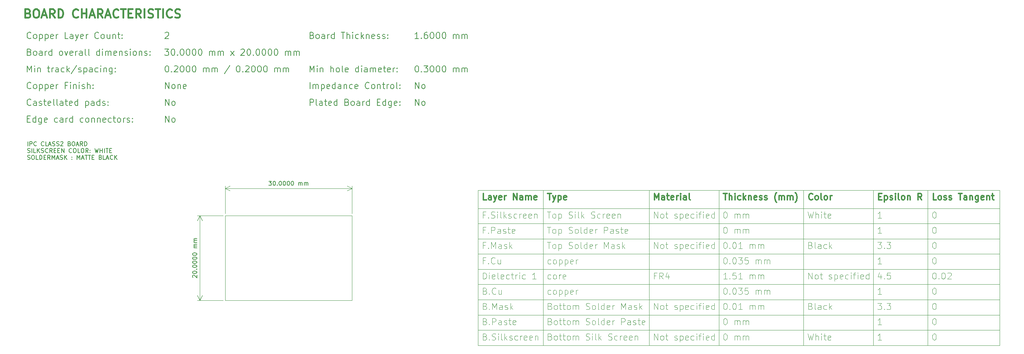
<source format=gbr>
%TF.GenerationSoftware,KiCad,Pcbnew,8.0.2*%
%TF.CreationDate,2025-01-22T12:11:11+05:30*%
%TF.ProjectId,pogo_adapter,706f676f-5f61-4646-9170-7465722e6b69,rev?*%
%TF.SameCoordinates,Original*%
%TF.FileFunction,Other,User*%
%FSLAX46Y46*%
G04 Gerber Fmt 4.6, Leading zero omitted, Abs format (unit mm)*
G04 Created by KiCad (PCBNEW 8.0.2) date 2025-01-22 12:11:11*
%MOMM*%
%LPD*%
G01*
G04 APERTURE LIST*
%ADD10C,0.100000*%
%ADD11C,0.300000*%
%ADD12C,0.150000*%
%ADD13C,0.200000*%
%ADD14C,0.400000*%
%TA.AperFunction,Profile*%
%ADD15C,0.050000*%
%TD*%
G04 APERTURE END LIST*
D10*
X247622935Y-97902228D02*
X247765792Y-97902228D01*
X247765792Y-97902228D02*
X247908649Y-97973657D01*
X247908649Y-97973657D02*
X247980078Y-98045085D01*
X247980078Y-98045085D02*
X248051506Y-98187942D01*
X248051506Y-98187942D02*
X248122935Y-98473657D01*
X248122935Y-98473657D02*
X248122935Y-98830800D01*
X248122935Y-98830800D02*
X248051506Y-99116514D01*
X248051506Y-99116514D02*
X247980078Y-99259371D01*
X247980078Y-99259371D02*
X247908649Y-99330800D01*
X247908649Y-99330800D02*
X247765792Y-99402228D01*
X247765792Y-99402228D02*
X247622935Y-99402228D01*
X247622935Y-99402228D02*
X247480078Y-99330800D01*
X247480078Y-99330800D02*
X247408649Y-99259371D01*
X247408649Y-99259371D02*
X247337220Y-99116514D01*
X247337220Y-99116514D02*
X247265792Y-98830800D01*
X247265792Y-98830800D02*
X247265792Y-98473657D01*
X247265792Y-98473657D02*
X247337220Y-98187942D01*
X247337220Y-98187942D02*
X247408649Y-98045085D01*
X247408649Y-98045085D02*
X247480078Y-97973657D01*
X247480078Y-97973657D02*
X247622935Y-97902228D01*
X247622935Y-94296228D02*
X247765792Y-94296228D01*
X247765792Y-94296228D02*
X247908649Y-94367657D01*
X247908649Y-94367657D02*
X247980078Y-94439085D01*
X247980078Y-94439085D02*
X248051506Y-94581942D01*
X248051506Y-94581942D02*
X248122935Y-94867657D01*
X248122935Y-94867657D02*
X248122935Y-95224800D01*
X248122935Y-95224800D02*
X248051506Y-95510514D01*
X248051506Y-95510514D02*
X247980078Y-95653371D01*
X247980078Y-95653371D02*
X247908649Y-95724800D01*
X247908649Y-95724800D02*
X247765792Y-95796228D01*
X247765792Y-95796228D02*
X247622935Y-95796228D01*
X247622935Y-95796228D02*
X247480078Y-95724800D01*
X247480078Y-95724800D02*
X247408649Y-95653371D01*
X247408649Y-95653371D02*
X247337220Y-95510514D01*
X247337220Y-95510514D02*
X247265792Y-95224800D01*
X247265792Y-95224800D02*
X247265792Y-94867657D01*
X247265792Y-94867657D02*
X247337220Y-94581942D01*
X247337220Y-94581942D02*
X247408649Y-94439085D01*
X247408649Y-94439085D02*
X247480078Y-94367657D01*
X247480078Y-94367657D02*
X247622935Y-94296228D01*
X247622935Y-90690228D02*
X247765792Y-90690228D01*
X247765792Y-90690228D02*
X247908649Y-90761657D01*
X247908649Y-90761657D02*
X247980078Y-90833085D01*
X247980078Y-90833085D02*
X248051506Y-90975942D01*
X248051506Y-90975942D02*
X248122935Y-91261657D01*
X248122935Y-91261657D02*
X248122935Y-91618800D01*
X248122935Y-91618800D02*
X248051506Y-91904514D01*
X248051506Y-91904514D02*
X247980078Y-92047371D01*
X247980078Y-92047371D02*
X247908649Y-92118800D01*
X247908649Y-92118800D02*
X247765792Y-92190228D01*
X247765792Y-92190228D02*
X247622935Y-92190228D01*
X247622935Y-92190228D02*
X247480078Y-92118800D01*
X247480078Y-92118800D02*
X247408649Y-92047371D01*
X247408649Y-92047371D02*
X247337220Y-91904514D01*
X247337220Y-91904514D02*
X247265792Y-91618800D01*
X247265792Y-91618800D02*
X247265792Y-91261657D01*
X247265792Y-91261657D02*
X247337220Y-90975942D01*
X247337220Y-90975942D02*
X247408649Y-90833085D01*
X247408649Y-90833085D02*
X247480078Y-90761657D01*
X247480078Y-90761657D02*
X247622935Y-90690228D01*
X247622935Y-87084228D02*
X247765792Y-87084228D01*
X247765792Y-87084228D02*
X247908649Y-87155657D01*
X247908649Y-87155657D02*
X247980078Y-87227085D01*
X247980078Y-87227085D02*
X248051506Y-87369942D01*
X248051506Y-87369942D02*
X248122935Y-87655657D01*
X248122935Y-87655657D02*
X248122935Y-88012800D01*
X248122935Y-88012800D02*
X248051506Y-88298514D01*
X248051506Y-88298514D02*
X247980078Y-88441371D01*
X247980078Y-88441371D02*
X247908649Y-88512800D01*
X247908649Y-88512800D02*
X247765792Y-88584228D01*
X247765792Y-88584228D02*
X247622935Y-88584228D01*
X247622935Y-88584228D02*
X247480078Y-88512800D01*
X247480078Y-88512800D02*
X247408649Y-88441371D01*
X247408649Y-88441371D02*
X247337220Y-88298514D01*
X247337220Y-88298514D02*
X247265792Y-88012800D01*
X247265792Y-88012800D02*
X247265792Y-87655657D01*
X247265792Y-87655657D02*
X247337220Y-87369942D01*
X247337220Y-87369942D02*
X247408649Y-87227085D01*
X247408649Y-87227085D02*
X247480078Y-87155657D01*
X247480078Y-87155657D02*
X247622935Y-87084228D01*
X247622935Y-83478228D02*
X247765792Y-83478228D01*
X247765792Y-83478228D02*
X247908649Y-83549657D01*
X247908649Y-83549657D02*
X247980078Y-83621085D01*
X247980078Y-83621085D02*
X248051506Y-83763942D01*
X248051506Y-83763942D02*
X248122935Y-84049657D01*
X248122935Y-84049657D02*
X248122935Y-84406800D01*
X248122935Y-84406800D02*
X248051506Y-84692514D01*
X248051506Y-84692514D02*
X247980078Y-84835371D01*
X247980078Y-84835371D02*
X247908649Y-84906800D01*
X247908649Y-84906800D02*
X247765792Y-84978228D01*
X247765792Y-84978228D02*
X247622935Y-84978228D01*
X247622935Y-84978228D02*
X247480078Y-84906800D01*
X247480078Y-84906800D02*
X247408649Y-84835371D01*
X247408649Y-84835371D02*
X247337220Y-84692514D01*
X247337220Y-84692514D02*
X247265792Y-84406800D01*
X247265792Y-84406800D02*
X247265792Y-84049657D01*
X247265792Y-84049657D02*
X247337220Y-83763942D01*
X247337220Y-83763942D02*
X247408649Y-83621085D01*
X247408649Y-83621085D02*
X247480078Y-83549657D01*
X247480078Y-83549657D02*
X247622935Y-83478228D01*
X248765791Y-84835371D02*
X248837220Y-84906800D01*
X248837220Y-84906800D02*
X248765791Y-84978228D01*
X248765791Y-84978228D02*
X248694363Y-84906800D01*
X248694363Y-84906800D02*
X248765791Y-84835371D01*
X248765791Y-84835371D02*
X248765791Y-84978228D01*
X249765792Y-83478228D02*
X249908649Y-83478228D01*
X249908649Y-83478228D02*
X250051506Y-83549657D01*
X250051506Y-83549657D02*
X250122935Y-83621085D01*
X250122935Y-83621085D02*
X250194363Y-83763942D01*
X250194363Y-83763942D02*
X250265792Y-84049657D01*
X250265792Y-84049657D02*
X250265792Y-84406800D01*
X250265792Y-84406800D02*
X250194363Y-84692514D01*
X250194363Y-84692514D02*
X250122935Y-84835371D01*
X250122935Y-84835371D02*
X250051506Y-84906800D01*
X250051506Y-84906800D02*
X249908649Y-84978228D01*
X249908649Y-84978228D02*
X249765792Y-84978228D01*
X249765792Y-84978228D02*
X249622935Y-84906800D01*
X249622935Y-84906800D02*
X249551506Y-84835371D01*
X249551506Y-84835371D02*
X249480077Y-84692514D01*
X249480077Y-84692514D02*
X249408649Y-84406800D01*
X249408649Y-84406800D02*
X249408649Y-84049657D01*
X249408649Y-84049657D02*
X249480077Y-83763942D01*
X249480077Y-83763942D02*
X249551506Y-83621085D01*
X249551506Y-83621085D02*
X249622935Y-83549657D01*
X249622935Y-83549657D02*
X249765792Y-83478228D01*
X250837220Y-83621085D02*
X250908648Y-83549657D01*
X250908648Y-83549657D02*
X251051506Y-83478228D01*
X251051506Y-83478228D02*
X251408648Y-83478228D01*
X251408648Y-83478228D02*
X251551506Y-83549657D01*
X251551506Y-83549657D02*
X251622934Y-83621085D01*
X251622934Y-83621085D02*
X251694363Y-83763942D01*
X251694363Y-83763942D02*
X251694363Y-83906800D01*
X251694363Y-83906800D02*
X251622934Y-84121085D01*
X251622934Y-84121085D02*
X250765791Y-84978228D01*
X250765791Y-84978228D02*
X251694363Y-84978228D01*
X247622935Y-79872228D02*
X247765792Y-79872228D01*
X247765792Y-79872228D02*
X247908649Y-79943657D01*
X247908649Y-79943657D02*
X247980078Y-80015085D01*
X247980078Y-80015085D02*
X248051506Y-80157942D01*
X248051506Y-80157942D02*
X248122935Y-80443657D01*
X248122935Y-80443657D02*
X248122935Y-80800800D01*
X248122935Y-80800800D02*
X248051506Y-81086514D01*
X248051506Y-81086514D02*
X247980078Y-81229371D01*
X247980078Y-81229371D02*
X247908649Y-81300800D01*
X247908649Y-81300800D02*
X247765792Y-81372228D01*
X247765792Y-81372228D02*
X247622935Y-81372228D01*
X247622935Y-81372228D02*
X247480078Y-81300800D01*
X247480078Y-81300800D02*
X247408649Y-81229371D01*
X247408649Y-81229371D02*
X247337220Y-81086514D01*
X247337220Y-81086514D02*
X247265792Y-80800800D01*
X247265792Y-80800800D02*
X247265792Y-80443657D01*
X247265792Y-80443657D02*
X247337220Y-80157942D01*
X247337220Y-80157942D02*
X247408649Y-80015085D01*
X247408649Y-80015085D02*
X247480078Y-79943657D01*
X247480078Y-79943657D02*
X247622935Y-79872228D01*
X247622935Y-76266228D02*
X247765792Y-76266228D01*
X247765792Y-76266228D02*
X247908649Y-76337657D01*
X247908649Y-76337657D02*
X247980078Y-76409085D01*
X247980078Y-76409085D02*
X248051506Y-76551942D01*
X248051506Y-76551942D02*
X248122935Y-76837657D01*
X248122935Y-76837657D02*
X248122935Y-77194800D01*
X248122935Y-77194800D02*
X248051506Y-77480514D01*
X248051506Y-77480514D02*
X247980078Y-77623371D01*
X247980078Y-77623371D02*
X247908649Y-77694800D01*
X247908649Y-77694800D02*
X247765792Y-77766228D01*
X247765792Y-77766228D02*
X247622935Y-77766228D01*
X247622935Y-77766228D02*
X247480078Y-77694800D01*
X247480078Y-77694800D02*
X247408649Y-77623371D01*
X247408649Y-77623371D02*
X247337220Y-77480514D01*
X247337220Y-77480514D02*
X247265792Y-77194800D01*
X247265792Y-77194800D02*
X247265792Y-76837657D01*
X247265792Y-76837657D02*
X247337220Y-76551942D01*
X247337220Y-76551942D02*
X247408649Y-76409085D01*
X247408649Y-76409085D02*
X247480078Y-76337657D01*
X247480078Y-76337657D02*
X247622935Y-76266228D01*
X247622935Y-72660228D02*
X247765792Y-72660228D01*
X247765792Y-72660228D02*
X247908649Y-72731657D01*
X247908649Y-72731657D02*
X247980078Y-72803085D01*
X247980078Y-72803085D02*
X248051506Y-72945942D01*
X248051506Y-72945942D02*
X248122935Y-73231657D01*
X248122935Y-73231657D02*
X248122935Y-73588800D01*
X248122935Y-73588800D02*
X248051506Y-73874514D01*
X248051506Y-73874514D02*
X247980078Y-74017371D01*
X247980078Y-74017371D02*
X247908649Y-74088800D01*
X247908649Y-74088800D02*
X247765792Y-74160228D01*
X247765792Y-74160228D02*
X247622935Y-74160228D01*
X247622935Y-74160228D02*
X247480078Y-74088800D01*
X247480078Y-74088800D02*
X247408649Y-74017371D01*
X247408649Y-74017371D02*
X247337220Y-73874514D01*
X247337220Y-73874514D02*
X247265792Y-73588800D01*
X247265792Y-73588800D02*
X247265792Y-73231657D01*
X247265792Y-73231657D02*
X247337220Y-72945942D01*
X247337220Y-72945942D02*
X247408649Y-72803085D01*
X247408649Y-72803085D02*
X247480078Y-72731657D01*
X247480078Y-72731657D02*
X247622935Y-72660228D01*
X247622935Y-69054228D02*
X247765792Y-69054228D01*
X247765792Y-69054228D02*
X247908649Y-69125657D01*
X247908649Y-69125657D02*
X247980078Y-69197085D01*
X247980078Y-69197085D02*
X248051506Y-69339942D01*
X248051506Y-69339942D02*
X248122935Y-69625657D01*
X248122935Y-69625657D02*
X248122935Y-69982800D01*
X248122935Y-69982800D02*
X248051506Y-70268514D01*
X248051506Y-70268514D02*
X247980078Y-70411371D01*
X247980078Y-70411371D02*
X247908649Y-70482800D01*
X247908649Y-70482800D02*
X247765792Y-70554228D01*
X247765792Y-70554228D02*
X247622935Y-70554228D01*
X247622935Y-70554228D02*
X247480078Y-70482800D01*
X247480078Y-70482800D02*
X247408649Y-70411371D01*
X247408649Y-70411371D02*
X247337220Y-70268514D01*
X247337220Y-70268514D02*
X247265792Y-69982800D01*
X247265792Y-69982800D02*
X247265792Y-69625657D01*
X247265792Y-69625657D02*
X247337220Y-69339942D01*
X247337220Y-69339942D02*
X247408649Y-69197085D01*
X247408649Y-69197085D02*
X247480078Y-69125657D01*
X247480078Y-69125657D02*
X247622935Y-69054228D01*
D11*
X248183085Y-66235828D02*
X247468799Y-66235828D01*
X247468799Y-66235828D02*
X247468799Y-64735828D01*
X248897371Y-66235828D02*
X248754514Y-66164400D01*
X248754514Y-66164400D02*
X248683085Y-66092971D01*
X248683085Y-66092971D02*
X248611657Y-65950114D01*
X248611657Y-65950114D02*
X248611657Y-65521542D01*
X248611657Y-65521542D02*
X248683085Y-65378685D01*
X248683085Y-65378685D02*
X248754514Y-65307257D01*
X248754514Y-65307257D02*
X248897371Y-65235828D01*
X248897371Y-65235828D02*
X249111657Y-65235828D01*
X249111657Y-65235828D02*
X249254514Y-65307257D01*
X249254514Y-65307257D02*
X249325943Y-65378685D01*
X249325943Y-65378685D02*
X249397371Y-65521542D01*
X249397371Y-65521542D02*
X249397371Y-65950114D01*
X249397371Y-65950114D02*
X249325943Y-66092971D01*
X249325943Y-66092971D02*
X249254514Y-66164400D01*
X249254514Y-66164400D02*
X249111657Y-66235828D01*
X249111657Y-66235828D02*
X248897371Y-66235828D01*
X249968800Y-66164400D02*
X250111657Y-66235828D01*
X250111657Y-66235828D02*
X250397371Y-66235828D01*
X250397371Y-66235828D02*
X250540228Y-66164400D01*
X250540228Y-66164400D02*
X250611657Y-66021542D01*
X250611657Y-66021542D02*
X250611657Y-65950114D01*
X250611657Y-65950114D02*
X250540228Y-65807257D01*
X250540228Y-65807257D02*
X250397371Y-65735828D01*
X250397371Y-65735828D02*
X250183086Y-65735828D01*
X250183086Y-65735828D02*
X250040228Y-65664400D01*
X250040228Y-65664400D02*
X249968800Y-65521542D01*
X249968800Y-65521542D02*
X249968800Y-65450114D01*
X249968800Y-65450114D02*
X250040228Y-65307257D01*
X250040228Y-65307257D02*
X250183086Y-65235828D01*
X250183086Y-65235828D02*
X250397371Y-65235828D01*
X250397371Y-65235828D02*
X250540228Y-65307257D01*
X251183086Y-66164400D02*
X251325943Y-66235828D01*
X251325943Y-66235828D02*
X251611657Y-66235828D01*
X251611657Y-66235828D02*
X251754514Y-66164400D01*
X251754514Y-66164400D02*
X251825943Y-66021542D01*
X251825943Y-66021542D02*
X251825943Y-65950114D01*
X251825943Y-65950114D02*
X251754514Y-65807257D01*
X251754514Y-65807257D02*
X251611657Y-65735828D01*
X251611657Y-65735828D02*
X251397372Y-65735828D01*
X251397372Y-65735828D02*
X251254514Y-65664400D01*
X251254514Y-65664400D02*
X251183086Y-65521542D01*
X251183086Y-65521542D02*
X251183086Y-65450114D01*
X251183086Y-65450114D02*
X251254514Y-65307257D01*
X251254514Y-65307257D02*
X251397372Y-65235828D01*
X251397372Y-65235828D02*
X251611657Y-65235828D01*
X251611657Y-65235828D02*
X251754514Y-65307257D01*
X253397372Y-64735828D02*
X254254515Y-64735828D01*
X253825943Y-66235828D02*
X253825943Y-64735828D01*
X255397372Y-66235828D02*
X255397372Y-65450114D01*
X255397372Y-65450114D02*
X255325943Y-65307257D01*
X255325943Y-65307257D02*
X255183086Y-65235828D01*
X255183086Y-65235828D02*
X254897372Y-65235828D01*
X254897372Y-65235828D02*
X254754514Y-65307257D01*
X255397372Y-66164400D02*
X255254514Y-66235828D01*
X255254514Y-66235828D02*
X254897372Y-66235828D01*
X254897372Y-66235828D02*
X254754514Y-66164400D01*
X254754514Y-66164400D02*
X254683086Y-66021542D01*
X254683086Y-66021542D02*
X254683086Y-65878685D01*
X254683086Y-65878685D02*
X254754514Y-65735828D01*
X254754514Y-65735828D02*
X254897372Y-65664400D01*
X254897372Y-65664400D02*
X255254514Y-65664400D01*
X255254514Y-65664400D02*
X255397372Y-65592971D01*
X256111657Y-65235828D02*
X256111657Y-66235828D01*
X256111657Y-65378685D02*
X256183086Y-65307257D01*
X256183086Y-65307257D02*
X256325943Y-65235828D01*
X256325943Y-65235828D02*
X256540229Y-65235828D01*
X256540229Y-65235828D02*
X256683086Y-65307257D01*
X256683086Y-65307257D02*
X256754515Y-65450114D01*
X256754515Y-65450114D02*
X256754515Y-66235828D01*
X258111658Y-65235828D02*
X258111658Y-66450114D01*
X258111658Y-66450114D02*
X258040229Y-66592971D01*
X258040229Y-66592971D02*
X257968800Y-66664400D01*
X257968800Y-66664400D02*
X257825943Y-66735828D01*
X257825943Y-66735828D02*
X257611658Y-66735828D01*
X257611658Y-66735828D02*
X257468800Y-66664400D01*
X258111658Y-66164400D02*
X257968800Y-66235828D01*
X257968800Y-66235828D02*
X257683086Y-66235828D01*
X257683086Y-66235828D02*
X257540229Y-66164400D01*
X257540229Y-66164400D02*
X257468800Y-66092971D01*
X257468800Y-66092971D02*
X257397372Y-65950114D01*
X257397372Y-65950114D02*
X257397372Y-65521542D01*
X257397372Y-65521542D02*
X257468800Y-65378685D01*
X257468800Y-65378685D02*
X257540229Y-65307257D01*
X257540229Y-65307257D02*
X257683086Y-65235828D01*
X257683086Y-65235828D02*
X257968800Y-65235828D01*
X257968800Y-65235828D02*
X258111658Y-65307257D01*
X259397372Y-66164400D02*
X259254515Y-66235828D01*
X259254515Y-66235828D02*
X258968801Y-66235828D01*
X258968801Y-66235828D02*
X258825943Y-66164400D01*
X258825943Y-66164400D02*
X258754515Y-66021542D01*
X258754515Y-66021542D02*
X258754515Y-65450114D01*
X258754515Y-65450114D02*
X258825943Y-65307257D01*
X258825943Y-65307257D02*
X258968801Y-65235828D01*
X258968801Y-65235828D02*
X259254515Y-65235828D01*
X259254515Y-65235828D02*
X259397372Y-65307257D01*
X259397372Y-65307257D02*
X259468801Y-65450114D01*
X259468801Y-65450114D02*
X259468801Y-65592971D01*
X259468801Y-65592971D02*
X258754515Y-65735828D01*
X260111657Y-65235828D02*
X260111657Y-66235828D01*
X260111657Y-65378685D02*
X260183086Y-65307257D01*
X260183086Y-65307257D02*
X260325943Y-65235828D01*
X260325943Y-65235828D02*
X260540229Y-65235828D01*
X260540229Y-65235828D02*
X260683086Y-65307257D01*
X260683086Y-65307257D02*
X260754515Y-65450114D01*
X260754515Y-65450114D02*
X260754515Y-66235828D01*
X261254515Y-65235828D02*
X261825943Y-65235828D01*
X261468800Y-64735828D02*
X261468800Y-66021542D01*
X261468800Y-66021542D02*
X261540229Y-66164400D01*
X261540229Y-66164400D02*
X261683086Y-66235828D01*
X261683086Y-66235828D02*
X261825943Y-66235828D01*
D10*
X235237220Y-99402228D02*
X234380077Y-99402228D01*
X234808648Y-99402228D02*
X234808648Y-97902228D01*
X234808648Y-97902228D02*
X234665791Y-98116514D01*
X234665791Y-98116514D02*
X234522934Y-98259371D01*
X234522934Y-98259371D02*
X234380077Y-98330800D01*
X235237220Y-95796228D02*
X234380077Y-95796228D01*
X234808648Y-95796228D02*
X234808648Y-94296228D01*
X234808648Y-94296228D02*
X234665791Y-94510514D01*
X234665791Y-94510514D02*
X234522934Y-94653371D01*
X234522934Y-94653371D02*
X234380077Y-94724800D01*
X234308648Y-90690228D02*
X235237220Y-90690228D01*
X235237220Y-90690228D02*
X234737220Y-91261657D01*
X234737220Y-91261657D02*
X234951505Y-91261657D01*
X234951505Y-91261657D02*
X235094363Y-91333085D01*
X235094363Y-91333085D02*
X235165791Y-91404514D01*
X235165791Y-91404514D02*
X235237220Y-91547371D01*
X235237220Y-91547371D02*
X235237220Y-91904514D01*
X235237220Y-91904514D02*
X235165791Y-92047371D01*
X235165791Y-92047371D02*
X235094363Y-92118800D01*
X235094363Y-92118800D02*
X234951505Y-92190228D01*
X234951505Y-92190228D02*
X234522934Y-92190228D01*
X234522934Y-92190228D02*
X234380077Y-92118800D01*
X234380077Y-92118800D02*
X234308648Y-92047371D01*
X235880076Y-92047371D02*
X235951505Y-92118800D01*
X235951505Y-92118800D02*
X235880076Y-92190228D01*
X235880076Y-92190228D02*
X235808648Y-92118800D01*
X235808648Y-92118800D02*
X235880076Y-92047371D01*
X235880076Y-92047371D02*
X235880076Y-92190228D01*
X236451505Y-90690228D02*
X237380077Y-90690228D01*
X237380077Y-90690228D02*
X236880077Y-91261657D01*
X236880077Y-91261657D02*
X237094362Y-91261657D01*
X237094362Y-91261657D02*
X237237220Y-91333085D01*
X237237220Y-91333085D02*
X237308648Y-91404514D01*
X237308648Y-91404514D02*
X237380077Y-91547371D01*
X237380077Y-91547371D02*
X237380077Y-91904514D01*
X237380077Y-91904514D02*
X237308648Y-92047371D01*
X237308648Y-92047371D02*
X237237220Y-92118800D01*
X237237220Y-92118800D02*
X237094362Y-92190228D01*
X237094362Y-92190228D02*
X236665791Y-92190228D01*
X236665791Y-92190228D02*
X236522934Y-92118800D01*
X236522934Y-92118800D02*
X236451505Y-92047371D01*
X235237220Y-88584228D02*
X234380077Y-88584228D01*
X234808648Y-88584228D02*
X234808648Y-87084228D01*
X234808648Y-87084228D02*
X234665791Y-87298514D01*
X234665791Y-87298514D02*
X234522934Y-87441371D01*
X234522934Y-87441371D02*
X234380077Y-87512800D01*
X235094363Y-83978228D02*
X235094363Y-84978228D01*
X234737220Y-83406800D02*
X234380077Y-84478228D01*
X234380077Y-84478228D02*
X235308648Y-84478228D01*
X235880076Y-84835371D02*
X235951505Y-84906800D01*
X235951505Y-84906800D02*
X235880076Y-84978228D01*
X235880076Y-84978228D02*
X235808648Y-84906800D01*
X235808648Y-84906800D02*
X235880076Y-84835371D01*
X235880076Y-84835371D02*
X235880076Y-84978228D01*
X237308648Y-83478228D02*
X236594362Y-83478228D01*
X236594362Y-83478228D02*
X236522934Y-84192514D01*
X236522934Y-84192514D02*
X236594362Y-84121085D01*
X236594362Y-84121085D02*
X236737220Y-84049657D01*
X236737220Y-84049657D02*
X237094362Y-84049657D01*
X237094362Y-84049657D02*
X237237220Y-84121085D01*
X237237220Y-84121085D02*
X237308648Y-84192514D01*
X237308648Y-84192514D02*
X237380077Y-84335371D01*
X237380077Y-84335371D02*
X237380077Y-84692514D01*
X237380077Y-84692514D02*
X237308648Y-84835371D01*
X237308648Y-84835371D02*
X237237220Y-84906800D01*
X237237220Y-84906800D02*
X237094362Y-84978228D01*
X237094362Y-84978228D02*
X236737220Y-84978228D01*
X236737220Y-84978228D02*
X236594362Y-84906800D01*
X236594362Y-84906800D02*
X236522934Y-84835371D01*
X235237220Y-81372228D02*
X234380077Y-81372228D01*
X234808648Y-81372228D02*
X234808648Y-79872228D01*
X234808648Y-79872228D02*
X234665791Y-80086514D01*
X234665791Y-80086514D02*
X234522934Y-80229371D01*
X234522934Y-80229371D02*
X234380077Y-80300800D01*
X234308648Y-76266228D02*
X235237220Y-76266228D01*
X235237220Y-76266228D02*
X234737220Y-76837657D01*
X234737220Y-76837657D02*
X234951505Y-76837657D01*
X234951505Y-76837657D02*
X235094363Y-76909085D01*
X235094363Y-76909085D02*
X235165791Y-76980514D01*
X235165791Y-76980514D02*
X235237220Y-77123371D01*
X235237220Y-77123371D02*
X235237220Y-77480514D01*
X235237220Y-77480514D02*
X235165791Y-77623371D01*
X235165791Y-77623371D02*
X235094363Y-77694800D01*
X235094363Y-77694800D02*
X234951505Y-77766228D01*
X234951505Y-77766228D02*
X234522934Y-77766228D01*
X234522934Y-77766228D02*
X234380077Y-77694800D01*
X234380077Y-77694800D02*
X234308648Y-77623371D01*
X235880076Y-77623371D02*
X235951505Y-77694800D01*
X235951505Y-77694800D02*
X235880076Y-77766228D01*
X235880076Y-77766228D02*
X235808648Y-77694800D01*
X235808648Y-77694800D02*
X235880076Y-77623371D01*
X235880076Y-77623371D02*
X235880076Y-77766228D01*
X236451505Y-76266228D02*
X237380077Y-76266228D01*
X237380077Y-76266228D02*
X236880077Y-76837657D01*
X236880077Y-76837657D02*
X237094362Y-76837657D01*
X237094362Y-76837657D02*
X237237220Y-76909085D01*
X237237220Y-76909085D02*
X237308648Y-76980514D01*
X237308648Y-76980514D02*
X237380077Y-77123371D01*
X237380077Y-77123371D02*
X237380077Y-77480514D01*
X237380077Y-77480514D02*
X237308648Y-77623371D01*
X237308648Y-77623371D02*
X237237220Y-77694800D01*
X237237220Y-77694800D02*
X237094362Y-77766228D01*
X237094362Y-77766228D02*
X236665791Y-77766228D01*
X236665791Y-77766228D02*
X236522934Y-77694800D01*
X236522934Y-77694800D02*
X236451505Y-77623371D01*
X235237220Y-74160228D02*
X234380077Y-74160228D01*
X234808648Y-74160228D02*
X234808648Y-72660228D01*
X234808648Y-72660228D02*
X234665791Y-72874514D01*
X234665791Y-72874514D02*
X234522934Y-73017371D01*
X234522934Y-73017371D02*
X234380077Y-73088800D01*
X235237220Y-70554228D02*
X234380077Y-70554228D01*
X234808648Y-70554228D02*
X234808648Y-69054228D01*
X234808648Y-69054228D02*
X234665791Y-69268514D01*
X234665791Y-69268514D02*
X234522934Y-69411371D01*
X234522934Y-69411371D02*
X234380077Y-69482800D01*
X218451504Y-91404514D02*
X218665790Y-91475942D01*
X218665790Y-91475942D02*
X218737219Y-91547371D01*
X218737219Y-91547371D02*
X218808647Y-91690228D01*
X218808647Y-91690228D02*
X218808647Y-91904514D01*
X218808647Y-91904514D02*
X218737219Y-92047371D01*
X218737219Y-92047371D02*
X218665790Y-92118800D01*
X218665790Y-92118800D02*
X218522933Y-92190228D01*
X218522933Y-92190228D02*
X217951504Y-92190228D01*
X217951504Y-92190228D02*
X217951504Y-90690228D01*
X217951504Y-90690228D02*
X218451504Y-90690228D01*
X218451504Y-90690228D02*
X218594362Y-90761657D01*
X218594362Y-90761657D02*
X218665790Y-90833085D01*
X218665790Y-90833085D02*
X218737219Y-90975942D01*
X218737219Y-90975942D02*
X218737219Y-91118800D01*
X218737219Y-91118800D02*
X218665790Y-91261657D01*
X218665790Y-91261657D02*
X218594362Y-91333085D01*
X218594362Y-91333085D02*
X218451504Y-91404514D01*
X218451504Y-91404514D02*
X217951504Y-91404514D01*
X219665790Y-92190228D02*
X219522933Y-92118800D01*
X219522933Y-92118800D02*
X219451504Y-91975942D01*
X219451504Y-91975942D02*
X219451504Y-90690228D01*
X220880076Y-92190228D02*
X220880076Y-91404514D01*
X220880076Y-91404514D02*
X220808647Y-91261657D01*
X220808647Y-91261657D02*
X220665790Y-91190228D01*
X220665790Y-91190228D02*
X220380076Y-91190228D01*
X220380076Y-91190228D02*
X220237218Y-91261657D01*
X220880076Y-92118800D02*
X220737218Y-92190228D01*
X220737218Y-92190228D02*
X220380076Y-92190228D01*
X220380076Y-92190228D02*
X220237218Y-92118800D01*
X220237218Y-92118800D02*
X220165790Y-91975942D01*
X220165790Y-91975942D02*
X220165790Y-91833085D01*
X220165790Y-91833085D02*
X220237218Y-91690228D01*
X220237218Y-91690228D02*
X220380076Y-91618800D01*
X220380076Y-91618800D02*
X220737218Y-91618800D01*
X220737218Y-91618800D02*
X220880076Y-91547371D01*
X222237219Y-92118800D02*
X222094361Y-92190228D01*
X222094361Y-92190228D02*
X221808647Y-92190228D01*
X221808647Y-92190228D02*
X221665790Y-92118800D01*
X221665790Y-92118800D02*
X221594361Y-92047371D01*
X221594361Y-92047371D02*
X221522933Y-91904514D01*
X221522933Y-91904514D02*
X221522933Y-91475942D01*
X221522933Y-91475942D02*
X221594361Y-91333085D01*
X221594361Y-91333085D02*
X221665790Y-91261657D01*
X221665790Y-91261657D02*
X221808647Y-91190228D01*
X221808647Y-91190228D02*
X222094361Y-91190228D01*
X222094361Y-91190228D02*
X222237219Y-91261657D01*
X222880075Y-92190228D02*
X222880075Y-90690228D01*
X223022933Y-91618800D02*
X223451504Y-92190228D01*
X223451504Y-91190228D02*
X222880075Y-91761657D01*
X217951504Y-84978228D02*
X217951504Y-83478228D01*
X217951504Y-83478228D02*
X218808647Y-84978228D01*
X218808647Y-84978228D02*
X218808647Y-83478228D01*
X219737219Y-84978228D02*
X219594362Y-84906800D01*
X219594362Y-84906800D02*
X219522933Y-84835371D01*
X219522933Y-84835371D02*
X219451505Y-84692514D01*
X219451505Y-84692514D02*
X219451505Y-84263942D01*
X219451505Y-84263942D02*
X219522933Y-84121085D01*
X219522933Y-84121085D02*
X219594362Y-84049657D01*
X219594362Y-84049657D02*
X219737219Y-83978228D01*
X219737219Y-83978228D02*
X219951505Y-83978228D01*
X219951505Y-83978228D02*
X220094362Y-84049657D01*
X220094362Y-84049657D02*
X220165791Y-84121085D01*
X220165791Y-84121085D02*
X220237219Y-84263942D01*
X220237219Y-84263942D02*
X220237219Y-84692514D01*
X220237219Y-84692514D02*
X220165791Y-84835371D01*
X220165791Y-84835371D02*
X220094362Y-84906800D01*
X220094362Y-84906800D02*
X219951505Y-84978228D01*
X219951505Y-84978228D02*
X219737219Y-84978228D01*
X220665791Y-83978228D02*
X221237219Y-83978228D01*
X220880076Y-83478228D02*
X220880076Y-84763942D01*
X220880076Y-84763942D02*
X220951505Y-84906800D01*
X220951505Y-84906800D02*
X221094362Y-84978228D01*
X221094362Y-84978228D02*
X221237219Y-84978228D01*
X222808648Y-84906800D02*
X222951505Y-84978228D01*
X222951505Y-84978228D02*
X223237219Y-84978228D01*
X223237219Y-84978228D02*
X223380076Y-84906800D01*
X223380076Y-84906800D02*
X223451505Y-84763942D01*
X223451505Y-84763942D02*
X223451505Y-84692514D01*
X223451505Y-84692514D02*
X223380076Y-84549657D01*
X223380076Y-84549657D02*
X223237219Y-84478228D01*
X223237219Y-84478228D02*
X223022934Y-84478228D01*
X223022934Y-84478228D02*
X222880076Y-84406800D01*
X222880076Y-84406800D02*
X222808648Y-84263942D01*
X222808648Y-84263942D02*
X222808648Y-84192514D01*
X222808648Y-84192514D02*
X222880076Y-84049657D01*
X222880076Y-84049657D02*
X223022934Y-83978228D01*
X223022934Y-83978228D02*
X223237219Y-83978228D01*
X223237219Y-83978228D02*
X223380076Y-84049657D01*
X224094362Y-83978228D02*
X224094362Y-85478228D01*
X224094362Y-84049657D02*
X224237220Y-83978228D01*
X224237220Y-83978228D02*
X224522934Y-83978228D01*
X224522934Y-83978228D02*
X224665791Y-84049657D01*
X224665791Y-84049657D02*
X224737220Y-84121085D01*
X224737220Y-84121085D02*
X224808648Y-84263942D01*
X224808648Y-84263942D02*
X224808648Y-84692514D01*
X224808648Y-84692514D02*
X224737220Y-84835371D01*
X224737220Y-84835371D02*
X224665791Y-84906800D01*
X224665791Y-84906800D02*
X224522934Y-84978228D01*
X224522934Y-84978228D02*
X224237220Y-84978228D01*
X224237220Y-84978228D02*
X224094362Y-84906800D01*
X226022934Y-84906800D02*
X225880077Y-84978228D01*
X225880077Y-84978228D02*
X225594363Y-84978228D01*
X225594363Y-84978228D02*
X225451505Y-84906800D01*
X225451505Y-84906800D02*
X225380077Y-84763942D01*
X225380077Y-84763942D02*
X225380077Y-84192514D01*
X225380077Y-84192514D02*
X225451505Y-84049657D01*
X225451505Y-84049657D02*
X225594363Y-83978228D01*
X225594363Y-83978228D02*
X225880077Y-83978228D01*
X225880077Y-83978228D02*
X226022934Y-84049657D01*
X226022934Y-84049657D02*
X226094363Y-84192514D01*
X226094363Y-84192514D02*
X226094363Y-84335371D01*
X226094363Y-84335371D02*
X225380077Y-84478228D01*
X227380077Y-84906800D02*
X227237219Y-84978228D01*
X227237219Y-84978228D02*
X226951505Y-84978228D01*
X226951505Y-84978228D02*
X226808648Y-84906800D01*
X226808648Y-84906800D02*
X226737219Y-84835371D01*
X226737219Y-84835371D02*
X226665791Y-84692514D01*
X226665791Y-84692514D02*
X226665791Y-84263942D01*
X226665791Y-84263942D02*
X226737219Y-84121085D01*
X226737219Y-84121085D02*
X226808648Y-84049657D01*
X226808648Y-84049657D02*
X226951505Y-83978228D01*
X226951505Y-83978228D02*
X227237219Y-83978228D01*
X227237219Y-83978228D02*
X227380077Y-84049657D01*
X228022933Y-84978228D02*
X228022933Y-83978228D01*
X228022933Y-83478228D02*
X227951505Y-83549657D01*
X227951505Y-83549657D02*
X228022933Y-83621085D01*
X228022933Y-83621085D02*
X228094362Y-83549657D01*
X228094362Y-83549657D02*
X228022933Y-83478228D01*
X228022933Y-83478228D02*
X228022933Y-83621085D01*
X228522934Y-83978228D02*
X229094362Y-83978228D01*
X228737219Y-84978228D02*
X228737219Y-83692514D01*
X228737219Y-83692514D02*
X228808648Y-83549657D01*
X228808648Y-83549657D02*
X228951505Y-83478228D01*
X228951505Y-83478228D02*
X229094362Y-83478228D01*
X229594362Y-84978228D02*
X229594362Y-83978228D01*
X229594362Y-83478228D02*
X229522934Y-83549657D01*
X229522934Y-83549657D02*
X229594362Y-83621085D01*
X229594362Y-83621085D02*
X229665791Y-83549657D01*
X229665791Y-83549657D02*
X229594362Y-83478228D01*
X229594362Y-83478228D02*
X229594362Y-83621085D01*
X230880077Y-84906800D02*
X230737220Y-84978228D01*
X230737220Y-84978228D02*
X230451506Y-84978228D01*
X230451506Y-84978228D02*
X230308648Y-84906800D01*
X230308648Y-84906800D02*
X230237220Y-84763942D01*
X230237220Y-84763942D02*
X230237220Y-84192514D01*
X230237220Y-84192514D02*
X230308648Y-84049657D01*
X230308648Y-84049657D02*
X230451506Y-83978228D01*
X230451506Y-83978228D02*
X230737220Y-83978228D01*
X230737220Y-83978228D02*
X230880077Y-84049657D01*
X230880077Y-84049657D02*
X230951506Y-84192514D01*
X230951506Y-84192514D02*
X230951506Y-84335371D01*
X230951506Y-84335371D02*
X230237220Y-84478228D01*
X232237220Y-84978228D02*
X232237220Y-83478228D01*
X232237220Y-84906800D02*
X232094362Y-84978228D01*
X232094362Y-84978228D02*
X231808648Y-84978228D01*
X231808648Y-84978228D02*
X231665791Y-84906800D01*
X231665791Y-84906800D02*
X231594362Y-84835371D01*
X231594362Y-84835371D02*
X231522934Y-84692514D01*
X231522934Y-84692514D02*
X231522934Y-84263942D01*
X231522934Y-84263942D02*
X231594362Y-84121085D01*
X231594362Y-84121085D02*
X231665791Y-84049657D01*
X231665791Y-84049657D02*
X231808648Y-83978228D01*
X231808648Y-83978228D02*
X232094362Y-83978228D01*
X232094362Y-83978228D02*
X232237220Y-84049657D01*
X198208647Y-90690228D02*
X198351504Y-90690228D01*
X198351504Y-90690228D02*
X198494361Y-90761657D01*
X198494361Y-90761657D02*
X198565790Y-90833085D01*
X198565790Y-90833085D02*
X198637218Y-90975942D01*
X198637218Y-90975942D02*
X198708647Y-91261657D01*
X198708647Y-91261657D02*
X198708647Y-91618800D01*
X198708647Y-91618800D02*
X198637218Y-91904514D01*
X198637218Y-91904514D02*
X198565790Y-92047371D01*
X198565790Y-92047371D02*
X198494361Y-92118800D01*
X198494361Y-92118800D02*
X198351504Y-92190228D01*
X198351504Y-92190228D02*
X198208647Y-92190228D01*
X198208647Y-92190228D02*
X198065790Y-92118800D01*
X198065790Y-92118800D02*
X197994361Y-92047371D01*
X197994361Y-92047371D02*
X197922932Y-91904514D01*
X197922932Y-91904514D02*
X197851504Y-91618800D01*
X197851504Y-91618800D02*
X197851504Y-91261657D01*
X197851504Y-91261657D02*
X197922932Y-90975942D01*
X197922932Y-90975942D02*
X197994361Y-90833085D01*
X197994361Y-90833085D02*
X198065790Y-90761657D01*
X198065790Y-90761657D02*
X198208647Y-90690228D01*
X199351503Y-92047371D02*
X199422932Y-92118800D01*
X199422932Y-92118800D02*
X199351503Y-92190228D01*
X199351503Y-92190228D02*
X199280075Y-92118800D01*
X199280075Y-92118800D02*
X199351503Y-92047371D01*
X199351503Y-92047371D02*
X199351503Y-92190228D01*
X200351504Y-90690228D02*
X200494361Y-90690228D01*
X200494361Y-90690228D02*
X200637218Y-90761657D01*
X200637218Y-90761657D02*
X200708647Y-90833085D01*
X200708647Y-90833085D02*
X200780075Y-90975942D01*
X200780075Y-90975942D02*
X200851504Y-91261657D01*
X200851504Y-91261657D02*
X200851504Y-91618800D01*
X200851504Y-91618800D02*
X200780075Y-91904514D01*
X200780075Y-91904514D02*
X200708647Y-92047371D01*
X200708647Y-92047371D02*
X200637218Y-92118800D01*
X200637218Y-92118800D02*
X200494361Y-92190228D01*
X200494361Y-92190228D02*
X200351504Y-92190228D01*
X200351504Y-92190228D02*
X200208647Y-92118800D01*
X200208647Y-92118800D02*
X200137218Y-92047371D01*
X200137218Y-92047371D02*
X200065789Y-91904514D01*
X200065789Y-91904514D02*
X199994361Y-91618800D01*
X199994361Y-91618800D02*
X199994361Y-91261657D01*
X199994361Y-91261657D02*
X200065789Y-90975942D01*
X200065789Y-90975942D02*
X200137218Y-90833085D01*
X200137218Y-90833085D02*
X200208647Y-90761657D01*
X200208647Y-90761657D02*
X200351504Y-90690228D01*
X202280075Y-92190228D02*
X201422932Y-92190228D01*
X201851503Y-92190228D02*
X201851503Y-90690228D01*
X201851503Y-90690228D02*
X201708646Y-90904514D01*
X201708646Y-90904514D02*
X201565789Y-91047371D01*
X201565789Y-91047371D02*
X201422932Y-91118800D01*
X204065788Y-92190228D02*
X204065788Y-91190228D01*
X204065788Y-91333085D02*
X204137217Y-91261657D01*
X204137217Y-91261657D02*
X204280074Y-91190228D01*
X204280074Y-91190228D02*
X204494360Y-91190228D01*
X204494360Y-91190228D02*
X204637217Y-91261657D01*
X204637217Y-91261657D02*
X204708646Y-91404514D01*
X204708646Y-91404514D02*
X204708646Y-92190228D01*
X204708646Y-91404514D02*
X204780074Y-91261657D01*
X204780074Y-91261657D02*
X204922931Y-91190228D01*
X204922931Y-91190228D02*
X205137217Y-91190228D01*
X205137217Y-91190228D02*
X205280074Y-91261657D01*
X205280074Y-91261657D02*
X205351503Y-91404514D01*
X205351503Y-91404514D02*
X205351503Y-92190228D01*
X206065788Y-92190228D02*
X206065788Y-91190228D01*
X206065788Y-91333085D02*
X206137217Y-91261657D01*
X206137217Y-91261657D02*
X206280074Y-91190228D01*
X206280074Y-91190228D02*
X206494360Y-91190228D01*
X206494360Y-91190228D02*
X206637217Y-91261657D01*
X206637217Y-91261657D02*
X206708646Y-91404514D01*
X206708646Y-91404514D02*
X206708646Y-92190228D01*
X206708646Y-91404514D02*
X206780074Y-91261657D01*
X206780074Y-91261657D02*
X206922931Y-91190228D01*
X206922931Y-91190228D02*
X207137217Y-91190228D01*
X207137217Y-91190228D02*
X207280074Y-91261657D01*
X207280074Y-91261657D02*
X207351503Y-91404514D01*
X207351503Y-91404514D02*
X207351503Y-92190228D01*
X198208647Y-87084228D02*
X198351504Y-87084228D01*
X198351504Y-87084228D02*
X198494361Y-87155657D01*
X198494361Y-87155657D02*
X198565790Y-87227085D01*
X198565790Y-87227085D02*
X198637218Y-87369942D01*
X198637218Y-87369942D02*
X198708647Y-87655657D01*
X198708647Y-87655657D02*
X198708647Y-88012800D01*
X198708647Y-88012800D02*
X198637218Y-88298514D01*
X198637218Y-88298514D02*
X198565790Y-88441371D01*
X198565790Y-88441371D02*
X198494361Y-88512800D01*
X198494361Y-88512800D02*
X198351504Y-88584228D01*
X198351504Y-88584228D02*
X198208647Y-88584228D01*
X198208647Y-88584228D02*
X198065790Y-88512800D01*
X198065790Y-88512800D02*
X197994361Y-88441371D01*
X197994361Y-88441371D02*
X197922932Y-88298514D01*
X197922932Y-88298514D02*
X197851504Y-88012800D01*
X197851504Y-88012800D02*
X197851504Y-87655657D01*
X197851504Y-87655657D02*
X197922932Y-87369942D01*
X197922932Y-87369942D02*
X197994361Y-87227085D01*
X197994361Y-87227085D02*
X198065790Y-87155657D01*
X198065790Y-87155657D02*
X198208647Y-87084228D01*
X199351503Y-88441371D02*
X199422932Y-88512800D01*
X199422932Y-88512800D02*
X199351503Y-88584228D01*
X199351503Y-88584228D02*
X199280075Y-88512800D01*
X199280075Y-88512800D02*
X199351503Y-88441371D01*
X199351503Y-88441371D02*
X199351503Y-88584228D01*
X200351504Y-87084228D02*
X200494361Y-87084228D01*
X200494361Y-87084228D02*
X200637218Y-87155657D01*
X200637218Y-87155657D02*
X200708647Y-87227085D01*
X200708647Y-87227085D02*
X200780075Y-87369942D01*
X200780075Y-87369942D02*
X200851504Y-87655657D01*
X200851504Y-87655657D02*
X200851504Y-88012800D01*
X200851504Y-88012800D02*
X200780075Y-88298514D01*
X200780075Y-88298514D02*
X200708647Y-88441371D01*
X200708647Y-88441371D02*
X200637218Y-88512800D01*
X200637218Y-88512800D02*
X200494361Y-88584228D01*
X200494361Y-88584228D02*
X200351504Y-88584228D01*
X200351504Y-88584228D02*
X200208647Y-88512800D01*
X200208647Y-88512800D02*
X200137218Y-88441371D01*
X200137218Y-88441371D02*
X200065789Y-88298514D01*
X200065789Y-88298514D02*
X199994361Y-88012800D01*
X199994361Y-88012800D02*
X199994361Y-87655657D01*
X199994361Y-87655657D02*
X200065789Y-87369942D01*
X200065789Y-87369942D02*
X200137218Y-87227085D01*
X200137218Y-87227085D02*
X200208647Y-87155657D01*
X200208647Y-87155657D02*
X200351504Y-87084228D01*
X201351503Y-87084228D02*
X202280075Y-87084228D01*
X202280075Y-87084228D02*
X201780075Y-87655657D01*
X201780075Y-87655657D02*
X201994360Y-87655657D01*
X201994360Y-87655657D02*
X202137218Y-87727085D01*
X202137218Y-87727085D02*
X202208646Y-87798514D01*
X202208646Y-87798514D02*
X202280075Y-87941371D01*
X202280075Y-87941371D02*
X202280075Y-88298514D01*
X202280075Y-88298514D02*
X202208646Y-88441371D01*
X202208646Y-88441371D02*
X202137218Y-88512800D01*
X202137218Y-88512800D02*
X201994360Y-88584228D01*
X201994360Y-88584228D02*
X201565789Y-88584228D01*
X201565789Y-88584228D02*
X201422932Y-88512800D01*
X201422932Y-88512800D02*
X201351503Y-88441371D01*
X203637217Y-87084228D02*
X202922931Y-87084228D01*
X202922931Y-87084228D02*
X202851503Y-87798514D01*
X202851503Y-87798514D02*
X202922931Y-87727085D01*
X202922931Y-87727085D02*
X203065789Y-87655657D01*
X203065789Y-87655657D02*
X203422931Y-87655657D01*
X203422931Y-87655657D02*
X203565789Y-87727085D01*
X203565789Y-87727085D02*
X203637217Y-87798514D01*
X203637217Y-87798514D02*
X203708646Y-87941371D01*
X203708646Y-87941371D02*
X203708646Y-88298514D01*
X203708646Y-88298514D02*
X203637217Y-88441371D01*
X203637217Y-88441371D02*
X203565789Y-88512800D01*
X203565789Y-88512800D02*
X203422931Y-88584228D01*
X203422931Y-88584228D02*
X203065789Y-88584228D01*
X203065789Y-88584228D02*
X202922931Y-88512800D01*
X202922931Y-88512800D02*
X202851503Y-88441371D01*
X205494359Y-88584228D02*
X205494359Y-87584228D01*
X205494359Y-87727085D02*
X205565788Y-87655657D01*
X205565788Y-87655657D02*
X205708645Y-87584228D01*
X205708645Y-87584228D02*
X205922931Y-87584228D01*
X205922931Y-87584228D02*
X206065788Y-87655657D01*
X206065788Y-87655657D02*
X206137217Y-87798514D01*
X206137217Y-87798514D02*
X206137217Y-88584228D01*
X206137217Y-87798514D02*
X206208645Y-87655657D01*
X206208645Y-87655657D02*
X206351502Y-87584228D01*
X206351502Y-87584228D02*
X206565788Y-87584228D01*
X206565788Y-87584228D02*
X206708645Y-87655657D01*
X206708645Y-87655657D02*
X206780074Y-87798514D01*
X206780074Y-87798514D02*
X206780074Y-88584228D01*
X207494359Y-88584228D02*
X207494359Y-87584228D01*
X207494359Y-87727085D02*
X207565788Y-87655657D01*
X207565788Y-87655657D02*
X207708645Y-87584228D01*
X207708645Y-87584228D02*
X207922931Y-87584228D01*
X207922931Y-87584228D02*
X208065788Y-87655657D01*
X208065788Y-87655657D02*
X208137217Y-87798514D01*
X208137217Y-87798514D02*
X208137217Y-88584228D01*
X208137217Y-87798514D02*
X208208645Y-87655657D01*
X208208645Y-87655657D02*
X208351502Y-87584228D01*
X208351502Y-87584228D02*
X208565788Y-87584228D01*
X208565788Y-87584228D02*
X208708645Y-87655657D01*
X208708645Y-87655657D02*
X208780074Y-87798514D01*
X208780074Y-87798514D02*
X208780074Y-88584228D01*
X198208647Y-79872228D02*
X198351504Y-79872228D01*
X198351504Y-79872228D02*
X198494361Y-79943657D01*
X198494361Y-79943657D02*
X198565790Y-80015085D01*
X198565790Y-80015085D02*
X198637218Y-80157942D01*
X198637218Y-80157942D02*
X198708647Y-80443657D01*
X198708647Y-80443657D02*
X198708647Y-80800800D01*
X198708647Y-80800800D02*
X198637218Y-81086514D01*
X198637218Y-81086514D02*
X198565790Y-81229371D01*
X198565790Y-81229371D02*
X198494361Y-81300800D01*
X198494361Y-81300800D02*
X198351504Y-81372228D01*
X198351504Y-81372228D02*
X198208647Y-81372228D01*
X198208647Y-81372228D02*
X198065790Y-81300800D01*
X198065790Y-81300800D02*
X197994361Y-81229371D01*
X197994361Y-81229371D02*
X197922932Y-81086514D01*
X197922932Y-81086514D02*
X197851504Y-80800800D01*
X197851504Y-80800800D02*
X197851504Y-80443657D01*
X197851504Y-80443657D02*
X197922932Y-80157942D01*
X197922932Y-80157942D02*
X197994361Y-80015085D01*
X197994361Y-80015085D02*
X198065790Y-79943657D01*
X198065790Y-79943657D02*
X198208647Y-79872228D01*
X199351503Y-81229371D02*
X199422932Y-81300800D01*
X199422932Y-81300800D02*
X199351503Y-81372228D01*
X199351503Y-81372228D02*
X199280075Y-81300800D01*
X199280075Y-81300800D02*
X199351503Y-81229371D01*
X199351503Y-81229371D02*
X199351503Y-81372228D01*
X200351504Y-79872228D02*
X200494361Y-79872228D01*
X200494361Y-79872228D02*
X200637218Y-79943657D01*
X200637218Y-79943657D02*
X200708647Y-80015085D01*
X200708647Y-80015085D02*
X200780075Y-80157942D01*
X200780075Y-80157942D02*
X200851504Y-80443657D01*
X200851504Y-80443657D02*
X200851504Y-80800800D01*
X200851504Y-80800800D02*
X200780075Y-81086514D01*
X200780075Y-81086514D02*
X200708647Y-81229371D01*
X200708647Y-81229371D02*
X200637218Y-81300800D01*
X200637218Y-81300800D02*
X200494361Y-81372228D01*
X200494361Y-81372228D02*
X200351504Y-81372228D01*
X200351504Y-81372228D02*
X200208647Y-81300800D01*
X200208647Y-81300800D02*
X200137218Y-81229371D01*
X200137218Y-81229371D02*
X200065789Y-81086514D01*
X200065789Y-81086514D02*
X199994361Y-80800800D01*
X199994361Y-80800800D02*
X199994361Y-80443657D01*
X199994361Y-80443657D02*
X200065789Y-80157942D01*
X200065789Y-80157942D02*
X200137218Y-80015085D01*
X200137218Y-80015085D02*
X200208647Y-79943657D01*
X200208647Y-79943657D02*
X200351504Y-79872228D01*
X201351503Y-79872228D02*
X202280075Y-79872228D01*
X202280075Y-79872228D02*
X201780075Y-80443657D01*
X201780075Y-80443657D02*
X201994360Y-80443657D01*
X201994360Y-80443657D02*
X202137218Y-80515085D01*
X202137218Y-80515085D02*
X202208646Y-80586514D01*
X202208646Y-80586514D02*
X202280075Y-80729371D01*
X202280075Y-80729371D02*
X202280075Y-81086514D01*
X202280075Y-81086514D02*
X202208646Y-81229371D01*
X202208646Y-81229371D02*
X202137218Y-81300800D01*
X202137218Y-81300800D02*
X201994360Y-81372228D01*
X201994360Y-81372228D02*
X201565789Y-81372228D01*
X201565789Y-81372228D02*
X201422932Y-81300800D01*
X201422932Y-81300800D02*
X201351503Y-81229371D01*
X203637217Y-79872228D02*
X202922931Y-79872228D01*
X202922931Y-79872228D02*
X202851503Y-80586514D01*
X202851503Y-80586514D02*
X202922931Y-80515085D01*
X202922931Y-80515085D02*
X203065789Y-80443657D01*
X203065789Y-80443657D02*
X203422931Y-80443657D01*
X203422931Y-80443657D02*
X203565789Y-80515085D01*
X203565789Y-80515085D02*
X203637217Y-80586514D01*
X203637217Y-80586514D02*
X203708646Y-80729371D01*
X203708646Y-80729371D02*
X203708646Y-81086514D01*
X203708646Y-81086514D02*
X203637217Y-81229371D01*
X203637217Y-81229371D02*
X203565789Y-81300800D01*
X203565789Y-81300800D02*
X203422931Y-81372228D01*
X203422931Y-81372228D02*
X203065789Y-81372228D01*
X203065789Y-81372228D02*
X202922931Y-81300800D01*
X202922931Y-81300800D02*
X202851503Y-81229371D01*
X205494359Y-81372228D02*
X205494359Y-80372228D01*
X205494359Y-80515085D02*
X205565788Y-80443657D01*
X205565788Y-80443657D02*
X205708645Y-80372228D01*
X205708645Y-80372228D02*
X205922931Y-80372228D01*
X205922931Y-80372228D02*
X206065788Y-80443657D01*
X206065788Y-80443657D02*
X206137217Y-80586514D01*
X206137217Y-80586514D02*
X206137217Y-81372228D01*
X206137217Y-80586514D02*
X206208645Y-80443657D01*
X206208645Y-80443657D02*
X206351502Y-80372228D01*
X206351502Y-80372228D02*
X206565788Y-80372228D01*
X206565788Y-80372228D02*
X206708645Y-80443657D01*
X206708645Y-80443657D02*
X206780074Y-80586514D01*
X206780074Y-80586514D02*
X206780074Y-81372228D01*
X207494359Y-81372228D02*
X207494359Y-80372228D01*
X207494359Y-80515085D02*
X207565788Y-80443657D01*
X207565788Y-80443657D02*
X207708645Y-80372228D01*
X207708645Y-80372228D02*
X207922931Y-80372228D01*
X207922931Y-80372228D02*
X208065788Y-80443657D01*
X208065788Y-80443657D02*
X208137217Y-80586514D01*
X208137217Y-80586514D02*
X208137217Y-81372228D01*
X208137217Y-80586514D02*
X208208645Y-80443657D01*
X208208645Y-80443657D02*
X208351502Y-80372228D01*
X208351502Y-80372228D02*
X208565788Y-80372228D01*
X208565788Y-80372228D02*
X208708645Y-80443657D01*
X208708645Y-80443657D02*
X208780074Y-80586514D01*
X208780074Y-80586514D02*
X208780074Y-81372228D01*
X181422931Y-92190228D02*
X181422931Y-90690228D01*
X181422931Y-90690228D02*
X182280074Y-92190228D01*
X182280074Y-92190228D02*
X182280074Y-90690228D01*
X183208646Y-92190228D02*
X183065789Y-92118800D01*
X183065789Y-92118800D02*
X182994360Y-92047371D01*
X182994360Y-92047371D02*
X182922932Y-91904514D01*
X182922932Y-91904514D02*
X182922932Y-91475942D01*
X182922932Y-91475942D02*
X182994360Y-91333085D01*
X182994360Y-91333085D02*
X183065789Y-91261657D01*
X183065789Y-91261657D02*
X183208646Y-91190228D01*
X183208646Y-91190228D02*
X183422932Y-91190228D01*
X183422932Y-91190228D02*
X183565789Y-91261657D01*
X183565789Y-91261657D02*
X183637218Y-91333085D01*
X183637218Y-91333085D02*
X183708646Y-91475942D01*
X183708646Y-91475942D02*
X183708646Y-91904514D01*
X183708646Y-91904514D02*
X183637218Y-92047371D01*
X183637218Y-92047371D02*
X183565789Y-92118800D01*
X183565789Y-92118800D02*
X183422932Y-92190228D01*
X183422932Y-92190228D02*
X183208646Y-92190228D01*
X184137218Y-91190228D02*
X184708646Y-91190228D01*
X184351503Y-90690228D02*
X184351503Y-91975942D01*
X184351503Y-91975942D02*
X184422932Y-92118800D01*
X184422932Y-92118800D02*
X184565789Y-92190228D01*
X184565789Y-92190228D02*
X184708646Y-92190228D01*
X186280075Y-92118800D02*
X186422932Y-92190228D01*
X186422932Y-92190228D02*
X186708646Y-92190228D01*
X186708646Y-92190228D02*
X186851503Y-92118800D01*
X186851503Y-92118800D02*
X186922932Y-91975942D01*
X186922932Y-91975942D02*
X186922932Y-91904514D01*
X186922932Y-91904514D02*
X186851503Y-91761657D01*
X186851503Y-91761657D02*
X186708646Y-91690228D01*
X186708646Y-91690228D02*
X186494361Y-91690228D01*
X186494361Y-91690228D02*
X186351503Y-91618800D01*
X186351503Y-91618800D02*
X186280075Y-91475942D01*
X186280075Y-91475942D02*
X186280075Y-91404514D01*
X186280075Y-91404514D02*
X186351503Y-91261657D01*
X186351503Y-91261657D02*
X186494361Y-91190228D01*
X186494361Y-91190228D02*
X186708646Y-91190228D01*
X186708646Y-91190228D02*
X186851503Y-91261657D01*
X187565789Y-91190228D02*
X187565789Y-92690228D01*
X187565789Y-91261657D02*
X187708647Y-91190228D01*
X187708647Y-91190228D02*
X187994361Y-91190228D01*
X187994361Y-91190228D02*
X188137218Y-91261657D01*
X188137218Y-91261657D02*
X188208647Y-91333085D01*
X188208647Y-91333085D02*
X188280075Y-91475942D01*
X188280075Y-91475942D02*
X188280075Y-91904514D01*
X188280075Y-91904514D02*
X188208647Y-92047371D01*
X188208647Y-92047371D02*
X188137218Y-92118800D01*
X188137218Y-92118800D02*
X187994361Y-92190228D01*
X187994361Y-92190228D02*
X187708647Y-92190228D01*
X187708647Y-92190228D02*
X187565789Y-92118800D01*
X189494361Y-92118800D02*
X189351504Y-92190228D01*
X189351504Y-92190228D02*
X189065790Y-92190228D01*
X189065790Y-92190228D02*
X188922932Y-92118800D01*
X188922932Y-92118800D02*
X188851504Y-91975942D01*
X188851504Y-91975942D02*
X188851504Y-91404514D01*
X188851504Y-91404514D02*
X188922932Y-91261657D01*
X188922932Y-91261657D02*
X189065790Y-91190228D01*
X189065790Y-91190228D02*
X189351504Y-91190228D01*
X189351504Y-91190228D02*
X189494361Y-91261657D01*
X189494361Y-91261657D02*
X189565790Y-91404514D01*
X189565790Y-91404514D02*
X189565790Y-91547371D01*
X189565790Y-91547371D02*
X188851504Y-91690228D01*
X190851504Y-92118800D02*
X190708646Y-92190228D01*
X190708646Y-92190228D02*
X190422932Y-92190228D01*
X190422932Y-92190228D02*
X190280075Y-92118800D01*
X190280075Y-92118800D02*
X190208646Y-92047371D01*
X190208646Y-92047371D02*
X190137218Y-91904514D01*
X190137218Y-91904514D02*
X190137218Y-91475942D01*
X190137218Y-91475942D02*
X190208646Y-91333085D01*
X190208646Y-91333085D02*
X190280075Y-91261657D01*
X190280075Y-91261657D02*
X190422932Y-91190228D01*
X190422932Y-91190228D02*
X190708646Y-91190228D01*
X190708646Y-91190228D02*
X190851504Y-91261657D01*
X191494360Y-92190228D02*
X191494360Y-91190228D01*
X191494360Y-90690228D02*
X191422932Y-90761657D01*
X191422932Y-90761657D02*
X191494360Y-90833085D01*
X191494360Y-90833085D02*
X191565789Y-90761657D01*
X191565789Y-90761657D02*
X191494360Y-90690228D01*
X191494360Y-90690228D02*
X191494360Y-90833085D01*
X191994361Y-91190228D02*
X192565789Y-91190228D01*
X192208646Y-92190228D02*
X192208646Y-90904514D01*
X192208646Y-90904514D02*
X192280075Y-90761657D01*
X192280075Y-90761657D02*
X192422932Y-90690228D01*
X192422932Y-90690228D02*
X192565789Y-90690228D01*
X193065789Y-92190228D02*
X193065789Y-91190228D01*
X193065789Y-90690228D02*
X192994361Y-90761657D01*
X192994361Y-90761657D02*
X193065789Y-90833085D01*
X193065789Y-90833085D02*
X193137218Y-90761657D01*
X193137218Y-90761657D02*
X193065789Y-90690228D01*
X193065789Y-90690228D02*
X193065789Y-90833085D01*
X194351504Y-92118800D02*
X194208647Y-92190228D01*
X194208647Y-92190228D02*
X193922933Y-92190228D01*
X193922933Y-92190228D02*
X193780075Y-92118800D01*
X193780075Y-92118800D02*
X193708647Y-91975942D01*
X193708647Y-91975942D02*
X193708647Y-91404514D01*
X193708647Y-91404514D02*
X193780075Y-91261657D01*
X193780075Y-91261657D02*
X193922933Y-91190228D01*
X193922933Y-91190228D02*
X194208647Y-91190228D01*
X194208647Y-91190228D02*
X194351504Y-91261657D01*
X194351504Y-91261657D02*
X194422933Y-91404514D01*
X194422933Y-91404514D02*
X194422933Y-91547371D01*
X194422933Y-91547371D02*
X193708647Y-91690228D01*
X195708647Y-92190228D02*
X195708647Y-90690228D01*
X195708647Y-92118800D02*
X195565789Y-92190228D01*
X195565789Y-92190228D02*
X195280075Y-92190228D01*
X195280075Y-92190228D02*
X195137218Y-92118800D01*
X195137218Y-92118800D02*
X195065789Y-92047371D01*
X195065789Y-92047371D02*
X194994361Y-91904514D01*
X194994361Y-91904514D02*
X194994361Y-91475942D01*
X194994361Y-91475942D02*
X195065789Y-91333085D01*
X195065789Y-91333085D02*
X195137218Y-91261657D01*
X195137218Y-91261657D02*
X195280075Y-91190228D01*
X195280075Y-91190228D02*
X195565789Y-91190228D01*
X195565789Y-91190228D02*
X195708647Y-91261657D01*
X217808647Y-97902228D02*
X218165790Y-99402228D01*
X218165790Y-99402228D02*
X218451504Y-98330800D01*
X218451504Y-98330800D02*
X218737219Y-99402228D01*
X218737219Y-99402228D02*
X219094362Y-97902228D01*
X219665790Y-99402228D02*
X219665790Y-97902228D01*
X220308648Y-99402228D02*
X220308648Y-98616514D01*
X220308648Y-98616514D02*
X220237219Y-98473657D01*
X220237219Y-98473657D02*
X220094362Y-98402228D01*
X220094362Y-98402228D02*
X219880076Y-98402228D01*
X219880076Y-98402228D02*
X219737219Y-98473657D01*
X219737219Y-98473657D02*
X219665790Y-98545085D01*
X221022933Y-99402228D02*
X221022933Y-98402228D01*
X221022933Y-97902228D02*
X220951505Y-97973657D01*
X220951505Y-97973657D02*
X221022933Y-98045085D01*
X221022933Y-98045085D02*
X221094362Y-97973657D01*
X221094362Y-97973657D02*
X221022933Y-97902228D01*
X221022933Y-97902228D02*
X221022933Y-98045085D01*
X221522934Y-98402228D02*
X222094362Y-98402228D01*
X221737219Y-97902228D02*
X221737219Y-99187942D01*
X221737219Y-99187942D02*
X221808648Y-99330800D01*
X221808648Y-99330800D02*
X221951505Y-99402228D01*
X221951505Y-99402228D02*
X222094362Y-99402228D01*
X223165791Y-99330800D02*
X223022934Y-99402228D01*
X223022934Y-99402228D02*
X222737220Y-99402228D01*
X222737220Y-99402228D02*
X222594362Y-99330800D01*
X222594362Y-99330800D02*
X222522934Y-99187942D01*
X222522934Y-99187942D02*
X222522934Y-98616514D01*
X222522934Y-98616514D02*
X222594362Y-98473657D01*
X222594362Y-98473657D02*
X222737220Y-98402228D01*
X222737220Y-98402228D02*
X223022934Y-98402228D01*
X223022934Y-98402228D02*
X223165791Y-98473657D01*
X223165791Y-98473657D02*
X223237220Y-98616514D01*
X223237220Y-98616514D02*
X223237220Y-98759371D01*
X223237220Y-98759371D02*
X222522934Y-98902228D01*
X181922931Y-84192514D02*
X181422931Y-84192514D01*
X181422931Y-84978228D02*
X181422931Y-83478228D01*
X181422931Y-83478228D02*
X182137217Y-83478228D01*
X183565788Y-84978228D02*
X183065788Y-84263942D01*
X182708645Y-84978228D02*
X182708645Y-83478228D01*
X182708645Y-83478228D02*
X183280074Y-83478228D01*
X183280074Y-83478228D02*
X183422931Y-83549657D01*
X183422931Y-83549657D02*
X183494360Y-83621085D01*
X183494360Y-83621085D02*
X183565788Y-83763942D01*
X183565788Y-83763942D02*
X183565788Y-83978228D01*
X183565788Y-83978228D02*
X183494360Y-84121085D01*
X183494360Y-84121085D02*
X183422931Y-84192514D01*
X183422931Y-84192514D02*
X183280074Y-84263942D01*
X183280074Y-84263942D02*
X182708645Y-84263942D01*
X184851503Y-83978228D02*
X184851503Y-84978228D01*
X184494360Y-83406800D02*
X184137217Y-84478228D01*
X184137217Y-84478228D02*
X185065788Y-84478228D01*
X156851503Y-98616514D02*
X157065789Y-98687942D01*
X157065789Y-98687942D02*
X157137218Y-98759371D01*
X157137218Y-98759371D02*
X157208646Y-98902228D01*
X157208646Y-98902228D02*
X157208646Y-99116514D01*
X157208646Y-99116514D02*
X157137218Y-99259371D01*
X157137218Y-99259371D02*
X157065789Y-99330800D01*
X157065789Y-99330800D02*
X156922932Y-99402228D01*
X156922932Y-99402228D02*
X156351503Y-99402228D01*
X156351503Y-99402228D02*
X156351503Y-97902228D01*
X156351503Y-97902228D02*
X156851503Y-97902228D01*
X156851503Y-97902228D02*
X156994361Y-97973657D01*
X156994361Y-97973657D02*
X157065789Y-98045085D01*
X157065789Y-98045085D02*
X157137218Y-98187942D01*
X157137218Y-98187942D02*
X157137218Y-98330800D01*
X157137218Y-98330800D02*
X157065789Y-98473657D01*
X157065789Y-98473657D02*
X156994361Y-98545085D01*
X156994361Y-98545085D02*
X156851503Y-98616514D01*
X156851503Y-98616514D02*
X156351503Y-98616514D01*
X158065789Y-99402228D02*
X157922932Y-99330800D01*
X157922932Y-99330800D02*
X157851503Y-99259371D01*
X157851503Y-99259371D02*
X157780075Y-99116514D01*
X157780075Y-99116514D02*
X157780075Y-98687942D01*
X157780075Y-98687942D02*
X157851503Y-98545085D01*
X157851503Y-98545085D02*
X157922932Y-98473657D01*
X157922932Y-98473657D02*
X158065789Y-98402228D01*
X158065789Y-98402228D02*
X158280075Y-98402228D01*
X158280075Y-98402228D02*
X158422932Y-98473657D01*
X158422932Y-98473657D02*
X158494361Y-98545085D01*
X158494361Y-98545085D02*
X158565789Y-98687942D01*
X158565789Y-98687942D02*
X158565789Y-99116514D01*
X158565789Y-99116514D02*
X158494361Y-99259371D01*
X158494361Y-99259371D02*
X158422932Y-99330800D01*
X158422932Y-99330800D02*
X158280075Y-99402228D01*
X158280075Y-99402228D02*
X158065789Y-99402228D01*
X158994361Y-98402228D02*
X159565789Y-98402228D01*
X159208646Y-97902228D02*
X159208646Y-99187942D01*
X159208646Y-99187942D02*
X159280075Y-99330800D01*
X159280075Y-99330800D02*
X159422932Y-99402228D01*
X159422932Y-99402228D02*
X159565789Y-99402228D01*
X159851504Y-98402228D02*
X160422932Y-98402228D01*
X160065789Y-97902228D02*
X160065789Y-99187942D01*
X160065789Y-99187942D02*
X160137218Y-99330800D01*
X160137218Y-99330800D02*
X160280075Y-99402228D01*
X160280075Y-99402228D02*
X160422932Y-99402228D01*
X161137218Y-99402228D02*
X160994361Y-99330800D01*
X160994361Y-99330800D02*
X160922932Y-99259371D01*
X160922932Y-99259371D02*
X160851504Y-99116514D01*
X160851504Y-99116514D02*
X160851504Y-98687942D01*
X160851504Y-98687942D02*
X160922932Y-98545085D01*
X160922932Y-98545085D02*
X160994361Y-98473657D01*
X160994361Y-98473657D02*
X161137218Y-98402228D01*
X161137218Y-98402228D02*
X161351504Y-98402228D01*
X161351504Y-98402228D02*
X161494361Y-98473657D01*
X161494361Y-98473657D02*
X161565790Y-98545085D01*
X161565790Y-98545085D02*
X161637218Y-98687942D01*
X161637218Y-98687942D02*
X161637218Y-99116514D01*
X161637218Y-99116514D02*
X161565790Y-99259371D01*
X161565790Y-99259371D02*
X161494361Y-99330800D01*
X161494361Y-99330800D02*
X161351504Y-99402228D01*
X161351504Y-99402228D02*
X161137218Y-99402228D01*
X162280075Y-99402228D02*
X162280075Y-98402228D01*
X162280075Y-98545085D02*
X162351504Y-98473657D01*
X162351504Y-98473657D02*
X162494361Y-98402228D01*
X162494361Y-98402228D02*
X162708647Y-98402228D01*
X162708647Y-98402228D02*
X162851504Y-98473657D01*
X162851504Y-98473657D02*
X162922933Y-98616514D01*
X162922933Y-98616514D02*
X162922933Y-99402228D01*
X162922933Y-98616514D02*
X162994361Y-98473657D01*
X162994361Y-98473657D02*
X163137218Y-98402228D01*
X163137218Y-98402228D02*
X163351504Y-98402228D01*
X163351504Y-98402228D02*
X163494361Y-98473657D01*
X163494361Y-98473657D02*
X163565790Y-98616514D01*
X163565790Y-98616514D02*
X163565790Y-99402228D01*
X165351504Y-99330800D02*
X165565790Y-99402228D01*
X165565790Y-99402228D02*
X165922932Y-99402228D01*
X165922932Y-99402228D02*
X166065790Y-99330800D01*
X166065790Y-99330800D02*
X166137218Y-99259371D01*
X166137218Y-99259371D02*
X166208647Y-99116514D01*
X166208647Y-99116514D02*
X166208647Y-98973657D01*
X166208647Y-98973657D02*
X166137218Y-98830800D01*
X166137218Y-98830800D02*
X166065790Y-98759371D01*
X166065790Y-98759371D02*
X165922932Y-98687942D01*
X165922932Y-98687942D02*
X165637218Y-98616514D01*
X165637218Y-98616514D02*
X165494361Y-98545085D01*
X165494361Y-98545085D02*
X165422932Y-98473657D01*
X165422932Y-98473657D02*
X165351504Y-98330800D01*
X165351504Y-98330800D02*
X165351504Y-98187942D01*
X165351504Y-98187942D02*
X165422932Y-98045085D01*
X165422932Y-98045085D02*
X165494361Y-97973657D01*
X165494361Y-97973657D02*
X165637218Y-97902228D01*
X165637218Y-97902228D02*
X165994361Y-97902228D01*
X165994361Y-97902228D02*
X166208647Y-97973657D01*
X166851503Y-99402228D02*
X166851503Y-98402228D01*
X166851503Y-97902228D02*
X166780075Y-97973657D01*
X166780075Y-97973657D02*
X166851503Y-98045085D01*
X166851503Y-98045085D02*
X166922932Y-97973657D01*
X166922932Y-97973657D02*
X166851503Y-97902228D01*
X166851503Y-97902228D02*
X166851503Y-98045085D01*
X167780075Y-99402228D02*
X167637218Y-99330800D01*
X167637218Y-99330800D02*
X167565789Y-99187942D01*
X167565789Y-99187942D02*
X167565789Y-97902228D01*
X168351503Y-99402228D02*
X168351503Y-97902228D01*
X168494361Y-98830800D02*
X168922932Y-99402228D01*
X168922932Y-98402228D02*
X168351503Y-98973657D01*
X170637218Y-99330800D02*
X170851504Y-99402228D01*
X170851504Y-99402228D02*
X171208646Y-99402228D01*
X171208646Y-99402228D02*
X171351504Y-99330800D01*
X171351504Y-99330800D02*
X171422932Y-99259371D01*
X171422932Y-99259371D02*
X171494361Y-99116514D01*
X171494361Y-99116514D02*
X171494361Y-98973657D01*
X171494361Y-98973657D02*
X171422932Y-98830800D01*
X171422932Y-98830800D02*
X171351504Y-98759371D01*
X171351504Y-98759371D02*
X171208646Y-98687942D01*
X171208646Y-98687942D02*
X170922932Y-98616514D01*
X170922932Y-98616514D02*
X170780075Y-98545085D01*
X170780075Y-98545085D02*
X170708646Y-98473657D01*
X170708646Y-98473657D02*
X170637218Y-98330800D01*
X170637218Y-98330800D02*
X170637218Y-98187942D01*
X170637218Y-98187942D02*
X170708646Y-98045085D01*
X170708646Y-98045085D02*
X170780075Y-97973657D01*
X170780075Y-97973657D02*
X170922932Y-97902228D01*
X170922932Y-97902228D02*
X171280075Y-97902228D01*
X171280075Y-97902228D02*
X171494361Y-97973657D01*
X172780075Y-99330800D02*
X172637217Y-99402228D01*
X172637217Y-99402228D02*
X172351503Y-99402228D01*
X172351503Y-99402228D02*
X172208646Y-99330800D01*
X172208646Y-99330800D02*
X172137217Y-99259371D01*
X172137217Y-99259371D02*
X172065789Y-99116514D01*
X172065789Y-99116514D02*
X172065789Y-98687942D01*
X172065789Y-98687942D02*
X172137217Y-98545085D01*
X172137217Y-98545085D02*
X172208646Y-98473657D01*
X172208646Y-98473657D02*
X172351503Y-98402228D01*
X172351503Y-98402228D02*
X172637217Y-98402228D01*
X172637217Y-98402228D02*
X172780075Y-98473657D01*
X173422931Y-99402228D02*
X173422931Y-98402228D01*
X173422931Y-98687942D02*
X173494360Y-98545085D01*
X173494360Y-98545085D02*
X173565789Y-98473657D01*
X173565789Y-98473657D02*
X173708646Y-98402228D01*
X173708646Y-98402228D02*
X173851503Y-98402228D01*
X174922931Y-99330800D02*
X174780074Y-99402228D01*
X174780074Y-99402228D02*
X174494360Y-99402228D01*
X174494360Y-99402228D02*
X174351502Y-99330800D01*
X174351502Y-99330800D02*
X174280074Y-99187942D01*
X174280074Y-99187942D02*
X174280074Y-98616514D01*
X174280074Y-98616514D02*
X174351502Y-98473657D01*
X174351502Y-98473657D02*
X174494360Y-98402228D01*
X174494360Y-98402228D02*
X174780074Y-98402228D01*
X174780074Y-98402228D02*
X174922931Y-98473657D01*
X174922931Y-98473657D02*
X174994360Y-98616514D01*
X174994360Y-98616514D02*
X174994360Y-98759371D01*
X174994360Y-98759371D02*
X174280074Y-98902228D01*
X176208645Y-99330800D02*
X176065788Y-99402228D01*
X176065788Y-99402228D02*
X175780074Y-99402228D01*
X175780074Y-99402228D02*
X175637216Y-99330800D01*
X175637216Y-99330800D02*
X175565788Y-99187942D01*
X175565788Y-99187942D02*
X175565788Y-98616514D01*
X175565788Y-98616514D02*
X175637216Y-98473657D01*
X175637216Y-98473657D02*
X175780074Y-98402228D01*
X175780074Y-98402228D02*
X176065788Y-98402228D01*
X176065788Y-98402228D02*
X176208645Y-98473657D01*
X176208645Y-98473657D02*
X176280074Y-98616514D01*
X176280074Y-98616514D02*
X176280074Y-98759371D01*
X176280074Y-98759371D02*
X175565788Y-98902228D01*
X176922930Y-98402228D02*
X176922930Y-99402228D01*
X176922930Y-98545085D02*
X176994359Y-98473657D01*
X176994359Y-98473657D02*
X177137216Y-98402228D01*
X177137216Y-98402228D02*
X177351502Y-98402228D01*
X177351502Y-98402228D02*
X177494359Y-98473657D01*
X177494359Y-98473657D02*
X177565788Y-98616514D01*
X177565788Y-98616514D02*
X177565788Y-99402228D01*
D11*
X234583084Y-65450114D02*
X235083084Y-65450114D01*
X235297370Y-66235828D02*
X234583084Y-66235828D01*
X234583084Y-66235828D02*
X234583084Y-64735828D01*
X234583084Y-64735828D02*
X235297370Y-64735828D01*
X235940227Y-65235828D02*
X235940227Y-66735828D01*
X235940227Y-65307257D02*
X236083085Y-65235828D01*
X236083085Y-65235828D02*
X236368799Y-65235828D01*
X236368799Y-65235828D02*
X236511656Y-65307257D01*
X236511656Y-65307257D02*
X236583085Y-65378685D01*
X236583085Y-65378685D02*
X236654513Y-65521542D01*
X236654513Y-65521542D02*
X236654513Y-65950114D01*
X236654513Y-65950114D02*
X236583085Y-66092971D01*
X236583085Y-66092971D02*
X236511656Y-66164400D01*
X236511656Y-66164400D02*
X236368799Y-66235828D01*
X236368799Y-66235828D02*
X236083085Y-66235828D01*
X236083085Y-66235828D02*
X235940227Y-66164400D01*
X237225942Y-66164400D02*
X237368799Y-66235828D01*
X237368799Y-66235828D02*
X237654513Y-66235828D01*
X237654513Y-66235828D02*
X237797370Y-66164400D01*
X237797370Y-66164400D02*
X237868799Y-66021542D01*
X237868799Y-66021542D02*
X237868799Y-65950114D01*
X237868799Y-65950114D02*
X237797370Y-65807257D01*
X237797370Y-65807257D02*
X237654513Y-65735828D01*
X237654513Y-65735828D02*
X237440228Y-65735828D01*
X237440228Y-65735828D02*
X237297370Y-65664400D01*
X237297370Y-65664400D02*
X237225942Y-65521542D01*
X237225942Y-65521542D02*
X237225942Y-65450114D01*
X237225942Y-65450114D02*
X237297370Y-65307257D01*
X237297370Y-65307257D02*
X237440228Y-65235828D01*
X237440228Y-65235828D02*
X237654513Y-65235828D01*
X237654513Y-65235828D02*
X237797370Y-65307257D01*
X238511656Y-66235828D02*
X238511656Y-65235828D01*
X238511656Y-64735828D02*
X238440228Y-64807257D01*
X238440228Y-64807257D02*
X238511656Y-64878685D01*
X238511656Y-64878685D02*
X238583085Y-64807257D01*
X238583085Y-64807257D02*
X238511656Y-64735828D01*
X238511656Y-64735828D02*
X238511656Y-64878685D01*
X239440228Y-66235828D02*
X239297371Y-66164400D01*
X239297371Y-66164400D02*
X239225942Y-66021542D01*
X239225942Y-66021542D02*
X239225942Y-64735828D01*
X240225942Y-66235828D02*
X240083085Y-66164400D01*
X240083085Y-66164400D02*
X240011656Y-66092971D01*
X240011656Y-66092971D02*
X239940228Y-65950114D01*
X239940228Y-65950114D02*
X239940228Y-65521542D01*
X239940228Y-65521542D02*
X240011656Y-65378685D01*
X240011656Y-65378685D02*
X240083085Y-65307257D01*
X240083085Y-65307257D02*
X240225942Y-65235828D01*
X240225942Y-65235828D02*
X240440228Y-65235828D01*
X240440228Y-65235828D02*
X240583085Y-65307257D01*
X240583085Y-65307257D02*
X240654514Y-65378685D01*
X240654514Y-65378685D02*
X240725942Y-65521542D01*
X240725942Y-65521542D02*
X240725942Y-65950114D01*
X240725942Y-65950114D02*
X240654514Y-66092971D01*
X240654514Y-66092971D02*
X240583085Y-66164400D01*
X240583085Y-66164400D02*
X240440228Y-66235828D01*
X240440228Y-66235828D02*
X240225942Y-66235828D01*
X241368799Y-65235828D02*
X241368799Y-66235828D01*
X241368799Y-65378685D02*
X241440228Y-65307257D01*
X241440228Y-65307257D02*
X241583085Y-65235828D01*
X241583085Y-65235828D02*
X241797371Y-65235828D01*
X241797371Y-65235828D02*
X241940228Y-65307257D01*
X241940228Y-65307257D02*
X242011657Y-65450114D01*
X242011657Y-65450114D02*
X242011657Y-66235828D01*
X244725942Y-66235828D02*
X244225942Y-65521542D01*
X243868799Y-66235828D02*
X243868799Y-64735828D01*
X243868799Y-64735828D02*
X244440228Y-64735828D01*
X244440228Y-64735828D02*
X244583085Y-64807257D01*
X244583085Y-64807257D02*
X244654514Y-64878685D01*
X244654514Y-64878685D02*
X244725942Y-65021542D01*
X244725942Y-65021542D02*
X244725942Y-65235828D01*
X244725942Y-65235828D02*
X244654514Y-65378685D01*
X244654514Y-65378685D02*
X244583085Y-65450114D01*
X244583085Y-65450114D02*
X244440228Y-65521542D01*
X244440228Y-65521542D02*
X243868799Y-65521542D01*
D10*
X156851503Y-95010514D02*
X157065789Y-95081942D01*
X157065789Y-95081942D02*
X157137218Y-95153371D01*
X157137218Y-95153371D02*
X157208646Y-95296228D01*
X157208646Y-95296228D02*
X157208646Y-95510514D01*
X157208646Y-95510514D02*
X157137218Y-95653371D01*
X157137218Y-95653371D02*
X157065789Y-95724800D01*
X157065789Y-95724800D02*
X156922932Y-95796228D01*
X156922932Y-95796228D02*
X156351503Y-95796228D01*
X156351503Y-95796228D02*
X156351503Y-94296228D01*
X156351503Y-94296228D02*
X156851503Y-94296228D01*
X156851503Y-94296228D02*
X156994361Y-94367657D01*
X156994361Y-94367657D02*
X157065789Y-94439085D01*
X157065789Y-94439085D02*
X157137218Y-94581942D01*
X157137218Y-94581942D02*
X157137218Y-94724800D01*
X157137218Y-94724800D02*
X157065789Y-94867657D01*
X157065789Y-94867657D02*
X156994361Y-94939085D01*
X156994361Y-94939085D02*
X156851503Y-95010514D01*
X156851503Y-95010514D02*
X156351503Y-95010514D01*
X158065789Y-95796228D02*
X157922932Y-95724800D01*
X157922932Y-95724800D02*
X157851503Y-95653371D01*
X157851503Y-95653371D02*
X157780075Y-95510514D01*
X157780075Y-95510514D02*
X157780075Y-95081942D01*
X157780075Y-95081942D02*
X157851503Y-94939085D01*
X157851503Y-94939085D02*
X157922932Y-94867657D01*
X157922932Y-94867657D02*
X158065789Y-94796228D01*
X158065789Y-94796228D02*
X158280075Y-94796228D01*
X158280075Y-94796228D02*
X158422932Y-94867657D01*
X158422932Y-94867657D02*
X158494361Y-94939085D01*
X158494361Y-94939085D02*
X158565789Y-95081942D01*
X158565789Y-95081942D02*
X158565789Y-95510514D01*
X158565789Y-95510514D02*
X158494361Y-95653371D01*
X158494361Y-95653371D02*
X158422932Y-95724800D01*
X158422932Y-95724800D02*
X158280075Y-95796228D01*
X158280075Y-95796228D02*
X158065789Y-95796228D01*
X158994361Y-94796228D02*
X159565789Y-94796228D01*
X159208646Y-94296228D02*
X159208646Y-95581942D01*
X159208646Y-95581942D02*
X159280075Y-95724800D01*
X159280075Y-95724800D02*
X159422932Y-95796228D01*
X159422932Y-95796228D02*
X159565789Y-95796228D01*
X159851504Y-94796228D02*
X160422932Y-94796228D01*
X160065789Y-94296228D02*
X160065789Y-95581942D01*
X160065789Y-95581942D02*
X160137218Y-95724800D01*
X160137218Y-95724800D02*
X160280075Y-95796228D01*
X160280075Y-95796228D02*
X160422932Y-95796228D01*
X161137218Y-95796228D02*
X160994361Y-95724800D01*
X160994361Y-95724800D02*
X160922932Y-95653371D01*
X160922932Y-95653371D02*
X160851504Y-95510514D01*
X160851504Y-95510514D02*
X160851504Y-95081942D01*
X160851504Y-95081942D02*
X160922932Y-94939085D01*
X160922932Y-94939085D02*
X160994361Y-94867657D01*
X160994361Y-94867657D02*
X161137218Y-94796228D01*
X161137218Y-94796228D02*
X161351504Y-94796228D01*
X161351504Y-94796228D02*
X161494361Y-94867657D01*
X161494361Y-94867657D02*
X161565790Y-94939085D01*
X161565790Y-94939085D02*
X161637218Y-95081942D01*
X161637218Y-95081942D02*
X161637218Y-95510514D01*
X161637218Y-95510514D02*
X161565790Y-95653371D01*
X161565790Y-95653371D02*
X161494361Y-95724800D01*
X161494361Y-95724800D02*
X161351504Y-95796228D01*
X161351504Y-95796228D02*
X161137218Y-95796228D01*
X162280075Y-95796228D02*
X162280075Y-94796228D01*
X162280075Y-94939085D02*
X162351504Y-94867657D01*
X162351504Y-94867657D02*
X162494361Y-94796228D01*
X162494361Y-94796228D02*
X162708647Y-94796228D01*
X162708647Y-94796228D02*
X162851504Y-94867657D01*
X162851504Y-94867657D02*
X162922933Y-95010514D01*
X162922933Y-95010514D02*
X162922933Y-95796228D01*
X162922933Y-95010514D02*
X162994361Y-94867657D01*
X162994361Y-94867657D02*
X163137218Y-94796228D01*
X163137218Y-94796228D02*
X163351504Y-94796228D01*
X163351504Y-94796228D02*
X163494361Y-94867657D01*
X163494361Y-94867657D02*
X163565790Y-95010514D01*
X163565790Y-95010514D02*
X163565790Y-95796228D01*
X165351504Y-95724800D02*
X165565790Y-95796228D01*
X165565790Y-95796228D02*
X165922932Y-95796228D01*
X165922932Y-95796228D02*
X166065790Y-95724800D01*
X166065790Y-95724800D02*
X166137218Y-95653371D01*
X166137218Y-95653371D02*
X166208647Y-95510514D01*
X166208647Y-95510514D02*
X166208647Y-95367657D01*
X166208647Y-95367657D02*
X166137218Y-95224800D01*
X166137218Y-95224800D02*
X166065790Y-95153371D01*
X166065790Y-95153371D02*
X165922932Y-95081942D01*
X165922932Y-95081942D02*
X165637218Y-95010514D01*
X165637218Y-95010514D02*
X165494361Y-94939085D01*
X165494361Y-94939085D02*
X165422932Y-94867657D01*
X165422932Y-94867657D02*
X165351504Y-94724800D01*
X165351504Y-94724800D02*
X165351504Y-94581942D01*
X165351504Y-94581942D02*
X165422932Y-94439085D01*
X165422932Y-94439085D02*
X165494361Y-94367657D01*
X165494361Y-94367657D02*
X165637218Y-94296228D01*
X165637218Y-94296228D02*
X165994361Y-94296228D01*
X165994361Y-94296228D02*
X166208647Y-94367657D01*
X167065789Y-95796228D02*
X166922932Y-95724800D01*
X166922932Y-95724800D02*
X166851503Y-95653371D01*
X166851503Y-95653371D02*
X166780075Y-95510514D01*
X166780075Y-95510514D02*
X166780075Y-95081942D01*
X166780075Y-95081942D02*
X166851503Y-94939085D01*
X166851503Y-94939085D02*
X166922932Y-94867657D01*
X166922932Y-94867657D02*
X167065789Y-94796228D01*
X167065789Y-94796228D02*
X167280075Y-94796228D01*
X167280075Y-94796228D02*
X167422932Y-94867657D01*
X167422932Y-94867657D02*
X167494361Y-94939085D01*
X167494361Y-94939085D02*
X167565789Y-95081942D01*
X167565789Y-95081942D02*
X167565789Y-95510514D01*
X167565789Y-95510514D02*
X167494361Y-95653371D01*
X167494361Y-95653371D02*
X167422932Y-95724800D01*
X167422932Y-95724800D02*
X167280075Y-95796228D01*
X167280075Y-95796228D02*
X167065789Y-95796228D01*
X168422932Y-95796228D02*
X168280075Y-95724800D01*
X168280075Y-95724800D02*
X168208646Y-95581942D01*
X168208646Y-95581942D02*
X168208646Y-94296228D01*
X169637218Y-95796228D02*
X169637218Y-94296228D01*
X169637218Y-95724800D02*
X169494360Y-95796228D01*
X169494360Y-95796228D02*
X169208646Y-95796228D01*
X169208646Y-95796228D02*
X169065789Y-95724800D01*
X169065789Y-95724800D02*
X168994360Y-95653371D01*
X168994360Y-95653371D02*
X168922932Y-95510514D01*
X168922932Y-95510514D02*
X168922932Y-95081942D01*
X168922932Y-95081942D02*
X168994360Y-94939085D01*
X168994360Y-94939085D02*
X169065789Y-94867657D01*
X169065789Y-94867657D02*
X169208646Y-94796228D01*
X169208646Y-94796228D02*
X169494360Y-94796228D01*
X169494360Y-94796228D02*
X169637218Y-94867657D01*
X170922932Y-95724800D02*
X170780075Y-95796228D01*
X170780075Y-95796228D02*
X170494361Y-95796228D01*
X170494361Y-95796228D02*
X170351503Y-95724800D01*
X170351503Y-95724800D02*
X170280075Y-95581942D01*
X170280075Y-95581942D02*
X170280075Y-95010514D01*
X170280075Y-95010514D02*
X170351503Y-94867657D01*
X170351503Y-94867657D02*
X170494361Y-94796228D01*
X170494361Y-94796228D02*
X170780075Y-94796228D01*
X170780075Y-94796228D02*
X170922932Y-94867657D01*
X170922932Y-94867657D02*
X170994361Y-95010514D01*
X170994361Y-95010514D02*
X170994361Y-95153371D01*
X170994361Y-95153371D02*
X170280075Y-95296228D01*
X171637217Y-95796228D02*
X171637217Y-94796228D01*
X171637217Y-95081942D02*
X171708646Y-94939085D01*
X171708646Y-94939085D02*
X171780075Y-94867657D01*
X171780075Y-94867657D02*
X171922932Y-94796228D01*
X171922932Y-94796228D02*
X172065789Y-94796228D01*
X173708645Y-95796228D02*
X173708645Y-94296228D01*
X173708645Y-94296228D02*
X174280074Y-94296228D01*
X174280074Y-94296228D02*
X174422931Y-94367657D01*
X174422931Y-94367657D02*
X174494360Y-94439085D01*
X174494360Y-94439085D02*
X174565788Y-94581942D01*
X174565788Y-94581942D02*
X174565788Y-94796228D01*
X174565788Y-94796228D02*
X174494360Y-94939085D01*
X174494360Y-94939085D02*
X174422931Y-95010514D01*
X174422931Y-95010514D02*
X174280074Y-95081942D01*
X174280074Y-95081942D02*
X173708645Y-95081942D01*
X175851503Y-95796228D02*
X175851503Y-95010514D01*
X175851503Y-95010514D02*
X175780074Y-94867657D01*
X175780074Y-94867657D02*
X175637217Y-94796228D01*
X175637217Y-94796228D02*
X175351503Y-94796228D01*
X175351503Y-94796228D02*
X175208645Y-94867657D01*
X175851503Y-95724800D02*
X175708645Y-95796228D01*
X175708645Y-95796228D02*
X175351503Y-95796228D01*
X175351503Y-95796228D02*
X175208645Y-95724800D01*
X175208645Y-95724800D02*
X175137217Y-95581942D01*
X175137217Y-95581942D02*
X175137217Y-95439085D01*
X175137217Y-95439085D02*
X175208645Y-95296228D01*
X175208645Y-95296228D02*
X175351503Y-95224800D01*
X175351503Y-95224800D02*
X175708645Y-95224800D01*
X175708645Y-95224800D02*
X175851503Y-95153371D01*
X176494360Y-95724800D02*
X176637217Y-95796228D01*
X176637217Y-95796228D02*
X176922931Y-95796228D01*
X176922931Y-95796228D02*
X177065788Y-95724800D01*
X177065788Y-95724800D02*
X177137217Y-95581942D01*
X177137217Y-95581942D02*
X177137217Y-95510514D01*
X177137217Y-95510514D02*
X177065788Y-95367657D01*
X177065788Y-95367657D02*
X176922931Y-95296228D01*
X176922931Y-95296228D02*
X176708646Y-95296228D01*
X176708646Y-95296228D02*
X176565788Y-95224800D01*
X176565788Y-95224800D02*
X176494360Y-95081942D01*
X176494360Y-95081942D02*
X176494360Y-95010514D01*
X176494360Y-95010514D02*
X176565788Y-94867657D01*
X176565788Y-94867657D02*
X176708646Y-94796228D01*
X176708646Y-94796228D02*
X176922931Y-94796228D01*
X176922931Y-94796228D02*
X177065788Y-94867657D01*
X177565789Y-94796228D02*
X178137217Y-94796228D01*
X177780074Y-94296228D02*
X177780074Y-95581942D01*
X177780074Y-95581942D02*
X177851503Y-95724800D01*
X177851503Y-95724800D02*
X177994360Y-95796228D01*
X177994360Y-95796228D02*
X178137217Y-95796228D01*
X179208646Y-95724800D02*
X179065789Y-95796228D01*
X179065789Y-95796228D02*
X178780075Y-95796228D01*
X178780075Y-95796228D02*
X178637217Y-95724800D01*
X178637217Y-95724800D02*
X178565789Y-95581942D01*
X178565789Y-95581942D02*
X178565789Y-95010514D01*
X178565789Y-95010514D02*
X178637217Y-94867657D01*
X178637217Y-94867657D02*
X178780075Y-94796228D01*
X178780075Y-94796228D02*
X179065789Y-94796228D01*
X179065789Y-94796228D02*
X179208646Y-94867657D01*
X179208646Y-94867657D02*
X179280075Y-95010514D01*
X179280075Y-95010514D02*
X179280075Y-95153371D01*
X179280075Y-95153371D02*
X178565789Y-95296228D01*
X156851503Y-91404514D02*
X157065789Y-91475942D01*
X157065789Y-91475942D02*
X157137218Y-91547371D01*
X157137218Y-91547371D02*
X157208646Y-91690228D01*
X157208646Y-91690228D02*
X157208646Y-91904514D01*
X157208646Y-91904514D02*
X157137218Y-92047371D01*
X157137218Y-92047371D02*
X157065789Y-92118800D01*
X157065789Y-92118800D02*
X156922932Y-92190228D01*
X156922932Y-92190228D02*
X156351503Y-92190228D01*
X156351503Y-92190228D02*
X156351503Y-90690228D01*
X156351503Y-90690228D02*
X156851503Y-90690228D01*
X156851503Y-90690228D02*
X156994361Y-90761657D01*
X156994361Y-90761657D02*
X157065789Y-90833085D01*
X157065789Y-90833085D02*
X157137218Y-90975942D01*
X157137218Y-90975942D02*
X157137218Y-91118800D01*
X157137218Y-91118800D02*
X157065789Y-91261657D01*
X157065789Y-91261657D02*
X156994361Y-91333085D01*
X156994361Y-91333085D02*
X156851503Y-91404514D01*
X156851503Y-91404514D02*
X156351503Y-91404514D01*
X158065789Y-92190228D02*
X157922932Y-92118800D01*
X157922932Y-92118800D02*
X157851503Y-92047371D01*
X157851503Y-92047371D02*
X157780075Y-91904514D01*
X157780075Y-91904514D02*
X157780075Y-91475942D01*
X157780075Y-91475942D02*
X157851503Y-91333085D01*
X157851503Y-91333085D02*
X157922932Y-91261657D01*
X157922932Y-91261657D02*
X158065789Y-91190228D01*
X158065789Y-91190228D02*
X158280075Y-91190228D01*
X158280075Y-91190228D02*
X158422932Y-91261657D01*
X158422932Y-91261657D02*
X158494361Y-91333085D01*
X158494361Y-91333085D02*
X158565789Y-91475942D01*
X158565789Y-91475942D02*
X158565789Y-91904514D01*
X158565789Y-91904514D02*
X158494361Y-92047371D01*
X158494361Y-92047371D02*
X158422932Y-92118800D01*
X158422932Y-92118800D02*
X158280075Y-92190228D01*
X158280075Y-92190228D02*
X158065789Y-92190228D01*
X158994361Y-91190228D02*
X159565789Y-91190228D01*
X159208646Y-90690228D02*
X159208646Y-91975942D01*
X159208646Y-91975942D02*
X159280075Y-92118800D01*
X159280075Y-92118800D02*
X159422932Y-92190228D01*
X159422932Y-92190228D02*
X159565789Y-92190228D01*
X159851504Y-91190228D02*
X160422932Y-91190228D01*
X160065789Y-90690228D02*
X160065789Y-91975942D01*
X160065789Y-91975942D02*
X160137218Y-92118800D01*
X160137218Y-92118800D02*
X160280075Y-92190228D01*
X160280075Y-92190228D02*
X160422932Y-92190228D01*
X161137218Y-92190228D02*
X160994361Y-92118800D01*
X160994361Y-92118800D02*
X160922932Y-92047371D01*
X160922932Y-92047371D02*
X160851504Y-91904514D01*
X160851504Y-91904514D02*
X160851504Y-91475942D01*
X160851504Y-91475942D02*
X160922932Y-91333085D01*
X160922932Y-91333085D02*
X160994361Y-91261657D01*
X160994361Y-91261657D02*
X161137218Y-91190228D01*
X161137218Y-91190228D02*
X161351504Y-91190228D01*
X161351504Y-91190228D02*
X161494361Y-91261657D01*
X161494361Y-91261657D02*
X161565790Y-91333085D01*
X161565790Y-91333085D02*
X161637218Y-91475942D01*
X161637218Y-91475942D02*
X161637218Y-91904514D01*
X161637218Y-91904514D02*
X161565790Y-92047371D01*
X161565790Y-92047371D02*
X161494361Y-92118800D01*
X161494361Y-92118800D02*
X161351504Y-92190228D01*
X161351504Y-92190228D02*
X161137218Y-92190228D01*
X162280075Y-92190228D02*
X162280075Y-91190228D01*
X162280075Y-91333085D02*
X162351504Y-91261657D01*
X162351504Y-91261657D02*
X162494361Y-91190228D01*
X162494361Y-91190228D02*
X162708647Y-91190228D01*
X162708647Y-91190228D02*
X162851504Y-91261657D01*
X162851504Y-91261657D02*
X162922933Y-91404514D01*
X162922933Y-91404514D02*
X162922933Y-92190228D01*
X162922933Y-91404514D02*
X162994361Y-91261657D01*
X162994361Y-91261657D02*
X163137218Y-91190228D01*
X163137218Y-91190228D02*
X163351504Y-91190228D01*
X163351504Y-91190228D02*
X163494361Y-91261657D01*
X163494361Y-91261657D02*
X163565790Y-91404514D01*
X163565790Y-91404514D02*
X163565790Y-92190228D01*
X165351504Y-92118800D02*
X165565790Y-92190228D01*
X165565790Y-92190228D02*
X165922932Y-92190228D01*
X165922932Y-92190228D02*
X166065790Y-92118800D01*
X166065790Y-92118800D02*
X166137218Y-92047371D01*
X166137218Y-92047371D02*
X166208647Y-91904514D01*
X166208647Y-91904514D02*
X166208647Y-91761657D01*
X166208647Y-91761657D02*
X166137218Y-91618800D01*
X166137218Y-91618800D02*
X166065790Y-91547371D01*
X166065790Y-91547371D02*
X165922932Y-91475942D01*
X165922932Y-91475942D02*
X165637218Y-91404514D01*
X165637218Y-91404514D02*
X165494361Y-91333085D01*
X165494361Y-91333085D02*
X165422932Y-91261657D01*
X165422932Y-91261657D02*
X165351504Y-91118800D01*
X165351504Y-91118800D02*
X165351504Y-90975942D01*
X165351504Y-90975942D02*
X165422932Y-90833085D01*
X165422932Y-90833085D02*
X165494361Y-90761657D01*
X165494361Y-90761657D02*
X165637218Y-90690228D01*
X165637218Y-90690228D02*
X165994361Y-90690228D01*
X165994361Y-90690228D02*
X166208647Y-90761657D01*
X167065789Y-92190228D02*
X166922932Y-92118800D01*
X166922932Y-92118800D02*
X166851503Y-92047371D01*
X166851503Y-92047371D02*
X166780075Y-91904514D01*
X166780075Y-91904514D02*
X166780075Y-91475942D01*
X166780075Y-91475942D02*
X166851503Y-91333085D01*
X166851503Y-91333085D02*
X166922932Y-91261657D01*
X166922932Y-91261657D02*
X167065789Y-91190228D01*
X167065789Y-91190228D02*
X167280075Y-91190228D01*
X167280075Y-91190228D02*
X167422932Y-91261657D01*
X167422932Y-91261657D02*
X167494361Y-91333085D01*
X167494361Y-91333085D02*
X167565789Y-91475942D01*
X167565789Y-91475942D02*
X167565789Y-91904514D01*
X167565789Y-91904514D02*
X167494361Y-92047371D01*
X167494361Y-92047371D02*
X167422932Y-92118800D01*
X167422932Y-92118800D02*
X167280075Y-92190228D01*
X167280075Y-92190228D02*
X167065789Y-92190228D01*
X168422932Y-92190228D02*
X168280075Y-92118800D01*
X168280075Y-92118800D02*
X168208646Y-91975942D01*
X168208646Y-91975942D02*
X168208646Y-90690228D01*
X169637218Y-92190228D02*
X169637218Y-90690228D01*
X169637218Y-92118800D02*
X169494360Y-92190228D01*
X169494360Y-92190228D02*
X169208646Y-92190228D01*
X169208646Y-92190228D02*
X169065789Y-92118800D01*
X169065789Y-92118800D02*
X168994360Y-92047371D01*
X168994360Y-92047371D02*
X168922932Y-91904514D01*
X168922932Y-91904514D02*
X168922932Y-91475942D01*
X168922932Y-91475942D02*
X168994360Y-91333085D01*
X168994360Y-91333085D02*
X169065789Y-91261657D01*
X169065789Y-91261657D02*
X169208646Y-91190228D01*
X169208646Y-91190228D02*
X169494360Y-91190228D01*
X169494360Y-91190228D02*
X169637218Y-91261657D01*
X170922932Y-92118800D02*
X170780075Y-92190228D01*
X170780075Y-92190228D02*
X170494361Y-92190228D01*
X170494361Y-92190228D02*
X170351503Y-92118800D01*
X170351503Y-92118800D02*
X170280075Y-91975942D01*
X170280075Y-91975942D02*
X170280075Y-91404514D01*
X170280075Y-91404514D02*
X170351503Y-91261657D01*
X170351503Y-91261657D02*
X170494361Y-91190228D01*
X170494361Y-91190228D02*
X170780075Y-91190228D01*
X170780075Y-91190228D02*
X170922932Y-91261657D01*
X170922932Y-91261657D02*
X170994361Y-91404514D01*
X170994361Y-91404514D02*
X170994361Y-91547371D01*
X170994361Y-91547371D02*
X170280075Y-91690228D01*
X171637217Y-92190228D02*
X171637217Y-91190228D01*
X171637217Y-91475942D02*
X171708646Y-91333085D01*
X171708646Y-91333085D02*
X171780075Y-91261657D01*
X171780075Y-91261657D02*
X171922932Y-91190228D01*
X171922932Y-91190228D02*
X172065789Y-91190228D01*
X173708645Y-92190228D02*
X173708645Y-90690228D01*
X173708645Y-90690228D02*
X174208645Y-91761657D01*
X174208645Y-91761657D02*
X174708645Y-90690228D01*
X174708645Y-90690228D02*
X174708645Y-92190228D01*
X176065789Y-92190228D02*
X176065789Y-91404514D01*
X176065789Y-91404514D02*
X175994360Y-91261657D01*
X175994360Y-91261657D02*
X175851503Y-91190228D01*
X175851503Y-91190228D02*
X175565789Y-91190228D01*
X175565789Y-91190228D02*
X175422931Y-91261657D01*
X176065789Y-92118800D02*
X175922931Y-92190228D01*
X175922931Y-92190228D02*
X175565789Y-92190228D01*
X175565789Y-92190228D02*
X175422931Y-92118800D01*
X175422931Y-92118800D02*
X175351503Y-91975942D01*
X175351503Y-91975942D02*
X175351503Y-91833085D01*
X175351503Y-91833085D02*
X175422931Y-91690228D01*
X175422931Y-91690228D02*
X175565789Y-91618800D01*
X175565789Y-91618800D02*
X175922931Y-91618800D01*
X175922931Y-91618800D02*
X176065789Y-91547371D01*
X176708646Y-92118800D02*
X176851503Y-92190228D01*
X176851503Y-92190228D02*
X177137217Y-92190228D01*
X177137217Y-92190228D02*
X177280074Y-92118800D01*
X177280074Y-92118800D02*
X177351503Y-91975942D01*
X177351503Y-91975942D02*
X177351503Y-91904514D01*
X177351503Y-91904514D02*
X177280074Y-91761657D01*
X177280074Y-91761657D02*
X177137217Y-91690228D01*
X177137217Y-91690228D02*
X176922932Y-91690228D01*
X176922932Y-91690228D02*
X176780074Y-91618800D01*
X176780074Y-91618800D02*
X176708646Y-91475942D01*
X176708646Y-91475942D02*
X176708646Y-91404514D01*
X176708646Y-91404514D02*
X176780074Y-91261657D01*
X176780074Y-91261657D02*
X176922932Y-91190228D01*
X176922932Y-91190228D02*
X177137217Y-91190228D01*
X177137217Y-91190228D02*
X177280074Y-91261657D01*
X177994360Y-92190228D02*
X177994360Y-90690228D01*
X178137218Y-91618800D02*
X178565789Y-92190228D01*
X178565789Y-91190228D02*
X177994360Y-91761657D01*
X156994361Y-84906800D02*
X156851503Y-84978228D01*
X156851503Y-84978228D02*
X156565789Y-84978228D01*
X156565789Y-84978228D02*
X156422932Y-84906800D01*
X156422932Y-84906800D02*
X156351503Y-84835371D01*
X156351503Y-84835371D02*
X156280075Y-84692514D01*
X156280075Y-84692514D02*
X156280075Y-84263942D01*
X156280075Y-84263942D02*
X156351503Y-84121085D01*
X156351503Y-84121085D02*
X156422932Y-84049657D01*
X156422932Y-84049657D02*
X156565789Y-83978228D01*
X156565789Y-83978228D02*
X156851503Y-83978228D01*
X156851503Y-83978228D02*
X156994361Y-84049657D01*
X157851503Y-84978228D02*
X157708646Y-84906800D01*
X157708646Y-84906800D02*
X157637217Y-84835371D01*
X157637217Y-84835371D02*
X157565789Y-84692514D01*
X157565789Y-84692514D02*
X157565789Y-84263942D01*
X157565789Y-84263942D02*
X157637217Y-84121085D01*
X157637217Y-84121085D02*
X157708646Y-84049657D01*
X157708646Y-84049657D02*
X157851503Y-83978228D01*
X157851503Y-83978228D02*
X158065789Y-83978228D01*
X158065789Y-83978228D02*
X158208646Y-84049657D01*
X158208646Y-84049657D02*
X158280075Y-84121085D01*
X158280075Y-84121085D02*
X158351503Y-84263942D01*
X158351503Y-84263942D02*
X158351503Y-84692514D01*
X158351503Y-84692514D02*
X158280075Y-84835371D01*
X158280075Y-84835371D02*
X158208646Y-84906800D01*
X158208646Y-84906800D02*
X158065789Y-84978228D01*
X158065789Y-84978228D02*
X157851503Y-84978228D01*
X158994360Y-84978228D02*
X158994360Y-83978228D01*
X158994360Y-84263942D02*
X159065789Y-84121085D01*
X159065789Y-84121085D02*
X159137218Y-84049657D01*
X159137218Y-84049657D02*
X159280075Y-83978228D01*
X159280075Y-83978228D02*
X159422932Y-83978228D01*
X160494360Y-84906800D02*
X160351503Y-84978228D01*
X160351503Y-84978228D02*
X160065789Y-84978228D01*
X160065789Y-84978228D02*
X159922931Y-84906800D01*
X159922931Y-84906800D02*
X159851503Y-84763942D01*
X159851503Y-84763942D02*
X159851503Y-84192514D01*
X159851503Y-84192514D02*
X159922931Y-84049657D01*
X159922931Y-84049657D02*
X160065789Y-83978228D01*
X160065789Y-83978228D02*
X160351503Y-83978228D01*
X160351503Y-83978228D02*
X160494360Y-84049657D01*
X160494360Y-84049657D02*
X160565789Y-84192514D01*
X160565789Y-84192514D02*
X160565789Y-84335371D01*
X160565789Y-84335371D02*
X159851503Y-84478228D01*
X198208647Y-72660228D02*
X198351504Y-72660228D01*
X198351504Y-72660228D02*
X198494361Y-72731657D01*
X198494361Y-72731657D02*
X198565790Y-72803085D01*
X198565790Y-72803085D02*
X198637218Y-72945942D01*
X198637218Y-72945942D02*
X198708647Y-73231657D01*
X198708647Y-73231657D02*
X198708647Y-73588800D01*
X198708647Y-73588800D02*
X198637218Y-73874514D01*
X198637218Y-73874514D02*
X198565790Y-74017371D01*
X198565790Y-74017371D02*
X198494361Y-74088800D01*
X198494361Y-74088800D02*
X198351504Y-74160228D01*
X198351504Y-74160228D02*
X198208647Y-74160228D01*
X198208647Y-74160228D02*
X198065790Y-74088800D01*
X198065790Y-74088800D02*
X197994361Y-74017371D01*
X197994361Y-74017371D02*
X197922932Y-73874514D01*
X197922932Y-73874514D02*
X197851504Y-73588800D01*
X197851504Y-73588800D02*
X197851504Y-73231657D01*
X197851504Y-73231657D02*
X197922932Y-72945942D01*
X197922932Y-72945942D02*
X197994361Y-72803085D01*
X197994361Y-72803085D02*
X198065790Y-72731657D01*
X198065790Y-72731657D02*
X198208647Y-72660228D01*
X200494360Y-74160228D02*
X200494360Y-73160228D01*
X200494360Y-73303085D02*
X200565789Y-73231657D01*
X200565789Y-73231657D02*
X200708646Y-73160228D01*
X200708646Y-73160228D02*
X200922932Y-73160228D01*
X200922932Y-73160228D02*
X201065789Y-73231657D01*
X201065789Y-73231657D02*
X201137218Y-73374514D01*
X201137218Y-73374514D02*
X201137218Y-74160228D01*
X201137218Y-73374514D02*
X201208646Y-73231657D01*
X201208646Y-73231657D02*
X201351503Y-73160228D01*
X201351503Y-73160228D02*
X201565789Y-73160228D01*
X201565789Y-73160228D02*
X201708646Y-73231657D01*
X201708646Y-73231657D02*
X201780075Y-73374514D01*
X201780075Y-73374514D02*
X201780075Y-74160228D01*
X202494360Y-74160228D02*
X202494360Y-73160228D01*
X202494360Y-73303085D02*
X202565789Y-73231657D01*
X202565789Y-73231657D02*
X202708646Y-73160228D01*
X202708646Y-73160228D02*
X202922932Y-73160228D01*
X202922932Y-73160228D02*
X203065789Y-73231657D01*
X203065789Y-73231657D02*
X203137218Y-73374514D01*
X203137218Y-73374514D02*
X203137218Y-74160228D01*
X203137218Y-73374514D02*
X203208646Y-73231657D01*
X203208646Y-73231657D02*
X203351503Y-73160228D01*
X203351503Y-73160228D02*
X203565789Y-73160228D01*
X203565789Y-73160228D02*
X203708646Y-73231657D01*
X203708646Y-73231657D02*
X203780075Y-73374514D01*
X203780075Y-73374514D02*
X203780075Y-74160228D01*
X156994361Y-81300800D02*
X156851503Y-81372228D01*
X156851503Y-81372228D02*
X156565789Y-81372228D01*
X156565789Y-81372228D02*
X156422932Y-81300800D01*
X156422932Y-81300800D02*
X156351503Y-81229371D01*
X156351503Y-81229371D02*
X156280075Y-81086514D01*
X156280075Y-81086514D02*
X156280075Y-80657942D01*
X156280075Y-80657942D02*
X156351503Y-80515085D01*
X156351503Y-80515085D02*
X156422932Y-80443657D01*
X156422932Y-80443657D02*
X156565789Y-80372228D01*
X156565789Y-80372228D02*
X156851503Y-80372228D01*
X156851503Y-80372228D02*
X156994361Y-80443657D01*
X157851503Y-81372228D02*
X157708646Y-81300800D01*
X157708646Y-81300800D02*
X157637217Y-81229371D01*
X157637217Y-81229371D02*
X157565789Y-81086514D01*
X157565789Y-81086514D02*
X157565789Y-80657942D01*
X157565789Y-80657942D02*
X157637217Y-80515085D01*
X157637217Y-80515085D02*
X157708646Y-80443657D01*
X157708646Y-80443657D02*
X157851503Y-80372228D01*
X157851503Y-80372228D02*
X158065789Y-80372228D01*
X158065789Y-80372228D02*
X158208646Y-80443657D01*
X158208646Y-80443657D02*
X158280075Y-80515085D01*
X158280075Y-80515085D02*
X158351503Y-80657942D01*
X158351503Y-80657942D02*
X158351503Y-81086514D01*
X158351503Y-81086514D02*
X158280075Y-81229371D01*
X158280075Y-81229371D02*
X158208646Y-81300800D01*
X158208646Y-81300800D02*
X158065789Y-81372228D01*
X158065789Y-81372228D02*
X157851503Y-81372228D01*
X158994360Y-80372228D02*
X158994360Y-81872228D01*
X158994360Y-80443657D02*
X159137218Y-80372228D01*
X159137218Y-80372228D02*
X159422932Y-80372228D01*
X159422932Y-80372228D02*
X159565789Y-80443657D01*
X159565789Y-80443657D02*
X159637218Y-80515085D01*
X159637218Y-80515085D02*
X159708646Y-80657942D01*
X159708646Y-80657942D02*
X159708646Y-81086514D01*
X159708646Y-81086514D02*
X159637218Y-81229371D01*
X159637218Y-81229371D02*
X159565789Y-81300800D01*
X159565789Y-81300800D02*
X159422932Y-81372228D01*
X159422932Y-81372228D02*
X159137218Y-81372228D01*
X159137218Y-81372228D02*
X158994360Y-81300800D01*
X160351503Y-80372228D02*
X160351503Y-81872228D01*
X160351503Y-80443657D02*
X160494361Y-80372228D01*
X160494361Y-80372228D02*
X160780075Y-80372228D01*
X160780075Y-80372228D02*
X160922932Y-80443657D01*
X160922932Y-80443657D02*
X160994361Y-80515085D01*
X160994361Y-80515085D02*
X161065789Y-80657942D01*
X161065789Y-80657942D02*
X161065789Y-81086514D01*
X161065789Y-81086514D02*
X160994361Y-81229371D01*
X160994361Y-81229371D02*
X160922932Y-81300800D01*
X160922932Y-81300800D02*
X160780075Y-81372228D01*
X160780075Y-81372228D02*
X160494361Y-81372228D01*
X160494361Y-81372228D02*
X160351503Y-81300800D01*
X162280075Y-81300800D02*
X162137218Y-81372228D01*
X162137218Y-81372228D02*
X161851504Y-81372228D01*
X161851504Y-81372228D02*
X161708646Y-81300800D01*
X161708646Y-81300800D02*
X161637218Y-81157942D01*
X161637218Y-81157942D02*
X161637218Y-80586514D01*
X161637218Y-80586514D02*
X161708646Y-80443657D01*
X161708646Y-80443657D02*
X161851504Y-80372228D01*
X161851504Y-80372228D02*
X162137218Y-80372228D01*
X162137218Y-80372228D02*
X162280075Y-80443657D01*
X162280075Y-80443657D02*
X162351504Y-80586514D01*
X162351504Y-80586514D02*
X162351504Y-80729371D01*
X162351504Y-80729371D02*
X161637218Y-80872228D01*
X162994360Y-81372228D02*
X162994360Y-80372228D01*
X162994360Y-80657942D02*
X163065789Y-80515085D01*
X163065789Y-80515085D02*
X163137218Y-80443657D01*
X163137218Y-80443657D02*
X163280075Y-80372228D01*
X163280075Y-80372228D02*
X163422932Y-80372228D01*
X198208647Y-94296228D02*
X198351504Y-94296228D01*
X198351504Y-94296228D02*
X198494361Y-94367657D01*
X198494361Y-94367657D02*
X198565790Y-94439085D01*
X198565790Y-94439085D02*
X198637218Y-94581942D01*
X198637218Y-94581942D02*
X198708647Y-94867657D01*
X198708647Y-94867657D02*
X198708647Y-95224800D01*
X198708647Y-95224800D02*
X198637218Y-95510514D01*
X198637218Y-95510514D02*
X198565790Y-95653371D01*
X198565790Y-95653371D02*
X198494361Y-95724800D01*
X198494361Y-95724800D02*
X198351504Y-95796228D01*
X198351504Y-95796228D02*
X198208647Y-95796228D01*
X198208647Y-95796228D02*
X198065790Y-95724800D01*
X198065790Y-95724800D02*
X197994361Y-95653371D01*
X197994361Y-95653371D02*
X197922932Y-95510514D01*
X197922932Y-95510514D02*
X197851504Y-95224800D01*
X197851504Y-95224800D02*
X197851504Y-94867657D01*
X197851504Y-94867657D02*
X197922932Y-94581942D01*
X197922932Y-94581942D02*
X197994361Y-94439085D01*
X197994361Y-94439085D02*
X198065790Y-94367657D01*
X198065790Y-94367657D02*
X198208647Y-94296228D01*
X200494360Y-95796228D02*
X200494360Y-94796228D01*
X200494360Y-94939085D02*
X200565789Y-94867657D01*
X200565789Y-94867657D02*
X200708646Y-94796228D01*
X200708646Y-94796228D02*
X200922932Y-94796228D01*
X200922932Y-94796228D02*
X201065789Y-94867657D01*
X201065789Y-94867657D02*
X201137218Y-95010514D01*
X201137218Y-95010514D02*
X201137218Y-95796228D01*
X201137218Y-95010514D02*
X201208646Y-94867657D01*
X201208646Y-94867657D02*
X201351503Y-94796228D01*
X201351503Y-94796228D02*
X201565789Y-94796228D01*
X201565789Y-94796228D02*
X201708646Y-94867657D01*
X201708646Y-94867657D02*
X201780075Y-95010514D01*
X201780075Y-95010514D02*
X201780075Y-95796228D01*
X202494360Y-95796228D02*
X202494360Y-94796228D01*
X202494360Y-94939085D02*
X202565789Y-94867657D01*
X202565789Y-94867657D02*
X202708646Y-94796228D01*
X202708646Y-94796228D02*
X202922932Y-94796228D01*
X202922932Y-94796228D02*
X203065789Y-94867657D01*
X203065789Y-94867657D02*
X203137218Y-95010514D01*
X203137218Y-95010514D02*
X203137218Y-95796228D01*
X203137218Y-95010514D02*
X203208646Y-94867657D01*
X203208646Y-94867657D02*
X203351503Y-94796228D01*
X203351503Y-94796228D02*
X203565789Y-94796228D01*
X203565789Y-94796228D02*
X203708646Y-94867657D01*
X203708646Y-94867657D02*
X203780075Y-95010514D01*
X203780075Y-95010514D02*
X203780075Y-95796228D01*
X156137218Y-76266228D02*
X156994361Y-76266228D01*
X156565789Y-77766228D02*
X156565789Y-76266228D01*
X157708646Y-77766228D02*
X157565789Y-77694800D01*
X157565789Y-77694800D02*
X157494360Y-77623371D01*
X157494360Y-77623371D02*
X157422932Y-77480514D01*
X157422932Y-77480514D02*
X157422932Y-77051942D01*
X157422932Y-77051942D02*
X157494360Y-76909085D01*
X157494360Y-76909085D02*
X157565789Y-76837657D01*
X157565789Y-76837657D02*
X157708646Y-76766228D01*
X157708646Y-76766228D02*
X157922932Y-76766228D01*
X157922932Y-76766228D02*
X158065789Y-76837657D01*
X158065789Y-76837657D02*
X158137218Y-76909085D01*
X158137218Y-76909085D02*
X158208646Y-77051942D01*
X158208646Y-77051942D02*
X158208646Y-77480514D01*
X158208646Y-77480514D02*
X158137218Y-77623371D01*
X158137218Y-77623371D02*
X158065789Y-77694800D01*
X158065789Y-77694800D02*
X157922932Y-77766228D01*
X157922932Y-77766228D02*
X157708646Y-77766228D01*
X158851503Y-76766228D02*
X158851503Y-78266228D01*
X158851503Y-76837657D02*
X158994361Y-76766228D01*
X158994361Y-76766228D02*
X159280075Y-76766228D01*
X159280075Y-76766228D02*
X159422932Y-76837657D01*
X159422932Y-76837657D02*
X159494361Y-76909085D01*
X159494361Y-76909085D02*
X159565789Y-77051942D01*
X159565789Y-77051942D02*
X159565789Y-77480514D01*
X159565789Y-77480514D02*
X159494361Y-77623371D01*
X159494361Y-77623371D02*
X159422932Y-77694800D01*
X159422932Y-77694800D02*
X159280075Y-77766228D01*
X159280075Y-77766228D02*
X158994361Y-77766228D01*
X158994361Y-77766228D02*
X158851503Y-77694800D01*
X161280075Y-77694800D02*
X161494361Y-77766228D01*
X161494361Y-77766228D02*
X161851503Y-77766228D01*
X161851503Y-77766228D02*
X161994361Y-77694800D01*
X161994361Y-77694800D02*
X162065789Y-77623371D01*
X162065789Y-77623371D02*
X162137218Y-77480514D01*
X162137218Y-77480514D02*
X162137218Y-77337657D01*
X162137218Y-77337657D02*
X162065789Y-77194800D01*
X162065789Y-77194800D02*
X161994361Y-77123371D01*
X161994361Y-77123371D02*
X161851503Y-77051942D01*
X161851503Y-77051942D02*
X161565789Y-76980514D01*
X161565789Y-76980514D02*
X161422932Y-76909085D01*
X161422932Y-76909085D02*
X161351503Y-76837657D01*
X161351503Y-76837657D02*
X161280075Y-76694800D01*
X161280075Y-76694800D02*
X161280075Y-76551942D01*
X161280075Y-76551942D02*
X161351503Y-76409085D01*
X161351503Y-76409085D02*
X161422932Y-76337657D01*
X161422932Y-76337657D02*
X161565789Y-76266228D01*
X161565789Y-76266228D02*
X161922932Y-76266228D01*
X161922932Y-76266228D02*
X162137218Y-76337657D01*
X162994360Y-77766228D02*
X162851503Y-77694800D01*
X162851503Y-77694800D02*
X162780074Y-77623371D01*
X162780074Y-77623371D02*
X162708646Y-77480514D01*
X162708646Y-77480514D02*
X162708646Y-77051942D01*
X162708646Y-77051942D02*
X162780074Y-76909085D01*
X162780074Y-76909085D02*
X162851503Y-76837657D01*
X162851503Y-76837657D02*
X162994360Y-76766228D01*
X162994360Y-76766228D02*
X163208646Y-76766228D01*
X163208646Y-76766228D02*
X163351503Y-76837657D01*
X163351503Y-76837657D02*
X163422932Y-76909085D01*
X163422932Y-76909085D02*
X163494360Y-77051942D01*
X163494360Y-77051942D02*
X163494360Y-77480514D01*
X163494360Y-77480514D02*
X163422932Y-77623371D01*
X163422932Y-77623371D02*
X163351503Y-77694800D01*
X163351503Y-77694800D02*
X163208646Y-77766228D01*
X163208646Y-77766228D02*
X162994360Y-77766228D01*
X164351503Y-77766228D02*
X164208646Y-77694800D01*
X164208646Y-77694800D02*
X164137217Y-77551942D01*
X164137217Y-77551942D02*
X164137217Y-76266228D01*
X165565789Y-77766228D02*
X165565789Y-76266228D01*
X165565789Y-77694800D02*
X165422931Y-77766228D01*
X165422931Y-77766228D02*
X165137217Y-77766228D01*
X165137217Y-77766228D02*
X164994360Y-77694800D01*
X164994360Y-77694800D02*
X164922931Y-77623371D01*
X164922931Y-77623371D02*
X164851503Y-77480514D01*
X164851503Y-77480514D02*
X164851503Y-77051942D01*
X164851503Y-77051942D02*
X164922931Y-76909085D01*
X164922931Y-76909085D02*
X164994360Y-76837657D01*
X164994360Y-76837657D02*
X165137217Y-76766228D01*
X165137217Y-76766228D02*
X165422931Y-76766228D01*
X165422931Y-76766228D02*
X165565789Y-76837657D01*
X166851503Y-77694800D02*
X166708646Y-77766228D01*
X166708646Y-77766228D02*
X166422932Y-77766228D01*
X166422932Y-77766228D02*
X166280074Y-77694800D01*
X166280074Y-77694800D02*
X166208646Y-77551942D01*
X166208646Y-77551942D02*
X166208646Y-76980514D01*
X166208646Y-76980514D02*
X166280074Y-76837657D01*
X166280074Y-76837657D02*
X166422932Y-76766228D01*
X166422932Y-76766228D02*
X166708646Y-76766228D01*
X166708646Y-76766228D02*
X166851503Y-76837657D01*
X166851503Y-76837657D02*
X166922932Y-76980514D01*
X166922932Y-76980514D02*
X166922932Y-77123371D01*
X166922932Y-77123371D02*
X166208646Y-77266228D01*
X167565788Y-77766228D02*
X167565788Y-76766228D01*
X167565788Y-77051942D02*
X167637217Y-76909085D01*
X167637217Y-76909085D02*
X167708646Y-76837657D01*
X167708646Y-76837657D02*
X167851503Y-76766228D01*
X167851503Y-76766228D02*
X167994360Y-76766228D01*
X169637216Y-77766228D02*
X169637216Y-76266228D01*
X169637216Y-76266228D02*
X170137216Y-77337657D01*
X170137216Y-77337657D02*
X170637216Y-76266228D01*
X170637216Y-76266228D02*
X170637216Y-77766228D01*
X171994360Y-77766228D02*
X171994360Y-76980514D01*
X171994360Y-76980514D02*
X171922931Y-76837657D01*
X171922931Y-76837657D02*
X171780074Y-76766228D01*
X171780074Y-76766228D02*
X171494360Y-76766228D01*
X171494360Y-76766228D02*
X171351502Y-76837657D01*
X171994360Y-77694800D02*
X171851502Y-77766228D01*
X171851502Y-77766228D02*
X171494360Y-77766228D01*
X171494360Y-77766228D02*
X171351502Y-77694800D01*
X171351502Y-77694800D02*
X171280074Y-77551942D01*
X171280074Y-77551942D02*
X171280074Y-77409085D01*
X171280074Y-77409085D02*
X171351502Y-77266228D01*
X171351502Y-77266228D02*
X171494360Y-77194800D01*
X171494360Y-77194800D02*
X171851502Y-77194800D01*
X171851502Y-77194800D02*
X171994360Y-77123371D01*
X172637217Y-77694800D02*
X172780074Y-77766228D01*
X172780074Y-77766228D02*
X173065788Y-77766228D01*
X173065788Y-77766228D02*
X173208645Y-77694800D01*
X173208645Y-77694800D02*
X173280074Y-77551942D01*
X173280074Y-77551942D02*
X173280074Y-77480514D01*
X173280074Y-77480514D02*
X173208645Y-77337657D01*
X173208645Y-77337657D02*
X173065788Y-77266228D01*
X173065788Y-77266228D02*
X172851503Y-77266228D01*
X172851503Y-77266228D02*
X172708645Y-77194800D01*
X172708645Y-77194800D02*
X172637217Y-77051942D01*
X172637217Y-77051942D02*
X172637217Y-76980514D01*
X172637217Y-76980514D02*
X172708645Y-76837657D01*
X172708645Y-76837657D02*
X172851503Y-76766228D01*
X172851503Y-76766228D02*
X173065788Y-76766228D01*
X173065788Y-76766228D02*
X173208645Y-76837657D01*
X173922931Y-77766228D02*
X173922931Y-76266228D01*
X174065789Y-77194800D02*
X174494360Y-77766228D01*
X174494360Y-76766228D02*
X173922931Y-77337657D01*
X181422931Y-99402228D02*
X181422931Y-97902228D01*
X181422931Y-97902228D02*
X182280074Y-99402228D01*
X182280074Y-99402228D02*
X182280074Y-97902228D01*
X183208646Y-99402228D02*
X183065789Y-99330800D01*
X183065789Y-99330800D02*
X182994360Y-99259371D01*
X182994360Y-99259371D02*
X182922932Y-99116514D01*
X182922932Y-99116514D02*
X182922932Y-98687942D01*
X182922932Y-98687942D02*
X182994360Y-98545085D01*
X182994360Y-98545085D02*
X183065789Y-98473657D01*
X183065789Y-98473657D02*
X183208646Y-98402228D01*
X183208646Y-98402228D02*
X183422932Y-98402228D01*
X183422932Y-98402228D02*
X183565789Y-98473657D01*
X183565789Y-98473657D02*
X183637218Y-98545085D01*
X183637218Y-98545085D02*
X183708646Y-98687942D01*
X183708646Y-98687942D02*
X183708646Y-99116514D01*
X183708646Y-99116514D02*
X183637218Y-99259371D01*
X183637218Y-99259371D02*
X183565789Y-99330800D01*
X183565789Y-99330800D02*
X183422932Y-99402228D01*
X183422932Y-99402228D02*
X183208646Y-99402228D01*
X184137218Y-98402228D02*
X184708646Y-98402228D01*
X184351503Y-97902228D02*
X184351503Y-99187942D01*
X184351503Y-99187942D02*
X184422932Y-99330800D01*
X184422932Y-99330800D02*
X184565789Y-99402228D01*
X184565789Y-99402228D02*
X184708646Y-99402228D01*
X186280075Y-99330800D02*
X186422932Y-99402228D01*
X186422932Y-99402228D02*
X186708646Y-99402228D01*
X186708646Y-99402228D02*
X186851503Y-99330800D01*
X186851503Y-99330800D02*
X186922932Y-99187942D01*
X186922932Y-99187942D02*
X186922932Y-99116514D01*
X186922932Y-99116514D02*
X186851503Y-98973657D01*
X186851503Y-98973657D02*
X186708646Y-98902228D01*
X186708646Y-98902228D02*
X186494361Y-98902228D01*
X186494361Y-98902228D02*
X186351503Y-98830800D01*
X186351503Y-98830800D02*
X186280075Y-98687942D01*
X186280075Y-98687942D02*
X186280075Y-98616514D01*
X186280075Y-98616514D02*
X186351503Y-98473657D01*
X186351503Y-98473657D02*
X186494361Y-98402228D01*
X186494361Y-98402228D02*
X186708646Y-98402228D01*
X186708646Y-98402228D02*
X186851503Y-98473657D01*
X187565789Y-98402228D02*
X187565789Y-99902228D01*
X187565789Y-98473657D02*
X187708647Y-98402228D01*
X187708647Y-98402228D02*
X187994361Y-98402228D01*
X187994361Y-98402228D02*
X188137218Y-98473657D01*
X188137218Y-98473657D02*
X188208647Y-98545085D01*
X188208647Y-98545085D02*
X188280075Y-98687942D01*
X188280075Y-98687942D02*
X188280075Y-99116514D01*
X188280075Y-99116514D02*
X188208647Y-99259371D01*
X188208647Y-99259371D02*
X188137218Y-99330800D01*
X188137218Y-99330800D02*
X187994361Y-99402228D01*
X187994361Y-99402228D02*
X187708647Y-99402228D01*
X187708647Y-99402228D02*
X187565789Y-99330800D01*
X189494361Y-99330800D02*
X189351504Y-99402228D01*
X189351504Y-99402228D02*
X189065790Y-99402228D01*
X189065790Y-99402228D02*
X188922932Y-99330800D01*
X188922932Y-99330800D02*
X188851504Y-99187942D01*
X188851504Y-99187942D02*
X188851504Y-98616514D01*
X188851504Y-98616514D02*
X188922932Y-98473657D01*
X188922932Y-98473657D02*
X189065790Y-98402228D01*
X189065790Y-98402228D02*
X189351504Y-98402228D01*
X189351504Y-98402228D02*
X189494361Y-98473657D01*
X189494361Y-98473657D02*
X189565790Y-98616514D01*
X189565790Y-98616514D02*
X189565790Y-98759371D01*
X189565790Y-98759371D02*
X188851504Y-98902228D01*
X190851504Y-99330800D02*
X190708646Y-99402228D01*
X190708646Y-99402228D02*
X190422932Y-99402228D01*
X190422932Y-99402228D02*
X190280075Y-99330800D01*
X190280075Y-99330800D02*
X190208646Y-99259371D01*
X190208646Y-99259371D02*
X190137218Y-99116514D01*
X190137218Y-99116514D02*
X190137218Y-98687942D01*
X190137218Y-98687942D02*
X190208646Y-98545085D01*
X190208646Y-98545085D02*
X190280075Y-98473657D01*
X190280075Y-98473657D02*
X190422932Y-98402228D01*
X190422932Y-98402228D02*
X190708646Y-98402228D01*
X190708646Y-98402228D02*
X190851504Y-98473657D01*
X191494360Y-99402228D02*
X191494360Y-98402228D01*
X191494360Y-97902228D02*
X191422932Y-97973657D01*
X191422932Y-97973657D02*
X191494360Y-98045085D01*
X191494360Y-98045085D02*
X191565789Y-97973657D01*
X191565789Y-97973657D02*
X191494360Y-97902228D01*
X191494360Y-97902228D02*
X191494360Y-98045085D01*
X191994361Y-98402228D02*
X192565789Y-98402228D01*
X192208646Y-99402228D02*
X192208646Y-98116514D01*
X192208646Y-98116514D02*
X192280075Y-97973657D01*
X192280075Y-97973657D02*
X192422932Y-97902228D01*
X192422932Y-97902228D02*
X192565789Y-97902228D01*
X193065789Y-99402228D02*
X193065789Y-98402228D01*
X193065789Y-97902228D02*
X192994361Y-97973657D01*
X192994361Y-97973657D02*
X193065789Y-98045085D01*
X193065789Y-98045085D02*
X193137218Y-97973657D01*
X193137218Y-97973657D02*
X193065789Y-97902228D01*
X193065789Y-97902228D02*
X193065789Y-98045085D01*
X194351504Y-99330800D02*
X194208647Y-99402228D01*
X194208647Y-99402228D02*
X193922933Y-99402228D01*
X193922933Y-99402228D02*
X193780075Y-99330800D01*
X193780075Y-99330800D02*
X193708647Y-99187942D01*
X193708647Y-99187942D02*
X193708647Y-98616514D01*
X193708647Y-98616514D02*
X193780075Y-98473657D01*
X193780075Y-98473657D02*
X193922933Y-98402228D01*
X193922933Y-98402228D02*
X194208647Y-98402228D01*
X194208647Y-98402228D02*
X194351504Y-98473657D01*
X194351504Y-98473657D02*
X194422933Y-98616514D01*
X194422933Y-98616514D02*
X194422933Y-98759371D01*
X194422933Y-98759371D02*
X193708647Y-98902228D01*
X195708647Y-99402228D02*
X195708647Y-97902228D01*
X195708647Y-99330800D02*
X195565789Y-99402228D01*
X195565789Y-99402228D02*
X195280075Y-99402228D01*
X195280075Y-99402228D02*
X195137218Y-99330800D01*
X195137218Y-99330800D02*
X195065789Y-99259371D01*
X195065789Y-99259371D02*
X194994361Y-99116514D01*
X194994361Y-99116514D02*
X194994361Y-98687942D01*
X194994361Y-98687942D02*
X195065789Y-98545085D01*
X195065789Y-98545085D02*
X195137218Y-98473657D01*
X195137218Y-98473657D02*
X195280075Y-98402228D01*
X195280075Y-98402228D02*
X195565789Y-98402228D01*
X195565789Y-98402228D02*
X195708647Y-98473657D01*
X156137218Y-72660228D02*
X156994361Y-72660228D01*
X156565789Y-74160228D02*
X156565789Y-72660228D01*
X157708646Y-74160228D02*
X157565789Y-74088800D01*
X157565789Y-74088800D02*
X157494360Y-74017371D01*
X157494360Y-74017371D02*
X157422932Y-73874514D01*
X157422932Y-73874514D02*
X157422932Y-73445942D01*
X157422932Y-73445942D02*
X157494360Y-73303085D01*
X157494360Y-73303085D02*
X157565789Y-73231657D01*
X157565789Y-73231657D02*
X157708646Y-73160228D01*
X157708646Y-73160228D02*
X157922932Y-73160228D01*
X157922932Y-73160228D02*
X158065789Y-73231657D01*
X158065789Y-73231657D02*
X158137218Y-73303085D01*
X158137218Y-73303085D02*
X158208646Y-73445942D01*
X158208646Y-73445942D02*
X158208646Y-73874514D01*
X158208646Y-73874514D02*
X158137218Y-74017371D01*
X158137218Y-74017371D02*
X158065789Y-74088800D01*
X158065789Y-74088800D02*
X157922932Y-74160228D01*
X157922932Y-74160228D02*
X157708646Y-74160228D01*
X158851503Y-73160228D02*
X158851503Y-74660228D01*
X158851503Y-73231657D02*
X158994361Y-73160228D01*
X158994361Y-73160228D02*
X159280075Y-73160228D01*
X159280075Y-73160228D02*
X159422932Y-73231657D01*
X159422932Y-73231657D02*
X159494361Y-73303085D01*
X159494361Y-73303085D02*
X159565789Y-73445942D01*
X159565789Y-73445942D02*
X159565789Y-73874514D01*
X159565789Y-73874514D02*
X159494361Y-74017371D01*
X159494361Y-74017371D02*
X159422932Y-74088800D01*
X159422932Y-74088800D02*
X159280075Y-74160228D01*
X159280075Y-74160228D02*
X158994361Y-74160228D01*
X158994361Y-74160228D02*
X158851503Y-74088800D01*
X161280075Y-74088800D02*
X161494361Y-74160228D01*
X161494361Y-74160228D02*
X161851503Y-74160228D01*
X161851503Y-74160228D02*
X161994361Y-74088800D01*
X161994361Y-74088800D02*
X162065789Y-74017371D01*
X162065789Y-74017371D02*
X162137218Y-73874514D01*
X162137218Y-73874514D02*
X162137218Y-73731657D01*
X162137218Y-73731657D02*
X162065789Y-73588800D01*
X162065789Y-73588800D02*
X161994361Y-73517371D01*
X161994361Y-73517371D02*
X161851503Y-73445942D01*
X161851503Y-73445942D02*
X161565789Y-73374514D01*
X161565789Y-73374514D02*
X161422932Y-73303085D01*
X161422932Y-73303085D02*
X161351503Y-73231657D01*
X161351503Y-73231657D02*
X161280075Y-73088800D01*
X161280075Y-73088800D02*
X161280075Y-72945942D01*
X161280075Y-72945942D02*
X161351503Y-72803085D01*
X161351503Y-72803085D02*
X161422932Y-72731657D01*
X161422932Y-72731657D02*
X161565789Y-72660228D01*
X161565789Y-72660228D02*
X161922932Y-72660228D01*
X161922932Y-72660228D02*
X162137218Y-72731657D01*
X162994360Y-74160228D02*
X162851503Y-74088800D01*
X162851503Y-74088800D02*
X162780074Y-74017371D01*
X162780074Y-74017371D02*
X162708646Y-73874514D01*
X162708646Y-73874514D02*
X162708646Y-73445942D01*
X162708646Y-73445942D02*
X162780074Y-73303085D01*
X162780074Y-73303085D02*
X162851503Y-73231657D01*
X162851503Y-73231657D02*
X162994360Y-73160228D01*
X162994360Y-73160228D02*
X163208646Y-73160228D01*
X163208646Y-73160228D02*
X163351503Y-73231657D01*
X163351503Y-73231657D02*
X163422932Y-73303085D01*
X163422932Y-73303085D02*
X163494360Y-73445942D01*
X163494360Y-73445942D02*
X163494360Y-73874514D01*
X163494360Y-73874514D02*
X163422932Y-74017371D01*
X163422932Y-74017371D02*
X163351503Y-74088800D01*
X163351503Y-74088800D02*
X163208646Y-74160228D01*
X163208646Y-74160228D02*
X162994360Y-74160228D01*
X164351503Y-74160228D02*
X164208646Y-74088800D01*
X164208646Y-74088800D02*
X164137217Y-73945942D01*
X164137217Y-73945942D02*
X164137217Y-72660228D01*
X165565789Y-74160228D02*
X165565789Y-72660228D01*
X165565789Y-74088800D02*
X165422931Y-74160228D01*
X165422931Y-74160228D02*
X165137217Y-74160228D01*
X165137217Y-74160228D02*
X164994360Y-74088800D01*
X164994360Y-74088800D02*
X164922931Y-74017371D01*
X164922931Y-74017371D02*
X164851503Y-73874514D01*
X164851503Y-73874514D02*
X164851503Y-73445942D01*
X164851503Y-73445942D02*
X164922931Y-73303085D01*
X164922931Y-73303085D02*
X164994360Y-73231657D01*
X164994360Y-73231657D02*
X165137217Y-73160228D01*
X165137217Y-73160228D02*
X165422931Y-73160228D01*
X165422931Y-73160228D02*
X165565789Y-73231657D01*
X166851503Y-74088800D02*
X166708646Y-74160228D01*
X166708646Y-74160228D02*
X166422932Y-74160228D01*
X166422932Y-74160228D02*
X166280074Y-74088800D01*
X166280074Y-74088800D02*
X166208646Y-73945942D01*
X166208646Y-73945942D02*
X166208646Y-73374514D01*
X166208646Y-73374514D02*
X166280074Y-73231657D01*
X166280074Y-73231657D02*
X166422932Y-73160228D01*
X166422932Y-73160228D02*
X166708646Y-73160228D01*
X166708646Y-73160228D02*
X166851503Y-73231657D01*
X166851503Y-73231657D02*
X166922932Y-73374514D01*
X166922932Y-73374514D02*
X166922932Y-73517371D01*
X166922932Y-73517371D02*
X166208646Y-73660228D01*
X167565788Y-74160228D02*
X167565788Y-73160228D01*
X167565788Y-73445942D02*
X167637217Y-73303085D01*
X167637217Y-73303085D02*
X167708646Y-73231657D01*
X167708646Y-73231657D02*
X167851503Y-73160228D01*
X167851503Y-73160228D02*
X167994360Y-73160228D01*
X169637216Y-74160228D02*
X169637216Y-72660228D01*
X169637216Y-72660228D02*
X170208645Y-72660228D01*
X170208645Y-72660228D02*
X170351502Y-72731657D01*
X170351502Y-72731657D02*
X170422931Y-72803085D01*
X170422931Y-72803085D02*
X170494359Y-72945942D01*
X170494359Y-72945942D02*
X170494359Y-73160228D01*
X170494359Y-73160228D02*
X170422931Y-73303085D01*
X170422931Y-73303085D02*
X170351502Y-73374514D01*
X170351502Y-73374514D02*
X170208645Y-73445942D01*
X170208645Y-73445942D02*
X169637216Y-73445942D01*
X171780074Y-74160228D02*
X171780074Y-73374514D01*
X171780074Y-73374514D02*
X171708645Y-73231657D01*
X171708645Y-73231657D02*
X171565788Y-73160228D01*
X171565788Y-73160228D02*
X171280074Y-73160228D01*
X171280074Y-73160228D02*
X171137216Y-73231657D01*
X171780074Y-74088800D02*
X171637216Y-74160228D01*
X171637216Y-74160228D02*
X171280074Y-74160228D01*
X171280074Y-74160228D02*
X171137216Y-74088800D01*
X171137216Y-74088800D02*
X171065788Y-73945942D01*
X171065788Y-73945942D02*
X171065788Y-73803085D01*
X171065788Y-73803085D02*
X171137216Y-73660228D01*
X171137216Y-73660228D02*
X171280074Y-73588800D01*
X171280074Y-73588800D02*
X171637216Y-73588800D01*
X171637216Y-73588800D02*
X171780074Y-73517371D01*
X172422931Y-74088800D02*
X172565788Y-74160228D01*
X172565788Y-74160228D02*
X172851502Y-74160228D01*
X172851502Y-74160228D02*
X172994359Y-74088800D01*
X172994359Y-74088800D02*
X173065788Y-73945942D01*
X173065788Y-73945942D02*
X173065788Y-73874514D01*
X173065788Y-73874514D02*
X172994359Y-73731657D01*
X172994359Y-73731657D02*
X172851502Y-73660228D01*
X172851502Y-73660228D02*
X172637217Y-73660228D01*
X172637217Y-73660228D02*
X172494359Y-73588800D01*
X172494359Y-73588800D02*
X172422931Y-73445942D01*
X172422931Y-73445942D02*
X172422931Y-73374514D01*
X172422931Y-73374514D02*
X172494359Y-73231657D01*
X172494359Y-73231657D02*
X172637217Y-73160228D01*
X172637217Y-73160228D02*
X172851502Y-73160228D01*
X172851502Y-73160228D02*
X172994359Y-73231657D01*
X173494360Y-73160228D02*
X174065788Y-73160228D01*
X173708645Y-72660228D02*
X173708645Y-73945942D01*
X173708645Y-73945942D02*
X173780074Y-74088800D01*
X173780074Y-74088800D02*
X173922931Y-74160228D01*
X173922931Y-74160228D02*
X174065788Y-74160228D01*
X175137217Y-74088800D02*
X174994360Y-74160228D01*
X174994360Y-74160228D02*
X174708646Y-74160228D01*
X174708646Y-74160228D02*
X174565788Y-74088800D01*
X174565788Y-74088800D02*
X174494360Y-73945942D01*
X174494360Y-73945942D02*
X174494360Y-73374514D01*
X174494360Y-73374514D02*
X174565788Y-73231657D01*
X174565788Y-73231657D02*
X174708646Y-73160228D01*
X174708646Y-73160228D02*
X174994360Y-73160228D01*
X174994360Y-73160228D02*
X175137217Y-73231657D01*
X175137217Y-73231657D02*
X175208646Y-73374514D01*
X175208646Y-73374514D02*
X175208646Y-73517371D01*
X175208646Y-73517371D02*
X174494360Y-73660228D01*
X181422931Y-70554228D02*
X181422931Y-69054228D01*
X181422931Y-69054228D02*
X182280074Y-70554228D01*
X182280074Y-70554228D02*
X182280074Y-69054228D01*
X183208646Y-70554228D02*
X183065789Y-70482800D01*
X183065789Y-70482800D02*
X182994360Y-70411371D01*
X182994360Y-70411371D02*
X182922932Y-70268514D01*
X182922932Y-70268514D02*
X182922932Y-69839942D01*
X182922932Y-69839942D02*
X182994360Y-69697085D01*
X182994360Y-69697085D02*
X183065789Y-69625657D01*
X183065789Y-69625657D02*
X183208646Y-69554228D01*
X183208646Y-69554228D02*
X183422932Y-69554228D01*
X183422932Y-69554228D02*
X183565789Y-69625657D01*
X183565789Y-69625657D02*
X183637218Y-69697085D01*
X183637218Y-69697085D02*
X183708646Y-69839942D01*
X183708646Y-69839942D02*
X183708646Y-70268514D01*
X183708646Y-70268514D02*
X183637218Y-70411371D01*
X183637218Y-70411371D02*
X183565789Y-70482800D01*
X183565789Y-70482800D02*
X183422932Y-70554228D01*
X183422932Y-70554228D02*
X183208646Y-70554228D01*
X184137218Y-69554228D02*
X184708646Y-69554228D01*
X184351503Y-69054228D02*
X184351503Y-70339942D01*
X184351503Y-70339942D02*
X184422932Y-70482800D01*
X184422932Y-70482800D02*
X184565789Y-70554228D01*
X184565789Y-70554228D02*
X184708646Y-70554228D01*
X186280075Y-70482800D02*
X186422932Y-70554228D01*
X186422932Y-70554228D02*
X186708646Y-70554228D01*
X186708646Y-70554228D02*
X186851503Y-70482800D01*
X186851503Y-70482800D02*
X186922932Y-70339942D01*
X186922932Y-70339942D02*
X186922932Y-70268514D01*
X186922932Y-70268514D02*
X186851503Y-70125657D01*
X186851503Y-70125657D02*
X186708646Y-70054228D01*
X186708646Y-70054228D02*
X186494361Y-70054228D01*
X186494361Y-70054228D02*
X186351503Y-69982800D01*
X186351503Y-69982800D02*
X186280075Y-69839942D01*
X186280075Y-69839942D02*
X186280075Y-69768514D01*
X186280075Y-69768514D02*
X186351503Y-69625657D01*
X186351503Y-69625657D02*
X186494361Y-69554228D01*
X186494361Y-69554228D02*
X186708646Y-69554228D01*
X186708646Y-69554228D02*
X186851503Y-69625657D01*
X187565789Y-69554228D02*
X187565789Y-71054228D01*
X187565789Y-69625657D02*
X187708647Y-69554228D01*
X187708647Y-69554228D02*
X187994361Y-69554228D01*
X187994361Y-69554228D02*
X188137218Y-69625657D01*
X188137218Y-69625657D02*
X188208647Y-69697085D01*
X188208647Y-69697085D02*
X188280075Y-69839942D01*
X188280075Y-69839942D02*
X188280075Y-70268514D01*
X188280075Y-70268514D02*
X188208647Y-70411371D01*
X188208647Y-70411371D02*
X188137218Y-70482800D01*
X188137218Y-70482800D02*
X187994361Y-70554228D01*
X187994361Y-70554228D02*
X187708647Y-70554228D01*
X187708647Y-70554228D02*
X187565789Y-70482800D01*
X189494361Y-70482800D02*
X189351504Y-70554228D01*
X189351504Y-70554228D02*
X189065790Y-70554228D01*
X189065790Y-70554228D02*
X188922932Y-70482800D01*
X188922932Y-70482800D02*
X188851504Y-70339942D01*
X188851504Y-70339942D02*
X188851504Y-69768514D01*
X188851504Y-69768514D02*
X188922932Y-69625657D01*
X188922932Y-69625657D02*
X189065790Y-69554228D01*
X189065790Y-69554228D02*
X189351504Y-69554228D01*
X189351504Y-69554228D02*
X189494361Y-69625657D01*
X189494361Y-69625657D02*
X189565790Y-69768514D01*
X189565790Y-69768514D02*
X189565790Y-69911371D01*
X189565790Y-69911371D02*
X188851504Y-70054228D01*
X190851504Y-70482800D02*
X190708646Y-70554228D01*
X190708646Y-70554228D02*
X190422932Y-70554228D01*
X190422932Y-70554228D02*
X190280075Y-70482800D01*
X190280075Y-70482800D02*
X190208646Y-70411371D01*
X190208646Y-70411371D02*
X190137218Y-70268514D01*
X190137218Y-70268514D02*
X190137218Y-69839942D01*
X190137218Y-69839942D02*
X190208646Y-69697085D01*
X190208646Y-69697085D02*
X190280075Y-69625657D01*
X190280075Y-69625657D02*
X190422932Y-69554228D01*
X190422932Y-69554228D02*
X190708646Y-69554228D01*
X190708646Y-69554228D02*
X190851504Y-69625657D01*
X191494360Y-70554228D02*
X191494360Y-69554228D01*
X191494360Y-69054228D02*
X191422932Y-69125657D01*
X191422932Y-69125657D02*
X191494360Y-69197085D01*
X191494360Y-69197085D02*
X191565789Y-69125657D01*
X191565789Y-69125657D02*
X191494360Y-69054228D01*
X191494360Y-69054228D02*
X191494360Y-69197085D01*
X191994361Y-69554228D02*
X192565789Y-69554228D01*
X192208646Y-70554228D02*
X192208646Y-69268514D01*
X192208646Y-69268514D02*
X192280075Y-69125657D01*
X192280075Y-69125657D02*
X192422932Y-69054228D01*
X192422932Y-69054228D02*
X192565789Y-69054228D01*
X193065789Y-70554228D02*
X193065789Y-69554228D01*
X193065789Y-69054228D02*
X192994361Y-69125657D01*
X192994361Y-69125657D02*
X193065789Y-69197085D01*
X193065789Y-69197085D02*
X193137218Y-69125657D01*
X193137218Y-69125657D02*
X193065789Y-69054228D01*
X193065789Y-69054228D02*
X193065789Y-69197085D01*
X194351504Y-70482800D02*
X194208647Y-70554228D01*
X194208647Y-70554228D02*
X193922933Y-70554228D01*
X193922933Y-70554228D02*
X193780075Y-70482800D01*
X193780075Y-70482800D02*
X193708647Y-70339942D01*
X193708647Y-70339942D02*
X193708647Y-69768514D01*
X193708647Y-69768514D02*
X193780075Y-69625657D01*
X193780075Y-69625657D02*
X193922933Y-69554228D01*
X193922933Y-69554228D02*
X194208647Y-69554228D01*
X194208647Y-69554228D02*
X194351504Y-69625657D01*
X194351504Y-69625657D02*
X194422933Y-69768514D01*
X194422933Y-69768514D02*
X194422933Y-69911371D01*
X194422933Y-69911371D02*
X193708647Y-70054228D01*
X195708647Y-70554228D02*
X195708647Y-69054228D01*
X195708647Y-70482800D02*
X195565789Y-70554228D01*
X195565789Y-70554228D02*
X195280075Y-70554228D01*
X195280075Y-70554228D02*
X195137218Y-70482800D01*
X195137218Y-70482800D02*
X195065789Y-70411371D01*
X195065789Y-70411371D02*
X194994361Y-70268514D01*
X194994361Y-70268514D02*
X194994361Y-69839942D01*
X194994361Y-69839942D02*
X195065789Y-69697085D01*
X195065789Y-69697085D02*
X195137218Y-69625657D01*
X195137218Y-69625657D02*
X195280075Y-69554228D01*
X195280075Y-69554228D02*
X195565789Y-69554228D01*
X195565789Y-69554228D02*
X195708647Y-69625657D01*
D11*
X156268797Y-64735828D02*
X157125940Y-64735828D01*
X156697368Y-66235828D02*
X156697368Y-64735828D01*
X157483082Y-65235828D02*
X157840225Y-66235828D01*
X158197368Y-65235828D02*
X157840225Y-66235828D01*
X157840225Y-66235828D02*
X157697368Y-66592971D01*
X157697368Y-66592971D02*
X157625939Y-66664400D01*
X157625939Y-66664400D02*
X157483082Y-66735828D01*
X158768796Y-65235828D02*
X158768796Y-66735828D01*
X158768796Y-65307257D02*
X158911654Y-65235828D01*
X158911654Y-65235828D02*
X159197368Y-65235828D01*
X159197368Y-65235828D02*
X159340225Y-65307257D01*
X159340225Y-65307257D02*
X159411654Y-65378685D01*
X159411654Y-65378685D02*
X159483082Y-65521542D01*
X159483082Y-65521542D02*
X159483082Y-65950114D01*
X159483082Y-65950114D02*
X159411654Y-66092971D01*
X159411654Y-66092971D02*
X159340225Y-66164400D01*
X159340225Y-66164400D02*
X159197368Y-66235828D01*
X159197368Y-66235828D02*
X158911654Y-66235828D01*
X158911654Y-66235828D02*
X158768796Y-66164400D01*
X160697368Y-66164400D02*
X160554511Y-66235828D01*
X160554511Y-66235828D02*
X160268797Y-66235828D01*
X160268797Y-66235828D02*
X160125939Y-66164400D01*
X160125939Y-66164400D02*
X160054511Y-66021542D01*
X160054511Y-66021542D02*
X160054511Y-65450114D01*
X160054511Y-65450114D02*
X160125939Y-65307257D01*
X160125939Y-65307257D02*
X160268797Y-65235828D01*
X160268797Y-65235828D02*
X160554511Y-65235828D01*
X160554511Y-65235828D02*
X160697368Y-65307257D01*
X160697368Y-65307257D02*
X160768797Y-65450114D01*
X160768797Y-65450114D02*
X160768797Y-65592971D01*
X160768797Y-65592971D02*
X160054511Y-65735828D01*
D10*
X218451504Y-76980514D02*
X218665790Y-77051942D01*
X218665790Y-77051942D02*
X218737219Y-77123371D01*
X218737219Y-77123371D02*
X218808647Y-77266228D01*
X218808647Y-77266228D02*
X218808647Y-77480514D01*
X218808647Y-77480514D02*
X218737219Y-77623371D01*
X218737219Y-77623371D02*
X218665790Y-77694800D01*
X218665790Y-77694800D02*
X218522933Y-77766228D01*
X218522933Y-77766228D02*
X217951504Y-77766228D01*
X217951504Y-77766228D02*
X217951504Y-76266228D01*
X217951504Y-76266228D02*
X218451504Y-76266228D01*
X218451504Y-76266228D02*
X218594362Y-76337657D01*
X218594362Y-76337657D02*
X218665790Y-76409085D01*
X218665790Y-76409085D02*
X218737219Y-76551942D01*
X218737219Y-76551942D02*
X218737219Y-76694800D01*
X218737219Y-76694800D02*
X218665790Y-76837657D01*
X218665790Y-76837657D02*
X218594362Y-76909085D01*
X218594362Y-76909085D02*
X218451504Y-76980514D01*
X218451504Y-76980514D02*
X217951504Y-76980514D01*
X219665790Y-77766228D02*
X219522933Y-77694800D01*
X219522933Y-77694800D02*
X219451504Y-77551942D01*
X219451504Y-77551942D02*
X219451504Y-76266228D01*
X220880076Y-77766228D02*
X220880076Y-76980514D01*
X220880076Y-76980514D02*
X220808647Y-76837657D01*
X220808647Y-76837657D02*
X220665790Y-76766228D01*
X220665790Y-76766228D02*
X220380076Y-76766228D01*
X220380076Y-76766228D02*
X220237218Y-76837657D01*
X220880076Y-77694800D02*
X220737218Y-77766228D01*
X220737218Y-77766228D02*
X220380076Y-77766228D01*
X220380076Y-77766228D02*
X220237218Y-77694800D01*
X220237218Y-77694800D02*
X220165790Y-77551942D01*
X220165790Y-77551942D02*
X220165790Y-77409085D01*
X220165790Y-77409085D02*
X220237218Y-77266228D01*
X220237218Y-77266228D02*
X220380076Y-77194800D01*
X220380076Y-77194800D02*
X220737218Y-77194800D01*
X220737218Y-77194800D02*
X220880076Y-77123371D01*
X222237219Y-77694800D02*
X222094361Y-77766228D01*
X222094361Y-77766228D02*
X221808647Y-77766228D01*
X221808647Y-77766228D02*
X221665790Y-77694800D01*
X221665790Y-77694800D02*
X221594361Y-77623371D01*
X221594361Y-77623371D02*
X221522933Y-77480514D01*
X221522933Y-77480514D02*
X221522933Y-77051942D01*
X221522933Y-77051942D02*
X221594361Y-76909085D01*
X221594361Y-76909085D02*
X221665790Y-76837657D01*
X221665790Y-76837657D02*
X221808647Y-76766228D01*
X221808647Y-76766228D02*
X222094361Y-76766228D01*
X222094361Y-76766228D02*
X222237219Y-76837657D01*
X222880075Y-77766228D02*
X222880075Y-76266228D01*
X223022933Y-77194800D02*
X223451504Y-77766228D01*
X223451504Y-76766228D02*
X222880075Y-77337657D01*
X141465789Y-95010514D02*
X141680075Y-95081942D01*
X141680075Y-95081942D02*
X141751504Y-95153371D01*
X141751504Y-95153371D02*
X141822932Y-95296228D01*
X141822932Y-95296228D02*
X141822932Y-95510514D01*
X141822932Y-95510514D02*
X141751504Y-95653371D01*
X141751504Y-95653371D02*
X141680075Y-95724800D01*
X141680075Y-95724800D02*
X141537218Y-95796228D01*
X141537218Y-95796228D02*
X140965789Y-95796228D01*
X140965789Y-95796228D02*
X140965789Y-94296228D01*
X140965789Y-94296228D02*
X141465789Y-94296228D01*
X141465789Y-94296228D02*
X141608647Y-94367657D01*
X141608647Y-94367657D02*
X141680075Y-94439085D01*
X141680075Y-94439085D02*
X141751504Y-94581942D01*
X141751504Y-94581942D02*
X141751504Y-94724800D01*
X141751504Y-94724800D02*
X141680075Y-94867657D01*
X141680075Y-94867657D02*
X141608647Y-94939085D01*
X141608647Y-94939085D02*
X141465789Y-95010514D01*
X141465789Y-95010514D02*
X140965789Y-95010514D01*
X142465789Y-95653371D02*
X142537218Y-95724800D01*
X142537218Y-95724800D02*
X142465789Y-95796228D01*
X142465789Y-95796228D02*
X142394361Y-95724800D01*
X142394361Y-95724800D02*
X142465789Y-95653371D01*
X142465789Y-95653371D02*
X142465789Y-95796228D01*
X143180075Y-95796228D02*
X143180075Y-94296228D01*
X143180075Y-94296228D02*
X143751504Y-94296228D01*
X143751504Y-94296228D02*
X143894361Y-94367657D01*
X143894361Y-94367657D02*
X143965790Y-94439085D01*
X143965790Y-94439085D02*
X144037218Y-94581942D01*
X144037218Y-94581942D02*
X144037218Y-94796228D01*
X144037218Y-94796228D02*
X143965790Y-94939085D01*
X143965790Y-94939085D02*
X143894361Y-95010514D01*
X143894361Y-95010514D02*
X143751504Y-95081942D01*
X143751504Y-95081942D02*
X143180075Y-95081942D01*
X145322933Y-95796228D02*
X145322933Y-95010514D01*
X145322933Y-95010514D02*
X145251504Y-94867657D01*
X145251504Y-94867657D02*
X145108647Y-94796228D01*
X145108647Y-94796228D02*
X144822933Y-94796228D01*
X144822933Y-94796228D02*
X144680075Y-94867657D01*
X145322933Y-95724800D02*
X145180075Y-95796228D01*
X145180075Y-95796228D02*
X144822933Y-95796228D01*
X144822933Y-95796228D02*
X144680075Y-95724800D01*
X144680075Y-95724800D02*
X144608647Y-95581942D01*
X144608647Y-95581942D02*
X144608647Y-95439085D01*
X144608647Y-95439085D02*
X144680075Y-95296228D01*
X144680075Y-95296228D02*
X144822933Y-95224800D01*
X144822933Y-95224800D02*
X145180075Y-95224800D01*
X145180075Y-95224800D02*
X145322933Y-95153371D01*
X145965790Y-95724800D02*
X146108647Y-95796228D01*
X146108647Y-95796228D02*
X146394361Y-95796228D01*
X146394361Y-95796228D02*
X146537218Y-95724800D01*
X146537218Y-95724800D02*
X146608647Y-95581942D01*
X146608647Y-95581942D02*
X146608647Y-95510514D01*
X146608647Y-95510514D02*
X146537218Y-95367657D01*
X146537218Y-95367657D02*
X146394361Y-95296228D01*
X146394361Y-95296228D02*
X146180076Y-95296228D01*
X146180076Y-95296228D02*
X146037218Y-95224800D01*
X146037218Y-95224800D02*
X145965790Y-95081942D01*
X145965790Y-95081942D02*
X145965790Y-95010514D01*
X145965790Y-95010514D02*
X146037218Y-94867657D01*
X146037218Y-94867657D02*
X146180076Y-94796228D01*
X146180076Y-94796228D02*
X146394361Y-94796228D01*
X146394361Y-94796228D02*
X146537218Y-94867657D01*
X147037219Y-94796228D02*
X147608647Y-94796228D01*
X147251504Y-94296228D02*
X147251504Y-95581942D01*
X147251504Y-95581942D02*
X147322933Y-95724800D01*
X147322933Y-95724800D02*
X147465790Y-95796228D01*
X147465790Y-95796228D02*
X147608647Y-95796228D01*
X148680076Y-95724800D02*
X148537219Y-95796228D01*
X148537219Y-95796228D02*
X148251505Y-95796228D01*
X148251505Y-95796228D02*
X148108647Y-95724800D01*
X148108647Y-95724800D02*
X148037219Y-95581942D01*
X148037219Y-95581942D02*
X148037219Y-95010514D01*
X148037219Y-95010514D02*
X148108647Y-94867657D01*
X148108647Y-94867657D02*
X148251505Y-94796228D01*
X148251505Y-94796228D02*
X148537219Y-94796228D01*
X148537219Y-94796228D02*
X148680076Y-94867657D01*
X148680076Y-94867657D02*
X148751505Y-95010514D01*
X148751505Y-95010514D02*
X148751505Y-95153371D01*
X148751505Y-95153371D02*
X148037219Y-95296228D01*
X198708647Y-84978228D02*
X197851504Y-84978228D01*
X198280075Y-84978228D02*
X198280075Y-83478228D01*
X198280075Y-83478228D02*
X198137218Y-83692514D01*
X198137218Y-83692514D02*
X197994361Y-83835371D01*
X197994361Y-83835371D02*
X197851504Y-83906800D01*
X199351503Y-84835371D02*
X199422932Y-84906800D01*
X199422932Y-84906800D02*
X199351503Y-84978228D01*
X199351503Y-84978228D02*
X199280075Y-84906800D01*
X199280075Y-84906800D02*
X199351503Y-84835371D01*
X199351503Y-84835371D02*
X199351503Y-84978228D01*
X200780075Y-83478228D02*
X200065789Y-83478228D01*
X200065789Y-83478228D02*
X199994361Y-84192514D01*
X199994361Y-84192514D02*
X200065789Y-84121085D01*
X200065789Y-84121085D02*
X200208647Y-84049657D01*
X200208647Y-84049657D02*
X200565789Y-84049657D01*
X200565789Y-84049657D02*
X200708647Y-84121085D01*
X200708647Y-84121085D02*
X200780075Y-84192514D01*
X200780075Y-84192514D02*
X200851504Y-84335371D01*
X200851504Y-84335371D02*
X200851504Y-84692514D01*
X200851504Y-84692514D02*
X200780075Y-84835371D01*
X200780075Y-84835371D02*
X200708647Y-84906800D01*
X200708647Y-84906800D02*
X200565789Y-84978228D01*
X200565789Y-84978228D02*
X200208647Y-84978228D01*
X200208647Y-84978228D02*
X200065789Y-84906800D01*
X200065789Y-84906800D02*
X199994361Y-84835371D01*
X202280075Y-84978228D02*
X201422932Y-84978228D01*
X201851503Y-84978228D02*
X201851503Y-83478228D01*
X201851503Y-83478228D02*
X201708646Y-83692514D01*
X201708646Y-83692514D02*
X201565789Y-83835371D01*
X201565789Y-83835371D02*
X201422932Y-83906800D01*
X204065788Y-84978228D02*
X204065788Y-83978228D01*
X204065788Y-84121085D02*
X204137217Y-84049657D01*
X204137217Y-84049657D02*
X204280074Y-83978228D01*
X204280074Y-83978228D02*
X204494360Y-83978228D01*
X204494360Y-83978228D02*
X204637217Y-84049657D01*
X204637217Y-84049657D02*
X204708646Y-84192514D01*
X204708646Y-84192514D02*
X204708646Y-84978228D01*
X204708646Y-84192514D02*
X204780074Y-84049657D01*
X204780074Y-84049657D02*
X204922931Y-83978228D01*
X204922931Y-83978228D02*
X205137217Y-83978228D01*
X205137217Y-83978228D02*
X205280074Y-84049657D01*
X205280074Y-84049657D02*
X205351503Y-84192514D01*
X205351503Y-84192514D02*
X205351503Y-84978228D01*
X206065788Y-84978228D02*
X206065788Y-83978228D01*
X206065788Y-84121085D02*
X206137217Y-84049657D01*
X206137217Y-84049657D02*
X206280074Y-83978228D01*
X206280074Y-83978228D02*
X206494360Y-83978228D01*
X206494360Y-83978228D02*
X206637217Y-84049657D01*
X206637217Y-84049657D02*
X206708646Y-84192514D01*
X206708646Y-84192514D02*
X206708646Y-84978228D01*
X206708646Y-84192514D02*
X206780074Y-84049657D01*
X206780074Y-84049657D02*
X206922931Y-83978228D01*
X206922931Y-83978228D02*
X207137217Y-83978228D01*
X207137217Y-83978228D02*
X207280074Y-84049657D01*
X207280074Y-84049657D02*
X207351503Y-84192514D01*
X207351503Y-84192514D02*
X207351503Y-84978228D01*
X141465789Y-91404514D02*
X141680075Y-91475942D01*
X141680075Y-91475942D02*
X141751504Y-91547371D01*
X141751504Y-91547371D02*
X141822932Y-91690228D01*
X141822932Y-91690228D02*
X141822932Y-91904514D01*
X141822932Y-91904514D02*
X141751504Y-92047371D01*
X141751504Y-92047371D02*
X141680075Y-92118800D01*
X141680075Y-92118800D02*
X141537218Y-92190228D01*
X141537218Y-92190228D02*
X140965789Y-92190228D01*
X140965789Y-92190228D02*
X140965789Y-90690228D01*
X140965789Y-90690228D02*
X141465789Y-90690228D01*
X141465789Y-90690228D02*
X141608647Y-90761657D01*
X141608647Y-90761657D02*
X141680075Y-90833085D01*
X141680075Y-90833085D02*
X141751504Y-90975942D01*
X141751504Y-90975942D02*
X141751504Y-91118800D01*
X141751504Y-91118800D02*
X141680075Y-91261657D01*
X141680075Y-91261657D02*
X141608647Y-91333085D01*
X141608647Y-91333085D02*
X141465789Y-91404514D01*
X141465789Y-91404514D02*
X140965789Y-91404514D01*
X142465789Y-92047371D02*
X142537218Y-92118800D01*
X142537218Y-92118800D02*
X142465789Y-92190228D01*
X142465789Y-92190228D02*
X142394361Y-92118800D01*
X142394361Y-92118800D02*
X142465789Y-92047371D01*
X142465789Y-92047371D02*
X142465789Y-92190228D01*
X143180075Y-92190228D02*
X143180075Y-90690228D01*
X143180075Y-90690228D02*
X143680075Y-91761657D01*
X143680075Y-91761657D02*
X144180075Y-90690228D01*
X144180075Y-90690228D02*
X144180075Y-92190228D01*
X145537219Y-92190228D02*
X145537219Y-91404514D01*
X145537219Y-91404514D02*
X145465790Y-91261657D01*
X145465790Y-91261657D02*
X145322933Y-91190228D01*
X145322933Y-91190228D02*
X145037219Y-91190228D01*
X145037219Y-91190228D02*
X144894361Y-91261657D01*
X145537219Y-92118800D02*
X145394361Y-92190228D01*
X145394361Y-92190228D02*
X145037219Y-92190228D01*
X145037219Y-92190228D02*
X144894361Y-92118800D01*
X144894361Y-92118800D02*
X144822933Y-91975942D01*
X144822933Y-91975942D02*
X144822933Y-91833085D01*
X144822933Y-91833085D02*
X144894361Y-91690228D01*
X144894361Y-91690228D02*
X145037219Y-91618800D01*
X145037219Y-91618800D02*
X145394361Y-91618800D01*
X145394361Y-91618800D02*
X145537219Y-91547371D01*
X146180076Y-92118800D02*
X146322933Y-92190228D01*
X146322933Y-92190228D02*
X146608647Y-92190228D01*
X146608647Y-92190228D02*
X146751504Y-92118800D01*
X146751504Y-92118800D02*
X146822933Y-91975942D01*
X146822933Y-91975942D02*
X146822933Y-91904514D01*
X146822933Y-91904514D02*
X146751504Y-91761657D01*
X146751504Y-91761657D02*
X146608647Y-91690228D01*
X146608647Y-91690228D02*
X146394362Y-91690228D01*
X146394362Y-91690228D02*
X146251504Y-91618800D01*
X146251504Y-91618800D02*
X146180076Y-91475942D01*
X146180076Y-91475942D02*
X146180076Y-91404514D01*
X146180076Y-91404514D02*
X146251504Y-91261657D01*
X146251504Y-91261657D02*
X146394362Y-91190228D01*
X146394362Y-91190228D02*
X146608647Y-91190228D01*
X146608647Y-91190228D02*
X146751504Y-91261657D01*
X147465790Y-92190228D02*
X147465790Y-90690228D01*
X147608648Y-91618800D02*
X148037219Y-92190228D01*
X148037219Y-91190228D02*
X147465790Y-91761657D01*
X141465789Y-73374514D02*
X140965789Y-73374514D01*
X140965789Y-74160228D02*
X140965789Y-72660228D01*
X140965789Y-72660228D02*
X141680075Y-72660228D01*
X142251503Y-74017371D02*
X142322932Y-74088800D01*
X142322932Y-74088800D02*
X142251503Y-74160228D01*
X142251503Y-74160228D02*
X142180075Y-74088800D01*
X142180075Y-74088800D02*
X142251503Y-74017371D01*
X142251503Y-74017371D02*
X142251503Y-74160228D01*
X142965789Y-74160228D02*
X142965789Y-72660228D01*
X142965789Y-72660228D02*
X143537218Y-72660228D01*
X143537218Y-72660228D02*
X143680075Y-72731657D01*
X143680075Y-72731657D02*
X143751504Y-72803085D01*
X143751504Y-72803085D02*
X143822932Y-72945942D01*
X143822932Y-72945942D02*
X143822932Y-73160228D01*
X143822932Y-73160228D02*
X143751504Y-73303085D01*
X143751504Y-73303085D02*
X143680075Y-73374514D01*
X143680075Y-73374514D02*
X143537218Y-73445942D01*
X143537218Y-73445942D02*
X142965789Y-73445942D01*
X145108647Y-74160228D02*
X145108647Y-73374514D01*
X145108647Y-73374514D02*
X145037218Y-73231657D01*
X145037218Y-73231657D02*
X144894361Y-73160228D01*
X144894361Y-73160228D02*
X144608647Y-73160228D01*
X144608647Y-73160228D02*
X144465789Y-73231657D01*
X145108647Y-74088800D02*
X144965789Y-74160228D01*
X144965789Y-74160228D02*
X144608647Y-74160228D01*
X144608647Y-74160228D02*
X144465789Y-74088800D01*
X144465789Y-74088800D02*
X144394361Y-73945942D01*
X144394361Y-73945942D02*
X144394361Y-73803085D01*
X144394361Y-73803085D02*
X144465789Y-73660228D01*
X144465789Y-73660228D02*
X144608647Y-73588800D01*
X144608647Y-73588800D02*
X144965789Y-73588800D01*
X144965789Y-73588800D02*
X145108647Y-73517371D01*
X145751504Y-74088800D02*
X145894361Y-74160228D01*
X145894361Y-74160228D02*
X146180075Y-74160228D01*
X146180075Y-74160228D02*
X146322932Y-74088800D01*
X146322932Y-74088800D02*
X146394361Y-73945942D01*
X146394361Y-73945942D02*
X146394361Y-73874514D01*
X146394361Y-73874514D02*
X146322932Y-73731657D01*
X146322932Y-73731657D02*
X146180075Y-73660228D01*
X146180075Y-73660228D02*
X145965790Y-73660228D01*
X145965790Y-73660228D02*
X145822932Y-73588800D01*
X145822932Y-73588800D02*
X145751504Y-73445942D01*
X145751504Y-73445942D02*
X145751504Y-73374514D01*
X145751504Y-73374514D02*
X145822932Y-73231657D01*
X145822932Y-73231657D02*
X145965790Y-73160228D01*
X145965790Y-73160228D02*
X146180075Y-73160228D01*
X146180075Y-73160228D02*
X146322932Y-73231657D01*
X146822933Y-73160228D02*
X147394361Y-73160228D01*
X147037218Y-72660228D02*
X147037218Y-73945942D01*
X147037218Y-73945942D02*
X147108647Y-74088800D01*
X147108647Y-74088800D02*
X147251504Y-74160228D01*
X147251504Y-74160228D02*
X147394361Y-74160228D01*
X148465790Y-74088800D02*
X148322933Y-74160228D01*
X148322933Y-74160228D02*
X148037219Y-74160228D01*
X148037219Y-74160228D02*
X147894361Y-74088800D01*
X147894361Y-74088800D02*
X147822933Y-73945942D01*
X147822933Y-73945942D02*
X147822933Y-73374514D01*
X147822933Y-73374514D02*
X147894361Y-73231657D01*
X147894361Y-73231657D02*
X148037219Y-73160228D01*
X148037219Y-73160228D02*
X148322933Y-73160228D01*
X148322933Y-73160228D02*
X148465790Y-73231657D01*
X148465790Y-73231657D02*
X148537219Y-73374514D01*
X148537219Y-73374514D02*
X148537219Y-73517371D01*
X148537219Y-73517371D02*
X147822933Y-73660228D01*
X140965789Y-84978228D02*
X140965789Y-83478228D01*
X140965789Y-83478228D02*
X141322932Y-83478228D01*
X141322932Y-83478228D02*
X141537218Y-83549657D01*
X141537218Y-83549657D02*
X141680075Y-83692514D01*
X141680075Y-83692514D02*
X141751504Y-83835371D01*
X141751504Y-83835371D02*
X141822932Y-84121085D01*
X141822932Y-84121085D02*
X141822932Y-84335371D01*
X141822932Y-84335371D02*
X141751504Y-84621085D01*
X141751504Y-84621085D02*
X141680075Y-84763942D01*
X141680075Y-84763942D02*
X141537218Y-84906800D01*
X141537218Y-84906800D02*
X141322932Y-84978228D01*
X141322932Y-84978228D02*
X140965789Y-84978228D01*
X142465789Y-84978228D02*
X142465789Y-83978228D01*
X142465789Y-83478228D02*
X142394361Y-83549657D01*
X142394361Y-83549657D02*
X142465789Y-83621085D01*
X142465789Y-83621085D02*
X142537218Y-83549657D01*
X142537218Y-83549657D02*
X142465789Y-83478228D01*
X142465789Y-83478228D02*
X142465789Y-83621085D01*
X143751504Y-84906800D02*
X143608647Y-84978228D01*
X143608647Y-84978228D02*
X143322933Y-84978228D01*
X143322933Y-84978228D02*
X143180075Y-84906800D01*
X143180075Y-84906800D02*
X143108647Y-84763942D01*
X143108647Y-84763942D02*
X143108647Y-84192514D01*
X143108647Y-84192514D02*
X143180075Y-84049657D01*
X143180075Y-84049657D02*
X143322933Y-83978228D01*
X143322933Y-83978228D02*
X143608647Y-83978228D01*
X143608647Y-83978228D02*
X143751504Y-84049657D01*
X143751504Y-84049657D02*
X143822933Y-84192514D01*
X143822933Y-84192514D02*
X143822933Y-84335371D01*
X143822933Y-84335371D02*
X143108647Y-84478228D01*
X144680075Y-84978228D02*
X144537218Y-84906800D01*
X144537218Y-84906800D02*
X144465789Y-84763942D01*
X144465789Y-84763942D02*
X144465789Y-83478228D01*
X145822932Y-84906800D02*
X145680075Y-84978228D01*
X145680075Y-84978228D02*
X145394361Y-84978228D01*
X145394361Y-84978228D02*
X145251503Y-84906800D01*
X145251503Y-84906800D02*
X145180075Y-84763942D01*
X145180075Y-84763942D02*
X145180075Y-84192514D01*
X145180075Y-84192514D02*
X145251503Y-84049657D01*
X145251503Y-84049657D02*
X145394361Y-83978228D01*
X145394361Y-83978228D02*
X145680075Y-83978228D01*
X145680075Y-83978228D02*
X145822932Y-84049657D01*
X145822932Y-84049657D02*
X145894361Y-84192514D01*
X145894361Y-84192514D02*
X145894361Y-84335371D01*
X145894361Y-84335371D02*
X145180075Y-84478228D01*
X147180075Y-84906800D02*
X147037217Y-84978228D01*
X147037217Y-84978228D02*
X146751503Y-84978228D01*
X146751503Y-84978228D02*
X146608646Y-84906800D01*
X146608646Y-84906800D02*
X146537217Y-84835371D01*
X146537217Y-84835371D02*
X146465789Y-84692514D01*
X146465789Y-84692514D02*
X146465789Y-84263942D01*
X146465789Y-84263942D02*
X146537217Y-84121085D01*
X146537217Y-84121085D02*
X146608646Y-84049657D01*
X146608646Y-84049657D02*
X146751503Y-83978228D01*
X146751503Y-83978228D02*
X147037217Y-83978228D01*
X147037217Y-83978228D02*
X147180075Y-84049657D01*
X147608646Y-83978228D02*
X148180074Y-83978228D01*
X147822931Y-83478228D02*
X147822931Y-84763942D01*
X147822931Y-84763942D02*
X147894360Y-84906800D01*
X147894360Y-84906800D02*
X148037217Y-84978228D01*
X148037217Y-84978228D02*
X148180074Y-84978228D01*
X148680074Y-84978228D02*
X148680074Y-83978228D01*
X148680074Y-84263942D02*
X148751503Y-84121085D01*
X148751503Y-84121085D02*
X148822932Y-84049657D01*
X148822932Y-84049657D02*
X148965789Y-83978228D01*
X148965789Y-83978228D02*
X149108646Y-83978228D01*
X149608645Y-84978228D02*
X149608645Y-83978228D01*
X149608645Y-83478228D02*
X149537217Y-83549657D01*
X149537217Y-83549657D02*
X149608645Y-83621085D01*
X149608645Y-83621085D02*
X149680074Y-83549657D01*
X149680074Y-83549657D02*
X149608645Y-83478228D01*
X149608645Y-83478228D02*
X149608645Y-83621085D01*
X150965789Y-84906800D02*
X150822931Y-84978228D01*
X150822931Y-84978228D02*
X150537217Y-84978228D01*
X150537217Y-84978228D02*
X150394360Y-84906800D01*
X150394360Y-84906800D02*
X150322931Y-84835371D01*
X150322931Y-84835371D02*
X150251503Y-84692514D01*
X150251503Y-84692514D02*
X150251503Y-84263942D01*
X150251503Y-84263942D02*
X150322931Y-84121085D01*
X150322931Y-84121085D02*
X150394360Y-84049657D01*
X150394360Y-84049657D02*
X150537217Y-83978228D01*
X150537217Y-83978228D02*
X150822931Y-83978228D01*
X150822931Y-83978228D02*
X150965789Y-84049657D01*
X153537217Y-84978228D02*
X152680074Y-84978228D01*
X153108645Y-84978228D02*
X153108645Y-83478228D01*
X153108645Y-83478228D02*
X152965788Y-83692514D01*
X152965788Y-83692514D02*
X152822931Y-83835371D01*
X152822931Y-83835371D02*
X152680074Y-83906800D01*
X141465789Y-69768514D02*
X140965789Y-69768514D01*
X140965789Y-70554228D02*
X140965789Y-69054228D01*
X140965789Y-69054228D02*
X141680075Y-69054228D01*
X142251503Y-70411371D02*
X142322932Y-70482800D01*
X142322932Y-70482800D02*
X142251503Y-70554228D01*
X142251503Y-70554228D02*
X142180075Y-70482800D01*
X142180075Y-70482800D02*
X142251503Y-70411371D01*
X142251503Y-70411371D02*
X142251503Y-70554228D01*
X142894361Y-70482800D02*
X143108647Y-70554228D01*
X143108647Y-70554228D02*
X143465789Y-70554228D01*
X143465789Y-70554228D02*
X143608647Y-70482800D01*
X143608647Y-70482800D02*
X143680075Y-70411371D01*
X143680075Y-70411371D02*
X143751504Y-70268514D01*
X143751504Y-70268514D02*
X143751504Y-70125657D01*
X143751504Y-70125657D02*
X143680075Y-69982800D01*
X143680075Y-69982800D02*
X143608647Y-69911371D01*
X143608647Y-69911371D02*
X143465789Y-69839942D01*
X143465789Y-69839942D02*
X143180075Y-69768514D01*
X143180075Y-69768514D02*
X143037218Y-69697085D01*
X143037218Y-69697085D02*
X142965789Y-69625657D01*
X142965789Y-69625657D02*
X142894361Y-69482800D01*
X142894361Y-69482800D02*
X142894361Y-69339942D01*
X142894361Y-69339942D02*
X142965789Y-69197085D01*
X142965789Y-69197085D02*
X143037218Y-69125657D01*
X143037218Y-69125657D02*
X143180075Y-69054228D01*
X143180075Y-69054228D02*
X143537218Y-69054228D01*
X143537218Y-69054228D02*
X143751504Y-69125657D01*
X144394360Y-70554228D02*
X144394360Y-69554228D01*
X144394360Y-69054228D02*
X144322932Y-69125657D01*
X144322932Y-69125657D02*
X144394360Y-69197085D01*
X144394360Y-69197085D02*
X144465789Y-69125657D01*
X144465789Y-69125657D02*
X144394360Y-69054228D01*
X144394360Y-69054228D02*
X144394360Y-69197085D01*
X145322932Y-70554228D02*
X145180075Y-70482800D01*
X145180075Y-70482800D02*
X145108646Y-70339942D01*
X145108646Y-70339942D02*
X145108646Y-69054228D01*
X145894360Y-70554228D02*
X145894360Y-69054228D01*
X146037218Y-69982800D02*
X146465789Y-70554228D01*
X146465789Y-69554228D02*
X145894360Y-70125657D01*
X147037218Y-70482800D02*
X147180075Y-70554228D01*
X147180075Y-70554228D02*
X147465789Y-70554228D01*
X147465789Y-70554228D02*
X147608646Y-70482800D01*
X147608646Y-70482800D02*
X147680075Y-70339942D01*
X147680075Y-70339942D02*
X147680075Y-70268514D01*
X147680075Y-70268514D02*
X147608646Y-70125657D01*
X147608646Y-70125657D02*
X147465789Y-70054228D01*
X147465789Y-70054228D02*
X147251504Y-70054228D01*
X147251504Y-70054228D02*
X147108646Y-69982800D01*
X147108646Y-69982800D02*
X147037218Y-69839942D01*
X147037218Y-69839942D02*
X147037218Y-69768514D01*
X147037218Y-69768514D02*
X147108646Y-69625657D01*
X147108646Y-69625657D02*
X147251504Y-69554228D01*
X147251504Y-69554228D02*
X147465789Y-69554228D01*
X147465789Y-69554228D02*
X147608646Y-69625657D01*
X148965790Y-70482800D02*
X148822932Y-70554228D01*
X148822932Y-70554228D02*
X148537218Y-70554228D01*
X148537218Y-70554228D02*
X148394361Y-70482800D01*
X148394361Y-70482800D02*
X148322932Y-70411371D01*
X148322932Y-70411371D02*
X148251504Y-70268514D01*
X148251504Y-70268514D02*
X148251504Y-69839942D01*
X148251504Y-69839942D02*
X148322932Y-69697085D01*
X148322932Y-69697085D02*
X148394361Y-69625657D01*
X148394361Y-69625657D02*
X148537218Y-69554228D01*
X148537218Y-69554228D02*
X148822932Y-69554228D01*
X148822932Y-69554228D02*
X148965790Y-69625657D01*
X149608646Y-70554228D02*
X149608646Y-69554228D01*
X149608646Y-69839942D02*
X149680075Y-69697085D01*
X149680075Y-69697085D02*
X149751504Y-69625657D01*
X149751504Y-69625657D02*
X149894361Y-69554228D01*
X149894361Y-69554228D02*
X150037218Y-69554228D01*
X151108646Y-70482800D02*
X150965789Y-70554228D01*
X150965789Y-70554228D02*
X150680075Y-70554228D01*
X150680075Y-70554228D02*
X150537217Y-70482800D01*
X150537217Y-70482800D02*
X150465789Y-70339942D01*
X150465789Y-70339942D02*
X150465789Y-69768514D01*
X150465789Y-69768514D02*
X150537217Y-69625657D01*
X150537217Y-69625657D02*
X150680075Y-69554228D01*
X150680075Y-69554228D02*
X150965789Y-69554228D01*
X150965789Y-69554228D02*
X151108646Y-69625657D01*
X151108646Y-69625657D02*
X151180075Y-69768514D01*
X151180075Y-69768514D02*
X151180075Y-69911371D01*
X151180075Y-69911371D02*
X150465789Y-70054228D01*
X152394360Y-70482800D02*
X152251503Y-70554228D01*
X152251503Y-70554228D02*
X151965789Y-70554228D01*
X151965789Y-70554228D02*
X151822931Y-70482800D01*
X151822931Y-70482800D02*
X151751503Y-70339942D01*
X151751503Y-70339942D02*
X151751503Y-69768514D01*
X151751503Y-69768514D02*
X151822931Y-69625657D01*
X151822931Y-69625657D02*
X151965789Y-69554228D01*
X151965789Y-69554228D02*
X152251503Y-69554228D01*
X152251503Y-69554228D02*
X152394360Y-69625657D01*
X152394360Y-69625657D02*
X152465789Y-69768514D01*
X152465789Y-69768514D02*
X152465789Y-69911371D01*
X152465789Y-69911371D02*
X151751503Y-70054228D01*
X153108645Y-69554228D02*
X153108645Y-70554228D01*
X153108645Y-69697085D02*
X153180074Y-69625657D01*
X153180074Y-69625657D02*
X153322931Y-69554228D01*
X153322931Y-69554228D02*
X153537217Y-69554228D01*
X153537217Y-69554228D02*
X153680074Y-69625657D01*
X153680074Y-69625657D02*
X153751503Y-69768514D01*
X153751503Y-69768514D02*
X153751503Y-70554228D01*
D11*
X141811654Y-66235828D02*
X141097368Y-66235828D01*
X141097368Y-66235828D02*
X141097368Y-64735828D01*
X142954512Y-66235828D02*
X142954512Y-65450114D01*
X142954512Y-65450114D02*
X142883083Y-65307257D01*
X142883083Y-65307257D02*
X142740226Y-65235828D01*
X142740226Y-65235828D02*
X142454512Y-65235828D01*
X142454512Y-65235828D02*
X142311654Y-65307257D01*
X142954512Y-66164400D02*
X142811654Y-66235828D01*
X142811654Y-66235828D02*
X142454512Y-66235828D01*
X142454512Y-66235828D02*
X142311654Y-66164400D01*
X142311654Y-66164400D02*
X142240226Y-66021542D01*
X142240226Y-66021542D02*
X142240226Y-65878685D01*
X142240226Y-65878685D02*
X142311654Y-65735828D01*
X142311654Y-65735828D02*
X142454512Y-65664400D01*
X142454512Y-65664400D02*
X142811654Y-65664400D01*
X142811654Y-65664400D02*
X142954512Y-65592971D01*
X143525940Y-65235828D02*
X143883083Y-66235828D01*
X144240226Y-65235828D02*
X143883083Y-66235828D01*
X143883083Y-66235828D02*
X143740226Y-66592971D01*
X143740226Y-66592971D02*
X143668797Y-66664400D01*
X143668797Y-66664400D02*
X143525940Y-66735828D01*
X145383083Y-66164400D02*
X145240226Y-66235828D01*
X145240226Y-66235828D02*
X144954512Y-66235828D01*
X144954512Y-66235828D02*
X144811654Y-66164400D01*
X144811654Y-66164400D02*
X144740226Y-66021542D01*
X144740226Y-66021542D02*
X144740226Y-65450114D01*
X144740226Y-65450114D02*
X144811654Y-65307257D01*
X144811654Y-65307257D02*
X144954512Y-65235828D01*
X144954512Y-65235828D02*
X145240226Y-65235828D01*
X145240226Y-65235828D02*
X145383083Y-65307257D01*
X145383083Y-65307257D02*
X145454512Y-65450114D01*
X145454512Y-65450114D02*
X145454512Y-65592971D01*
X145454512Y-65592971D02*
X144740226Y-65735828D01*
X146097368Y-66235828D02*
X146097368Y-65235828D01*
X146097368Y-65521542D02*
X146168797Y-65378685D01*
X146168797Y-65378685D02*
X146240226Y-65307257D01*
X146240226Y-65307257D02*
X146383083Y-65235828D01*
X146383083Y-65235828D02*
X146525940Y-65235828D01*
X148168796Y-66235828D02*
X148168796Y-64735828D01*
X148168796Y-64735828D02*
X149025939Y-66235828D01*
X149025939Y-66235828D02*
X149025939Y-64735828D01*
X150383083Y-66235828D02*
X150383083Y-65450114D01*
X150383083Y-65450114D02*
X150311654Y-65307257D01*
X150311654Y-65307257D02*
X150168797Y-65235828D01*
X150168797Y-65235828D02*
X149883083Y-65235828D01*
X149883083Y-65235828D02*
X149740225Y-65307257D01*
X150383083Y-66164400D02*
X150240225Y-66235828D01*
X150240225Y-66235828D02*
X149883083Y-66235828D01*
X149883083Y-66235828D02*
X149740225Y-66164400D01*
X149740225Y-66164400D02*
X149668797Y-66021542D01*
X149668797Y-66021542D02*
X149668797Y-65878685D01*
X149668797Y-65878685D02*
X149740225Y-65735828D01*
X149740225Y-65735828D02*
X149883083Y-65664400D01*
X149883083Y-65664400D02*
X150240225Y-65664400D01*
X150240225Y-65664400D02*
X150383083Y-65592971D01*
X151097368Y-66235828D02*
X151097368Y-65235828D01*
X151097368Y-65378685D02*
X151168797Y-65307257D01*
X151168797Y-65307257D02*
X151311654Y-65235828D01*
X151311654Y-65235828D02*
X151525940Y-65235828D01*
X151525940Y-65235828D02*
X151668797Y-65307257D01*
X151668797Y-65307257D02*
X151740226Y-65450114D01*
X151740226Y-65450114D02*
X151740226Y-66235828D01*
X151740226Y-65450114D02*
X151811654Y-65307257D01*
X151811654Y-65307257D02*
X151954511Y-65235828D01*
X151954511Y-65235828D02*
X152168797Y-65235828D01*
X152168797Y-65235828D02*
X152311654Y-65307257D01*
X152311654Y-65307257D02*
X152383083Y-65450114D01*
X152383083Y-65450114D02*
X152383083Y-66235828D01*
X153668797Y-66164400D02*
X153525940Y-66235828D01*
X153525940Y-66235828D02*
X153240226Y-66235828D01*
X153240226Y-66235828D02*
X153097368Y-66164400D01*
X153097368Y-66164400D02*
X153025940Y-66021542D01*
X153025940Y-66021542D02*
X153025940Y-65450114D01*
X153025940Y-65450114D02*
X153097368Y-65307257D01*
X153097368Y-65307257D02*
X153240226Y-65235828D01*
X153240226Y-65235828D02*
X153525940Y-65235828D01*
X153525940Y-65235828D02*
X153668797Y-65307257D01*
X153668797Y-65307257D02*
X153740226Y-65450114D01*
X153740226Y-65450114D02*
X153740226Y-65592971D01*
X153740226Y-65592971D02*
X153025940Y-65735828D01*
D10*
X198208647Y-97902228D02*
X198351504Y-97902228D01*
X198351504Y-97902228D02*
X198494361Y-97973657D01*
X198494361Y-97973657D02*
X198565790Y-98045085D01*
X198565790Y-98045085D02*
X198637218Y-98187942D01*
X198637218Y-98187942D02*
X198708647Y-98473657D01*
X198708647Y-98473657D02*
X198708647Y-98830800D01*
X198708647Y-98830800D02*
X198637218Y-99116514D01*
X198637218Y-99116514D02*
X198565790Y-99259371D01*
X198565790Y-99259371D02*
X198494361Y-99330800D01*
X198494361Y-99330800D02*
X198351504Y-99402228D01*
X198351504Y-99402228D02*
X198208647Y-99402228D01*
X198208647Y-99402228D02*
X198065790Y-99330800D01*
X198065790Y-99330800D02*
X197994361Y-99259371D01*
X197994361Y-99259371D02*
X197922932Y-99116514D01*
X197922932Y-99116514D02*
X197851504Y-98830800D01*
X197851504Y-98830800D02*
X197851504Y-98473657D01*
X197851504Y-98473657D02*
X197922932Y-98187942D01*
X197922932Y-98187942D02*
X197994361Y-98045085D01*
X197994361Y-98045085D02*
X198065790Y-97973657D01*
X198065790Y-97973657D02*
X198208647Y-97902228D01*
X200494360Y-99402228D02*
X200494360Y-98402228D01*
X200494360Y-98545085D02*
X200565789Y-98473657D01*
X200565789Y-98473657D02*
X200708646Y-98402228D01*
X200708646Y-98402228D02*
X200922932Y-98402228D01*
X200922932Y-98402228D02*
X201065789Y-98473657D01*
X201065789Y-98473657D02*
X201137218Y-98616514D01*
X201137218Y-98616514D02*
X201137218Y-99402228D01*
X201137218Y-98616514D02*
X201208646Y-98473657D01*
X201208646Y-98473657D02*
X201351503Y-98402228D01*
X201351503Y-98402228D02*
X201565789Y-98402228D01*
X201565789Y-98402228D02*
X201708646Y-98473657D01*
X201708646Y-98473657D02*
X201780075Y-98616514D01*
X201780075Y-98616514D02*
X201780075Y-99402228D01*
X202494360Y-99402228D02*
X202494360Y-98402228D01*
X202494360Y-98545085D02*
X202565789Y-98473657D01*
X202565789Y-98473657D02*
X202708646Y-98402228D01*
X202708646Y-98402228D02*
X202922932Y-98402228D01*
X202922932Y-98402228D02*
X203065789Y-98473657D01*
X203065789Y-98473657D02*
X203137218Y-98616514D01*
X203137218Y-98616514D02*
X203137218Y-99402228D01*
X203137218Y-98616514D02*
X203208646Y-98473657D01*
X203208646Y-98473657D02*
X203351503Y-98402228D01*
X203351503Y-98402228D02*
X203565789Y-98402228D01*
X203565789Y-98402228D02*
X203708646Y-98473657D01*
X203708646Y-98473657D02*
X203780075Y-98616514D01*
X203780075Y-98616514D02*
X203780075Y-99402228D01*
X141465789Y-76980514D02*
X140965789Y-76980514D01*
X140965789Y-77766228D02*
X140965789Y-76266228D01*
X140965789Y-76266228D02*
X141680075Y-76266228D01*
X142251503Y-77623371D02*
X142322932Y-77694800D01*
X142322932Y-77694800D02*
X142251503Y-77766228D01*
X142251503Y-77766228D02*
X142180075Y-77694800D01*
X142180075Y-77694800D02*
X142251503Y-77623371D01*
X142251503Y-77623371D02*
X142251503Y-77766228D01*
X142965789Y-77766228D02*
X142965789Y-76266228D01*
X142965789Y-76266228D02*
X143465789Y-77337657D01*
X143465789Y-77337657D02*
X143965789Y-76266228D01*
X143965789Y-76266228D02*
X143965789Y-77766228D01*
X145322933Y-77766228D02*
X145322933Y-76980514D01*
X145322933Y-76980514D02*
X145251504Y-76837657D01*
X145251504Y-76837657D02*
X145108647Y-76766228D01*
X145108647Y-76766228D02*
X144822933Y-76766228D01*
X144822933Y-76766228D02*
X144680075Y-76837657D01*
X145322933Y-77694800D02*
X145180075Y-77766228D01*
X145180075Y-77766228D02*
X144822933Y-77766228D01*
X144822933Y-77766228D02*
X144680075Y-77694800D01*
X144680075Y-77694800D02*
X144608647Y-77551942D01*
X144608647Y-77551942D02*
X144608647Y-77409085D01*
X144608647Y-77409085D02*
X144680075Y-77266228D01*
X144680075Y-77266228D02*
X144822933Y-77194800D01*
X144822933Y-77194800D02*
X145180075Y-77194800D01*
X145180075Y-77194800D02*
X145322933Y-77123371D01*
X145965790Y-77694800D02*
X146108647Y-77766228D01*
X146108647Y-77766228D02*
X146394361Y-77766228D01*
X146394361Y-77766228D02*
X146537218Y-77694800D01*
X146537218Y-77694800D02*
X146608647Y-77551942D01*
X146608647Y-77551942D02*
X146608647Y-77480514D01*
X146608647Y-77480514D02*
X146537218Y-77337657D01*
X146537218Y-77337657D02*
X146394361Y-77266228D01*
X146394361Y-77266228D02*
X146180076Y-77266228D01*
X146180076Y-77266228D02*
X146037218Y-77194800D01*
X146037218Y-77194800D02*
X145965790Y-77051942D01*
X145965790Y-77051942D02*
X145965790Y-76980514D01*
X145965790Y-76980514D02*
X146037218Y-76837657D01*
X146037218Y-76837657D02*
X146180076Y-76766228D01*
X146180076Y-76766228D02*
X146394361Y-76766228D01*
X146394361Y-76766228D02*
X146537218Y-76837657D01*
X147251504Y-77766228D02*
X147251504Y-76266228D01*
X147394362Y-77194800D02*
X147822933Y-77766228D01*
X147822933Y-76766228D02*
X147251504Y-77337657D01*
X263121433Y-63930000D02*
X263121433Y-100692000D01*
X246164289Y-63930000D02*
X246164289Y-100692000D01*
D11*
X197840226Y-64735828D02*
X198697369Y-64735828D01*
X198268797Y-66235828D02*
X198268797Y-64735828D01*
X199197368Y-66235828D02*
X199197368Y-64735828D01*
X199840226Y-66235828D02*
X199840226Y-65450114D01*
X199840226Y-65450114D02*
X199768797Y-65307257D01*
X199768797Y-65307257D02*
X199625940Y-65235828D01*
X199625940Y-65235828D02*
X199411654Y-65235828D01*
X199411654Y-65235828D02*
X199268797Y-65307257D01*
X199268797Y-65307257D02*
X199197368Y-65378685D01*
X200554511Y-66235828D02*
X200554511Y-65235828D01*
X200554511Y-64735828D02*
X200483083Y-64807257D01*
X200483083Y-64807257D02*
X200554511Y-64878685D01*
X200554511Y-64878685D02*
X200625940Y-64807257D01*
X200625940Y-64807257D02*
X200554511Y-64735828D01*
X200554511Y-64735828D02*
X200554511Y-64878685D01*
X201911655Y-66164400D02*
X201768797Y-66235828D01*
X201768797Y-66235828D02*
X201483083Y-66235828D01*
X201483083Y-66235828D02*
X201340226Y-66164400D01*
X201340226Y-66164400D02*
X201268797Y-66092971D01*
X201268797Y-66092971D02*
X201197369Y-65950114D01*
X201197369Y-65950114D02*
X201197369Y-65521542D01*
X201197369Y-65521542D02*
X201268797Y-65378685D01*
X201268797Y-65378685D02*
X201340226Y-65307257D01*
X201340226Y-65307257D02*
X201483083Y-65235828D01*
X201483083Y-65235828D02*
X201768797Y-65235828D01*
X201768797Y-65235828D02*
X201911655Y-65307257D01*
X202554511Y-66235828D02*
X202554511Y-64735828D01*
X202697369Y-65664400D02*
X203125940Y-66235828D01*
X203125940Y-65235828D02*
X202554511Y-65807257D01*
X203768797Y-65235828D02*
X203768797Y-66235828D01*
X203768797Y-65378685D02*
X203840226Y-65307257D01*
X203840226Y-65307257D02*
X203983083Y-65235828D01*
X203983083Y-65235828D02*
X204197369Y-65235828D01*
X204197369Y-65235828D02*
X204340226Y-65307257D01*
X204340226Y-65307257D02*
X204411655Y-65450114D01*
X204411655Y-65450114D02*
X204411655Y-66235828D01*
X205697369Y-66164400D02*
X205554512Y-66235828D01*
X205554512Y-66235828D02*
X205268798Y-66235828D01*
X205268798Y-66235828D02*
X205125940Y-66164400D01*
X205125940Y-66164400D02*
X205054512Y-66021542D01*
X205054512Y-66021542D02*
X205054512Y-65450114D01*
X205054512Y-65450114D02*
X205125940Y-65307257D01*
X205125940Y-65307257D02*
X205268798Y-65235828D01*
X205268798Y-65235828D02*
X205554512Y-65235828D01*
X205554512Y-65235828D02*
X205697369Y-65307257D01*
X205697369Y-65307257D02*
X205768798Y-65450114D01*
X205768798Y-65450114D02*
X205768798Y-65592971D01*
X205768798Y-65592971D02*
X205054512Y-65735828D01*
X206340226Y-66164400D02*
X206483083Y-66235828D01*
X206483083Y-66235828D02*
X206768797Y-66235828D01*
X206768797Y-66235828D02*
X206911654Y-66164400D01*
X206911654Y-66164400D02*
X206983083Y-66021542D01*
X206983083Y-66021542D02*
X206983083Y-65950114D01*
X206983083Y-65950114D02*
X206911654Y-65807257D01*
X206911654Y-65807257D02*
X206768797Y-65735828D01*
X206768797Y-65735828D02*
X206554512Y-65735828D01*
X206554512Y-65735828D02*
X206411654Y-65664400D01*
X206411654Y-65664400D02*
X206340226Y-65521542D01*
X206340226Y-65521542D02*
X206340226Y-65450114D01*
X206340226Y-65450114D02*
X206411654Y-65307257D01*
X206411654Y-65307257D02*
X206554512Y-65235828D01*
X206554512Y-65235828D02*
X206768797Y-65235828D01*
X206768797Y-65235828D02*
X206911654Y-65307257D01*
X207554512Y-66164400D02*
X207697369Y-66235828D01*
X207697369Y-66235828D02*
X207983083Y-66235828D01*
X207983083Y-66235828D02*
X208125940Y-66164400D01*
X208125940Y-66164400D02*
X208197369Y-66021542D01*
X208197369Y-66021542D02*
X208197369Y-65950114D01*
X208197369Y-65950114D02*
X208125940Y-65807257D01*
X208125940Y-65807257D02*
X207983083Y-65735828D01*
X207983083Y-65735828D02*
X207768798Y-65735828D01*
X207768798Y-65735828D02*
X207625940Y-65664400D01*
X207625940Y-65664400D02*
X207554512Y-65521542D01*
X207554512Y-65521542D02*
X207554512Y-65450114D01*
X207554512Y-65450114D02*
X207625940Y-65307257D01*
X207625940Y-65307257D02*
X207768798Y-65235828D01*
X207768798Y-65235828D02*
X207983083Y-65235828D01*
X207983083Y-65235828D02*
X208125940Y-65307257D01*
X210411655Y-66807257D02*
X210340226Y-66735828D01*
X210340226Y-66735828D02*
X210197369Y-66521542D01*
X210197369Y-66521542D02*
X210125941Y-66378685D01*
X210125941Y-66378685D02*
X210054512Y-66164400D01*
X210054512Y-66164400D02*
X209983083Y-65807257D01*
X209983083Y-65807257D02*
X209983083Y-65521542D01*
X209983083Y-65521542D02*
X210054512Y-65164400D01*
X210054512Y-65164400D02*
X210125941Y-64950114D01*
X210125941Y-64950114D02*
X210197369Y-64807257D01*
X210197369Y-64807257D02*
X210340226Y-64592971D01*
X210340226Y-64592971D02*
X210411655Y-64521542D01*
X210983083Y-66235828D02*
X210983083Y-65235828D01*
X210983083Y-65378685D02*
X211054512Y-65307257D01*
X211054512Y-65307257D02*
X211197369Y-65235828D01*
X211197369Y-65235828D02*
X211411655Y-65235828D01*
X211411655Y-65235828D02*
X211554512Y-65307257D01*
X211554512Y-65307257D02*
X211625941Y-65450114D01*
X211625941Y-65450114D02*
X211625941Y-66235828D01*
X211625941Y-65450114D02*
X211697369Y-65307257D01*
X211697369Y-65307257D02*
X211840226Y-65235828D01*
X211840226Y-65235828D02*
X212054512Y-65235828D01*
X212054512Y-65235828D02*
X212197369Y-65307257D01*
X212197369Y-65307257D02*
X212268798Y-65450114D01*
X212268798Y-65450114D02*
X212268798Y-66235828D01*
X212983083Y-66235828D02*
X212983083Y-65235828D01*
X212983083Y-65378685D02*
X213054512Y-65307257D01*
X213054512Y-65307257D02*
X213197369Y-65235828D01*
X213197369Y-65235828D02*
X213411655Y-65235828D01*
X213411655Y-65235828D02*
X213554512Y-65307257D01*
X213554512Y-65307257D02*
X213625941Y-65450114D01*
X213625941Y-65450114D02*
X213625941Y-66235828D01*
X213625941Y-65450114D02*
X213697369Y-65307257D01*
X213697369Y-65307257D02*
X213840226Y-65235828D01*
X213840226Y-65235828D02*
X214054512Y-65235828D01*
X214054512Y-65235828D02*
X214197369Y-65307257D01*
X214197369Y-65307257D02*
X214268798Y-65450114D01*
X214268798Y-65450114D02*
X214268798Y-66235828D01*
X214840226Y-66807257D02*
X214911655Y-66735828D01*
X214911655Y-66735828D02*
X215054512Y-66521542D01*
X215054512Y-66521542D02*
X215125941Y-66378685D01*
X215125941Y-66378685D02*
X215197369Y-66164400D01*
X215197369Y-66164400D02*
X215268798Y-65807257D01*
X215268798Y-65807257D02*
X215268798Y-65521542D01*
X215268798Y-65521542D02*
X215197369Y-65164400D01*
X215197369Y-65164400D02*
X215125941Y-64950114D01*
X215125941Y-64950114D02*
X215054512Y-64807257D01*
X215054512Y-64807257D02*
X214911655Y-64592971D01*
X214911655Y-64592971D02*
X214840226Y-64521542D01*
D10*
X233278574Y-63930000D02*
X233278574Y-100692000D01*
X198208647Y-69054228D02*
X198351504Y-69054228D01*
X198351504Y-69054228D02*
X198494361Y-69125657D01*
X198494361Y-69125657D02*
X198565790Y-69197085D01*
X198565790Y-69197085D02*
X198637218Y-69339942D01*
X198637218Y-69339942D02*
X198708647Y-69625657D01*
X198708647Y-69625657D02*
X198708647Y-69982800D01*
X198708647Y-69982800D02*
X198637218Y-70268514D01*
X198637218Y-70268514D02*
X198565790Y-70411371D01*
X198565790Y-70411371D02*
X198494361Y-70482800D01*
X198494361Y-70482800D02*
X198351504Y-70554228D01*
X198351504Y-70554228D02*
X198208647Y-70554228D01*
X198208647Y-70554228D02*
X198065790Y-70482800D01*
X198065790Y-70482800D02*
X197994361Y-70411371D01*
X197994361Y-70411371D02*
X197922932Y-70268514D01*
X197922932Y-70268514D02*
X197851504Y-69982800D01*
X197851504Y-69982800D02*
X197851504Y-69625657D01*
X197851504Y-69625657D02*
X197922932Y-69339942D01*
X197922932Y-69339942D02*
X197994361Y-69197085D01*
X197994361Y-69197085D02*
X198065790Y-69125657D01*
X198065790Y-69125657D02*
X198208647Y-69054228D01*
X200494360Y-70554228D02*
X200494360Y-69554228D01*
X200494360Y-69697085D02*
X200565789Y-69625657D01*
X200565789Y-69625657D02*
X200708646Y-69554228D01*
X200708646Y-69554228D02*
X200922932Y-69554228D01*
X200922932Y-69554228D02*
X201065789Y-69625657D01*
X201065789Y-69625657D02*
X201137218Y-69768514D01*
X201137218Y-69768514D02*
X201137218Y-70554228D01*
X201137218Y-69768514D02*
X201208646Y-69625657D01*
X201208646Y-69625657D02*
X201351503Y-69554228D01*
X201351503Y-69554228D02*
X201565789Y-69554228D01*
X201565789Y-69554228D02*
X201708646Y-69625657D01*
X201708646Y-69625657D02*
X201780075Y-69768514D01*
X201780075Y-69768514D02*
X201780075Y-70554228D01*
X202494360Y-70554228D02*
X202494360Y-69554228D01*
X202494360Y-69697085D02*
X202565789Y-69625657D01*
X202565789Y-69625657D02*
X202708646Y-69554228D01*
X202708646Y-69554228D02*
X202922932Y-69554228D01*
X202922932Y-69554228D02*
X203065789Y-69625657D01*
X203065789Y-69625657D02*
X203137218Y-69768514D01*
X203137218Y-69768514D02*
X203137218Y-70554228D01*
X203137218Y-69768514D02*
X203208646Y-69625657D01*
X203208646Y-69625657D02*
X203351503Y-69554228D01*
X203351503Y-69554228D02*
X203565789Y-69554228D01*
X203565789Y-69554228D02*
X203708646Y-69625657D01*
X203708646Y-69625657D02*
X203780075Y-69768514D01*
X203780075Y-69768514D02*
X203780075Y-70554228D01*
X216778573Y-63930000D02*
X216778573Y-100692000D01*
X196750001Y-63930000D02*
X196750001Y-100692000D01*
X181422931Y-77766228D02*
X181422931Y-76266228D01*
X181422931Y-76266228D02*
X182280074Y-77766228D01*
X182280074Y-77766228D02*
X182280074Y-76266228D01*
X183208646Y-77766228D02*
X183065789Y-77694800D01*
X183065789Y-77694800D02*
X182994360Y-77623371D01*
X182994360Y-77623371D02*
X182922932Y-77480514D01*
X182922932Y-77480514D02*
X182922932Y-77051942D01*
X182922932Y-77051942D02*
X182994360Y-76909085D01*
X182994360Y-76909085D02*
X183065789Y-76837657D01*
X183065789Y-76837657D02*
X183208646Y-76766228D01*
X183208646Y-76766228D02*
X183422932Y-76766228D01*
X183422932Y-76766228D02*
X183565789Y-76837657D01*
X183565789Y-76837657D02*
X183637218Y-76909085D01*
X183637218Y-76909085D02*
X183708646Y-77051942D01*
X183708646Y-77051942D02*
X183708646Y-77480514D01*
X183708646Y-77480514D02*
X183637218Y-77623371D01*
X183637218Y-77623371D02*
X183565789Y-77694800D01*
X183565789Y-77694800D02*
X183422932Y-77766228D01*
X183422932Y-77766228D02*
X183208646Y-77766228D01*
X184137218Y-76766228D02*
X184708646Y-76766228D01*
X184351503Y-76266228D02*
X184351503Y-77551942D01*
X184351503Y-77551942D02*
X184422932Y-77694800D01*
X184422932Y-77694800D02*
X184565789Y-77766228D01*
X184565789Y-77766228D02*
X184708646Y-77766228D01*
X186280075Y-77694800D02*
X186422932Y-77766228D01*
X186422932Y-77766228D02*
X186708646Y-77766228D01*
X186708646Y-77766228D02*
X186851503Y-77694800D01*
X186851503Y-77694800D02*
X186922932Y-77551942D01*
X186922932Y-77551942D02*
X186922932Y-77480514D01*
X186922932Y-77480514D02*
X186851503Y-77337657D01*
X186851503Y-77337657D02*
X186708646Y-77266228D01*
X186708646Y-77266228D02*
X186494361Y-77266228D01*
X186494361Y-77266228D02*
X186351503Y-77194800D01*
X186351503Y-77194800D02*
X186280075Y-77051942D01*
X186280075Y-77051942D02*
X186280075Y-76980514D01*
X186280075Y-76980514D02*
X186351503Y-76837657D01*
X186351503Y-76837657D02*
X186494361Y-76766228D01*
X186494361Y-76766228D02*
X186708646Y-76766228D01*
X186708646Y-76766228D02*
X186851503Y-76837657D01*
X187565789Y-76766228D02*
X187565789Y-78266228D01*
X187565789Y-76837657D02*
X187708647Y-76766228D01*
X187708647Y-76766228D02*
X187994361Y-76766228D01*
X187994361Y-76766228D02*
X188137218Y-76837657D01*
X188137218Y-76837657D02*
X188208647Y-76909085D01*
X188208647Y-76909085D02*
X188280075Y-77051942D01*
X188280075Y-77051942D02*
X188280075Y-77480514D01*
X188280075Y-77480514D02*
X188208647Y-77623371D01*
X188208647Y-77623371D02*
X188137218Y-77694800D01*
X188137218Y-77694800D02*
X187994361Y-77766228D01*
X187994361Y-77766228D02*
X187708647Y-77766228D01*
X187708647Y-77766228D02*
X187565789Y-77694800D01*
X189494361Y-77694800D02*
X189351504Y-77766228D01*
X189351504Y-77766228D02*
X189065790Y-77766228D01*
X189065790Y-77766228D02*
X188922932Y-77694800D01*
X188922932Y-77694800D02*
X188851504Y-77551942D01*
X188851504Y-77551942D02*
X188851504Y-76980514D01*
X188851504Y-76980514D02*
X188922932Y-76837657D01*
X188922932Y-76837657D02*
X189065790Y-76766228D01*
X189065790Y-76766228D02*
X189351504Y-76766228D01*
X189351504Y-76766228D02*
X189494361Y-76837657D01*
X189494361Y-76837657D02*
X189565790Y-76980514D01*
X189565790Y-76980514D02*
X189565790Y-77123371D01*
X189565790Y-77123371D02*
X188851504Y-77266228D01*
X190851504Y-77694800D02*
X190708646Y-77766228D01*
X190708646Y-77766228D02*
X190422932Y-77766228D01*
X190422932Y-77766228D02*
X190280075Y-77694800D01*
X190280075Y-77694800D02*
X190208646Y-77623371D01*
X190208646Y-77623371D02*
X190137218Y-77480514D01*
X190137218Y-77480514D02*
X190137218Y-77051942D01*
X190137218Y-77051942D02*
X190208646Y-76909085D01*
X190208646Y-76909085D02*
X190280075Y-76837657D01*
X190280075Y-76837657D02*
X190422932Y-76766228D01*
X190422932Y-76766228D02*
X190708646Y-76766228D01*
X190708646Y-76766228D02*
X190851504Y-76837657D01*
X191494360Y-77766228D02*
X191494360Y-76766228D01*
X191494360Y-76266228D02*
X191422932Y-76337657D01*
X191422932Y-76337657D02*
X191494360Y-76409085D01*
X191494360Y-76409085D02*
X191565789Y-76337657D01*
X191565789Y-76337657D02*
X191494360Y-76266228D01*
X191494360Y-76266228D02*
X191494360Y-76409085D01*
X191994361Y-76766228D02*
X192565789Y-76766228D01*
X192208646Y-77766228D02*
X192208646Y-76480514D01*
X192208646Y-76480514D02*
X192280075Y-76337657D01*
X192280075Y-76337657D02*
X192422932Y-76266228D01*
X192422932Y-76266228D02*
X192565789Y-76266228D01*
X193065789Y-77766228D02*
X193065789Y-76766228D01*
X193065789Y-76266228D02*
X192994361Y-76337657D01*
X192994361Y-76337657D02*
X193065789Y-76409085D01*
X193065789Y-76409085D02*
X193137218Y-76337657D01*
X193137218Y-76337657D02*
X193065789Y-76266228D01*
X193065789Y-76266228D02*
X193065789Y-76409085D01*
X194351504Y-77694800D02*
X194208647Y-77766228D01*
X194208647Y-77766228D02*
X193922933Y-77766228D01*
X193922933Y-77766228D02*
X193780075Y-77694800D01*
X193780075Y-77694800D02*
X193708647Y-77551942D01*
X193708647Y-77551942D02*
X193708647Y-76980514D01*
X193708647Y-76980514D02*
X193780075Y-76837657D01*
X193780075Y-76837657D02*
X193922933Y-76766228D01*
X193922933Y-76766228D02*
X194208647Y-76766228D01*
X194208647Y-76766228D02*
X194351504Y-76837657D01*
X194351504Y-76837657D02*
X194422933Y-76980514D01*
X194422933Y-76980514D02*
X194422933Y-77123371D01*
X194422933Y-77123371D02*
X193708647Y-77266228D01*
X195708647Y-77766228D02*
X195708647Y-76266228D01*
X195708647Y-77694800D02*
X195565789Y-77766228D01*
X195565789Y-77766228D02*
X195280075Y-77766228D01*
X195280075Y-77766228D02*
X195137218Y-77694800D01*
X195137218Y-77694800D02*
X195065789Y-77623371D01*
X195065789Y-77623371D02*
X194994361Y-77480514D01*
X194994361Y-77480514D02*
X194994361Y-77051942D01*
X194994361Y-77051942D02*
X195065789Y-76909085D01*
X195065789Y-76909085D02*
X195137218Y-76837657D01*
X195137218Y-76837657D02*
X195280075Y-76766228D01*
X195280075Y-76766228D02*
X195565789Y-76766228D01*
X195565789Y-76766228D02*
X195708647Y-76837657D01*
X180250000Y-63930000D02*
X180250000Y-100692000D01*
X141465789Y-80586514D02*
X140965789Y-80586514D01*
X140965789Y-81372228D02*
X140965789Y-79872228D01*
X140965789Y-79872228D02*
X141680075Y-79872228D01*
X142251503Y-81229371D02*
X142322932Y-81300800D01*
X142322932Y-81300800D02*
X142251503Y-81372228D01*
X142251503Y-81372228D02*
X142180075Y-81300800D01*
X142180075Y-81300800D02*
X142251503Y-81229371D01*
X142251503Y-81229371D02*
X142251503Y-81372228D01*
X143822932Y-81229371D02*
X143751504Y-81300800D01*
X143751504Y-81300800D02*
X143537218Y-81372228D01*
X143537218Y-81372228D02*
X143394361Y-81372228D01*
X143394361Y-81372228D02*
X143180075Y-81300800D01*
X143180075Y-81300800D02*
X143037218Y-81157942D01*
X143037218Y-81157942D02*
X142965789Y-81015085D01*
X142965789Y-81015085D02*
X142894361Y-80729371D01*
X142894361Y-80729371D02*
X142894361Y-80515085D01*
X142894361Y-80515085D02*
X142965789Y-80229371D01*
X142965789Y-80229371D02*
X143037218Y-80086514D01*
X143037218Y-80086514D02*
X143180075Y-79943657D01*
X143180075Y-79943657D02*
X143394361Y-79872228D01*
X143394361Y-79872228D02*
X143537218Y-79872228D01*
X143537218Y-79872228D02*
X143751504Y-79943657D01*
X143751504Y-79943657D02*
X143822932Y-80015085D01*
X145108647Y-80372228D02*
X145108647Y-81372228D01*
X144465789Y-80372228D02*
X144465789Y-81157942D01*
X144465789Y-81157942D02*
X144537218Y-81300800D01*
X144537218Y-81300800D02*
X144680075Y-81372228D01*
X144680075Y-81372228D02*
X144894361Y-81372228D01*
X144894361Y-81372228D02*
X145037218Y-81300800D01*
X145037218Y-81300800D02*
X145108647Y-81229371D01*
X156994361Y-88512800D02*
X156851503Y-88584228D01*
X156851503Y-88584228D02*
X156565789Y-88584228D01*
X156565789Y-88584228D02*
X156422932Y-88512800D01*
X156422932Y-88512800D02*
X156351503Y-88441371D01*
X156351503Y-88441371D02*
X156280075Y-88298514D01*
X156280075Y-88298514D02*
X156280075Y-87869942D01*
X156280075Y-87869942D02*
X156351503Y-87727085D01*
X156351503Y-87727085D02*
X156422932Y-87655657D01*
X156422932Y-87655657D02*
X156565789Y-87584228D01*
X156565789Y-87584228D02*
X156851503Y-87584228D01*
X156851503Y-87584228D02*
X156994361Y-87655657D01*
X157851503Y-88584228D02*
X157708646Y-88512800D01*
X157708646Y-88512800D02*
X157637217Y-88441371D01*
X157637217Y-88441371D02*
X157565789Y-88298514D01*
X157565789Y-88298514D02*
X157565789Y-87869942D01*
X157565789Y-87869942D02*
X157637217Y-87727085D01*
X157637217Y-87727085D02*
X157708646Y-87655657D01*
X157708646Y-87655657D02*
X157851503Y-87584228D01*
X157851503Y-87584228D02*
X158065789Y-87584228D01*
X158065789Y-87584228D02*
X158208646Y-87655657D01*
X158208646Y-87655657D02*
X158280075Y-87727085D01*
X158280075Y-87727085D02*
X158351503Y-87869942D01*
X158351503Y-87869942D02*
X158351503Y-88298514D01*
X158351503Y-88298514D02*
X158280075Y-88441371D01*
X158280075Y-88441371D02*
X158208646Y-88512800D01*
X158208646Y-88512800D02*
X158065789Y-88584228D01*
X158065789Y-88584228D02*
X157851503Y-88584228D01*
X158994360Y-87584228D02*
X158994360Y-89084228D01*
X158994360Y-87655657D02*
X159137218Y-87584228D01*
X159137218Y-87584228D02*
X159422932Y-87584228D01*
X159422932Y-87584228D02*
X159565789Y-87655657D01*
X159565789Y-87655657D02*
X159637218Y-87727085D01*
X159637218Y-87727085D02*
X159708646Y-87869942D01*
X159708646Y-87869942D02*
X159708646Y-88298514D01*
X159708646Y-88298514D02*
X159637218Y-88441371D01*
X159637218Y-88441371D02*
X159565789Y-88512800D01*
X159565789Y-88512800D02*
X159422932Y-88584228D01*
X159422932Y-88584228D02*
X159137218Y-88584228D01*
X159137218Y-88584228D02*
X158994360Y-88512800D01*
X160351503Y-87584228D02*
X160351503Y-89084228D01*
X160351503Y-87655657D02*
X160494361Y-87584228D01*
X160494361Y-87584228D02*
X160780075Y-87584228D01*
X160780075Y-87584228D02*
X160922932Y-87655657D01*
X160922932Y-87655657D02*
X160994361Y-87727085D01*
X160994361Y-87727085D02*
X161065789Y-87869942D01*
X161065789Y-87869942D02*
X161065789Y-88298514D01*
X161065789Y-88298514D02*
X160994361Y-88441371D01*
X160994361Y-88441371D02*
X160922932Y-88512800D01*
X160922932Y-88512800D02*
X160780075Y-88584228D01*
X160780075Y-88584228D02*
X160494361Y-88584228D01*
X160494361Y-88584228D02*
X160351503Y-88512800D01*
X162280075Y-88512800D02*
X162137218Y-88584228D01*
X162137218Y-88584228D02*
X161851504Y-88584228D01*
X161851504Y-88584228D02*
X161708646Y-88512800D01*
X161708646Y-88512800D02*
X161637218Y-88369942D01*
X161637218Y-88369942D02*
X161637218Y-87798514D01*
X161637218Y-87798514D02*
X161708646Y-87655657D01*
X161708646Y-87655657D02*
X161851504Y-87584228D01*
X161851504Y-87584228D02*
X162137218Y-87584228D01*
X162137218Y-87584228D02*
X162280075Y-87655657D01*
X162280075Y-87655657D02*
X162351504Y-87798514D01*
X162351504Y-87798514D02*
X162351504Y-87941371D01*
X162351504Y-87941371D02*
X161637218Y-88084228D01*
X162994360Y-88584228D02*
X162994360Y-87584228D01*
X162994360Y-87869942D02*
X163065789Y-87727085D01*
X163065789Y-87727085D02*
X163137218Y-87655657D01*
X163137218Y-87655657D02*
X163280075Y-87584228D01*
X163280075Y-87584228D02*
X163422932Y-87584228D01*
X155178572Y-63930000D02*
X155178572Y-100692000D01*
X141465789Y-98616514D02*
X141680075Y-98687942D01*
X141680075Y-98687942D02*
X141751504Y-98759371D01*
X141751504Y-98759371D02*
X141822932Y-98902228D01*
X141822932Y-98902228D02*
X141822932Y-99116514D01*
X141822932Y-99116514D02*
X141751504Y-99259371D01*
X141751504Y-99259371D02*
X141680075Y-99330800D01*
X141680075Y-99330800D02*
X141537218Y-99402228D01*
X141537218Y-99402228D02*
X140965789Y-99402228D01*
X140965789Y-99402228D02*
X140965789Y-97902228D01*
X140965789Y-97902228D02*
X141465789Y-97902228D01*
X141465789Y-97902228D02*
X141608647Y-97973657D01*
X141608647Y-97973657D02*
X141680075Y-98045085D01*
X141680075Y-98045085D02*
X141751504Y-98187942D01*
X141751504Y-98187942D02*
X141751504Y-98330800D01*
X141751504Y-98330800D02*
X141680075Y-98473657D01*
X141680075Y-98473657D02*
X141608647Y-98545085D01*
X141608647Y-98545085D02*
X141465789Y-98616514D01*
X141465789Y-98616514D02*
X140965789Y-98616514D01*
X142465789Y-99259371D02*
X142537218Y-99330800D01*
X142537218Y-99330800D02*
X142465789Y-99402228D01*
X142465789Y-99402228D02*
X142394361Y-99330800D01*
X142394361Y-99330800D02*
X142465789Y-99259371D01*
X142465789Y-99259371D02*
X142465789Y-99402228D01*
X143108647Y-99330800D02*
X143322933Y-99402228D01*
X143322933Y-99402228D02*
X143680075Y-99402228D01*
X143680075Y-99402228D02*
X143822933Y-99330800D01*
X143822933Y-99330800D02*
X143894361Y-99259371D01*
X143894361Y-99259371D02*
X143965790Y-99116514D01*
X143965790Y-99116514D02*
X143965790Y-98973657D01*
X143965790Y-98973657D02*
X143894361Y-98830800D01*
X143894361Y-98830800D02*
X143822933Y-98759371D01*
X143822933Y-98759371D02*
X143680075Y-98687942D01*
X143680075Y-98687942D02*
X143394361Y-98616514D01*
X143394361Y-98616514D02*
X143251504Y-98545085D01*
X143251504Y-98545085D02*
X143180075Y-98473657D01*
X143180075Y-98473657D02*
X143108647Y-98330800D01*
X143108647Y-98330800D02*
X143108647Y-98187942D01*
X143108647Y-98187942D02*
X143180075Y-98045085D01*
X143180075Y-98045085D02*
X143251504Y-97973657D01*
X143251504Y-97973657D02*
X143394361Y-97902228D01*
X143394361Y-97902228D02*
X143751504Y-97902228D01*
X143751504Y-97902228D02*
X143965790Y-97973657D01*
X144608646Y-99402228D02*
X144608646Y-98402228D01*
X144608646Y-97902228D02*
X144537218Y-97973657D01*
X144537218Y-97973657D02*
X144608646Y-98045085D01*
X144608646Y-98045085D02*
X144680075Y-97973657D01*
X144680075Y-97973657D02*
X144608646Y-97902228D01*
X144608646Y-97902228D02*
X144608646Y-98045085D01*
X145537218Y-99402228D02*
X145394361Y-99330800D01*
X145394361Y-99330800D02*
X145322932Y-99187942D01*
X145322932Y-99187942D02*
X145322932Y-97902228D01*
X146108646Y-99402228D02*
X146108646Y-97902228D01*
X146251504Y-98830800D02*
X146680075Y-99402228D01*
X146680075Y-98402228D02*
X146108646Y-98973657D01*
X147251504Y-99330800D02*
X147394361Y-99402228D01*
X147394361Y-99402228D02*
X147680075Y-99402228D01*
X147680075Y-99402228D02*
X147822932Y-99330800D01*
X147822932Y-99330800D02*
X147894361Y-99187942D01*
X147894361Y-99187942D02*
X147894361Y-99116514D01*
X147894361Y-99116514D02*
X147822932Y-98973657D01*
X147822932Y-98973657D02*
X147680075Y-98902228D01*
X147680075Y-98902228D02*
X147465790Y-98902228D01*
X147465790Y-98902228D02*
X147322932Y-98830800D01*
X147322932Y-98830800D02*
X147251504Y-98687942D01*
X147251504Y-98687942D02*
X147251504Y-98616514D01*
X147251504Y-98616514D02*
X147322932Y-98473657D01*
X147322932Y-98473657D02*
X147465790Y-98402228D01*
X147465790Y-98402228D02*
X147680075Y-98402228D01*
X147680075Y-98402228D02*
X147822932Y-98473657D01*
X149180076Y-99330800D02*
X149037218Y-99402228D01*
X149037218Y-99402228D02*
X148751504Y-99402228D01*
X148751504Y-99402228D02*
X148608647Y-99330800D01*
X148608647Y-99330800D02*
X148537218Y-99259371D01*
X148537218Y-99259371D02*
X148465790Y-99116514D01*
X148465790Y-99116514D02*
X148465790Y-98687942D01*
X148465790Y-98687942D02*
X148537218Y-98545085D01*
X148537218Y-98545085D02*
X148608647Y-98473657D01*
X148608647Y-98473657D02*
X148751504Y-98402228D01*
X148751504Y-98402228D02*
X149037218Y-98402228D01*
X149037218Y-98402228D02*
X149180076Y-98473657D01*
X149822932Y-99402228D02*
X149822932Y-98402228D01*
X149822932Y-98687942D02*
X149894361Y-98545085D01*
X149894361Y-98545085D02*
X149965790Y-98473657D01*
X149965790Y-98473657D02*
X150108647Y-98402228D01*
X150108647Y-98402228D02*
X150251504Y-98402228D01*
X151322932Y-99330800D02*
X151180075Y-99402228D01*
X151180075Y-99402228D02*
X150894361Y-99402228D01*
X150894361Y-99402228D02*
X150751503Y-99330800D01*
X150751503Y-99330800D02*
X150680075Y-99187942D01*
X150680075Y-99187942D02*
X150680075Y-98616514D01*
X150680075Y-98616514D02*
X150751503Y-98473657D01*
X150751503Y-98473657D02*
X150894361Y-98402228D01*
X150894361Y-98402228D02*
X151180075Y-98402228D01*
X151180075Y-98402228D02*
X151322932Y-98473657D01*
X151322932Y-98473657D02*
X151394361Y-98616514D01*
X151394361Y-98616514D02*
X151394361Y-98759371D01*
X151394361Y-98759371D02*
X150680075Y-98902228D01*
X152608646Y-99330800D02*
X152465789Y-99402228D01*
X152465789Y-99402228D02*
X152180075Y-99402228D01*
X152180075Y-99402228D02*
X152037217Y-99330800D01*
X152037217Y-99330800D02*
X151965789Y-99187942D01*
X151965789Y-99187942D02*
X151965789Y-98616514D01*
X151965789Y-98616514D02*
X152037217Y-98473657D01*
X152037217Y-98473657D02*
X152180075Y-98402228D01*
X152180075Y-98402228D02*
X152465789Y-98402228D01*
X152465789Y-98402228D02*
X152608646Y-98473657D01*
X152608646Y-98473657D02*
X152680075Y-98616514D01*
X152680075Y-98616514D02*
X152680075Y-98759371D01*
X152680075Y-98759371D02*
X151965789Y-98902228D01*
X153322931Y-98402228D02*
X153322931Y-99402228D01*
X153322931Y-98545085D02*
X153394360Y-98473657D01*
X153394360Y-98473657D02*
X153537217Y-98402228D01*
X153537217Y-98402228D02*
X153751503Y-98402228D01*
X153751503Y-98402228D02*
X153894360Y-98473657D01*
X153894360Y-98473657D02*
X153965789Y-98616514D01*
X153965789Y-98616514D02*
X153965789Y-99402228D01*
X139792858Y-63930000D02*
X139792858Y-100692000D01*
X139792858Y-100692000D02*
X263121433Y-100692000D01*
D11*
X218940226Y-66092971D02*
X218868798Y-66164400D01*
X218868798Y-66164400D02*
X218654512Y-66235828D01*
X218654512Y-66235828D02*
X218511655Y-66235828D01*
X218511655Y-66235828D02*
X218297369Y-66164400D01*
X218297369Y-66164400D02*
X218154512Y-66021542D01*
X218154512Y-66021542D02*
X218083083Y-65878685D01*
X218083083Y-65878685D02*
X218011655Y-65592971D01*
X218011655Y-65592971D02*
X218011655Y-65378685D01*
X218011655Y-65378685D02*
X218083083Y-65092971D01*
X218083083Y-65092971D02*
X218154512Y-64950114D01*
X218154512Y-64950114D02*
X218297369Y-64807257D01*
X218297369Y-64807257D02*
X218511655Y-64735828D01*
X218511655Y-64735828D02*
X218654512Y-64735828D01*
X218654512Y-64735828D02*
X218868798Y-64807257D01*
X218868798Y-64807257D02*
X218940226Y-64878685D01*
X219797369Y-66235828D02*
X219654512Y-66164400D01*
X219654512Y-66164400D02*
X219583083Y-66092971D01*
X219583083Y-66092971D02*
X219511655Y-65950114D01*
X219511655Y-65950114D02*
X219511655Y-65521542D01*
X219511655Y-65521542D02*
X219583083Y-65378685D01*
X219583083Y-65378685D02*
X219654512Y-65307257D01*
X219654512Y-65307257D02*
X219797369Y-65235828D01*
X219797369Y-65235828D02*
X220011655Y-65235828D01*
X220011655Y-65235828D02*
X220154512Y-65307257D01*
X220154512Y-65307257D02*
X220225941Y-65378685D01*
X220225941Y-65378685D02*
X220297369Y-65521542D01*
X220297369Y-65521542D02*
X220297369Y-65950114D01*
X220297369Y-65950114D02*
X220225941Y-66092971D01*
X220225941Y-66092971D02*
X220154512Y-66164400D01*
X220154512Y-66164400D02*
X220011655Y-66235828D01*
X220011655Y-66235828D02*
X219797369Y-66235828D01*
X221154512Y-66235828D02*
X221011655Y-66164400D01*
X221011655Y-66164400D02*
X220940226Y-66021542D01*
X220940226Y-66021542D02*
X220940226Y-64735828D01*
X221940226Y-66235828D02*
X221797369Y-66164400D01*
X221797369Y-66164400D02*
X221725940Y-66092971D01*
X221725940Y-66092971D02*
X221654512Y-65950114D01*
X221654512Y-65950114D02*
X221654512Y-65521542D01*
X221654512Y-65521542D02*
X221725940Y-65378685D01*
X221725940Y-65378685D02*
X221797369Y-65307257D01*
X221797369Y-65307257D02*
X221940226Y-65235828D01*
X221940226Y-65235828D02*
X222154512Y-65235828D01*
X222154512Y-65235828D02*
X222297369Y-65307257D01*
X222297369Y-65307257D02*
X222368798Y-65378685D01*
X222368798Y-65378685D02*
X222440226Y-65521542D01*
X222440226Y-65521542D02*
X222440226Y-65950114D01*
X222440226Y-65950114D02*
X222368798Y-66092971D01*
X222368798Y-66092971D02*
X222297369Y-66164400D01*
X222297369Y-66164400D02*
X222154512Y-66235828D01*
X222154512Y-66235828D02*
X221940226Y-66235828D01*
X223083083Y-66235828D02*
X223083083Y-65235828D01*
X223083083Y-65521542D02*
X223154512Y-65378685D01*
X223154512Y-65378685D02*
X223225941Y-65307257D01*
X223225941Y-65307257D02*
X223368798Y-65235828D01*
X223368798Y-65235828D02*
X223511655Y-65235828D01*
D10*
X139792858Y-97086000D02*
X263121433Y-97086000D01*
X141465789Y-87798514D02*
X141680075Y-87869942D01*
X141680075Y-87869942D02*
X141751504Y-87941371D01*
X141751504Y-87941371D02*
X141822932Y-88084228D01*
X141822932Y-88084228D02*
X141822932Y-88298514D01*
X141822932Y-88298514D02*
X141751504Y-88441371D01*
X141751504Y-88441371D02*
X141680075Y-88512800D01*
X141680075Y-88512800D02*
X141537218Y-88584228D01*
X141537218Y-88584228D02*
X140965789Y-88584228D01*
X140965789Y-88584228D02*
X140965789Y-87084228D01*
X140965789Y-87084228D02*
X141465789Y-87084228D01*
X141465789Y-87084228D02*
X141608647Y-87155657D01*
X141608647Y-87155657D02*
X141680075Y-87227085D01*
X141680075Y-87227085D02*
X141751504Y-87369942D01*
X141751504Y-87369942D02*
X141751504Y-87512800D01*
X141751504Y-87512800D02*
X141680075Y-87655657D01*
X141680075Y-87655657D02*
X141608647Y-87727085D01*
X141608647Y-87727085D02*
X141465789Y-87798514D01*
X141465789Y-87798514D02*
X140965789Y-87798514D01*
X142465789Y-88441371D02*
X142537218Y-88512800D01*
X142537218Y-88512800D02*
X142465789Y-88584228D01*
X142465789Y-88584228D02*
X142394361Y-88512800D01*
X142394361Y-88512800D02*
X142465789Y-88441371D01*
X142465789Y-88441371D02*
X142465789Y-88584228D01*
X144037218Y-88441371D02*
X143965790Y-88512800D01*
X143965790Y-88512800D02*
X143751504Y-88584228D01*
X143751504Y-88584228D02*
X143608647Y-88584228D01*
X143608647Y-88584228D02*
X143394361Y-88512800D01*
X143394361Y-88512800D02*
X143251504Y-88369942D01*
X143251504Y-88369942D02*
X143180075Y-88227085D01*
X143180075Y-88227085D02*
X143108647Y-87941371D01*
X143108647Y-87941371D02*
X143108647Y-87727085D01*
X143108647Y-87727085D02*
X143180075Y-87441371D01*
X143180075Y-87441371D02*
X143251504Y-87298514D01*
X143251504Y-87298514D02*
X143394361Y-87155657D01*
X143394361Y-87155657D02*
X143608647Y-87084228D01*
X143608647Y-87084228D02*
X143751504Y-87084228D01*
X143751504Y-87084228D02*
X143965790Y-87155657D01*
X143965790Y-87155657D02*
X144037218Y-87227085D01*
X145322933Y-87584228D02*
X145322933Y-88584228D01*
X144680075Y-87584228D02*
X144680075Y-88369942D01*
X144680075Y-88369942D02*
X144751504Y-88512800D01*
X144751504Y-88512800D02*
X144894361Y-88584228D01*
X144894361Y-88584228D02*
X145108647Y-88584228D01*
X145108647Y-88584228D02*
X145251504Y-88512800D01*
X145251504Y-88512800D02*
X145322933Y-88441371D01*
X139792858Y-93480000D02*
X263121433Y-93480000D01*
X139792858Y-86268000D02*
X263121433Y-86268000D01*
X139792858Y-89874000D02*
X263121433Y-89874000D01*
X217808647Y-69054228D02*
X218165790Y-70554228D01*
X218165790Y-70554228D02*
X218451504Y-69482800D01*
X218451504Y-69482800D02*
X218737219Y-70554228D01*
X218737219Y-70554228D02*
X219094362Y-69054228D01*
X219665790Y-70554228D02*
X219665790Y-69054228D01*
X220308648Y-70554228D02*
X220308648Y-69768514D01*
X220308648Y-69768514D02*
X220237219Y-69625657D01*
X220237219Y-69625657D02*
X220094362Y-69554228D01*
X220094362Y-69554228D02*
X219880076Y-69554228D01*
X219880076Y-69554228D02*
X219737219Y-69625657D01*
X219737219Y-69625657D02*
X219665790Y-69697085D01*
X221022933Y-70554228D02*
X221022933Y-69554228D01*
X221022933Y-69054228D02*
X220951505Y-69125657D01*
X220951505Y-69125657D02*
X221022933Y-69197085D01*
X221022933Y-69197085D02*
X221094362Y-69125657D01*
X221094362Y-69125657D02*
X221022933Y-69054228D01*
X221022933Y-69054228D02*
X221022933Y-69197085D01*
X221522934Y-69554228D02*
X222094362Y-69554228D01*
X221737219Y-69054228D02*
X221737219Y-70339942D01*
X221737219Y-70339942D02*
X221808648Y-70482800D01*
X221808648Y-70482800D02*
X221951505Y-70554228D01*
X221951505Y-70554228D02*
X222094362Y-70554228D01*
X223165791Y-70482800D02*
X223022934Y-70554228D01*
X223022934Y-70554228D02*
X222737220Y-70554228D01*
X222737220Y-70554228D02*
X222594362Y-70482800D01*
X222594362Y-70482800D02*
X222522934Y-70339942D01*
X222522934Y-70339942D02*
X222522934Y-69768514D01*
X222522934Y-69768514D02*
X222594362Y-69625657D01*
X222594362Y-69625657D02*
X222737220Y-69554228D01*
X222737220Y-69554228D02*
X223022934Y-69554228D01*
X223022934Y-69554228D02*
X223165791Y-69625657D01*
X223165791Y-69625657D02*
X223237220Y-69768514D01*
X223237220Y-69768514D02*
X223237220Y-69911371D01*
X223237220Y-69911371D02*
X222522934Y-70054228D01*
X139792858Y-82662000D02*
X263121433Y-82662000D01*
X139792858Y-79056000D02*
X263121433Y-79056000D01*
X198208647Y-76266228D02*
X198351504Y-76266228D01*
X198351504Y-76266228D02*
X198494361Y-76337657D01*
X198494361Y-76337657D02*
X198565790Y-76409085D01*
X198565790Y-76409085D02*
X198637218Y-76551942D01*
X198637218Y-76551942D02*
X198708647Y-76837657D01*
X198708647Y-76837657D02*
X198708647Y-77194800D01*
X198708647Y-77194800D02*
X198637218Y-77480514D01*
X198637218Y-77480514D02*
X198565790Y-77623371D01*
X198565790Y-77623371D02*
X198494361Y-77694800D01*
X198494361Y-77694800D02*
X198351504Y-77766228D01*
X198351504Y-77766228D02*
X198208647Y-77766228D01*
X198208647Y-77766228D02*
X198065790Y-77694800D01*
X198065790Y-77694800D02*
X197994361Y-77623371D01*
X197994361Y-77623371D02*
X197922932Y-77480514D01*
X197922932Y-77480514D02*
X197851504Y-77194800D01*
X197851504Y-77194800D02*
X197851504Y-76837657D01*
X197851504Y-76837657D02*
X197922932Y-76551942D01*
X197922932Y-76551942D02*
X197994361Y-76409085D01*
X197994361Y-76409085D02*
X198065790Y-76337657D01*
X198065790Y-76337657D02*
X198208647Y-76266228D01*
X199351503Y-77623371D02*
X199422932Y-77694800D01*
X199422932Y-77694800D02*
X199351503Y-77766228D01*
X199351503Y-77766228D02*
X199280075Y-77694800D01*
X199280075Y-77694800D02*
X199351503Y-77623371D01*
X199351503Y-77623371D02*
X199351503Y-77766228D01*
X200351504Y-76266228D02*
X200494361Y-76266228D01*
X200494361Y-76266228D02*
X200637218Y-76337657D01*
X200637218Y-76337657D02*
X200708647Y-76409085D01*
X200708647Y-76409085D02*
X200780075Y-76551942D01*
X200780075Y-76551942D02*
X200851504Y-76837657D01*
X200851504Y-76837657D02*
X200851504Y-77194800D01*
X200851504Y-77194800D02*
X200780075Y-77480514D01*
X200780075Y-77480514D02*
X200708647Y-77623371D01*
X200708647Y-77623371D02*
X200637218Y-77694800D01*
X200637218Y-77694800D02*
X200494361Y-77766228D01*
X200494361Y-77766228D02*
X200351504Y-77766228D01*
X200351504Y-77766228D02*
X200208647Y-77694800D01*
X200208647Y-77694800D02*
X200137218Y-77623371D01*
X200137218Y-77623371D02*
X200065789Y-77480514D01*
X200065789Y-77480514D02*
X199994361Y-77194800D01*
X199994361Y-77194800D02*
X199994361Y-76837657D01*
X199994361Y-76837657D02*
X200065789Y-76551942D01*
X200065789Y-76551942D02*
X200137218Y-76409085D01*
X200137218Y-76409085D02*
X200208647Y-76337657D01*
X200208647Y-76337657D02*
X200351504Y-76266228D01*
X202280075Y-77766228D02*
X201422932Y-77766228D01*
X201851503Y-77766228D02*
X201851503Y-76266228D01*
X201851503Y-76266228D02*
X201708646Y-76480514D01*
X201708646Y-76480514D02*
X201565789Y-76623371D01*
X201565789Y-76623371D02*
X201422932Y-76694800D01*
X204065788Y-77766228D02*
X204065788Y-76766228D01*
X204065788Y-76909085D02*
X204137217Y-76837657D01*
X204137217Y-76837657D02*
X204280074Y-76766228D01*
X204280074Y-76766228D02*
X204494360Y-76766228D01*
X204494360Y-76766228D02*
X204637217Y-76837657D01*
X204637217Y-76837657D02*
X204708646Y-76980514D01*
X204708646Y-76980514D02*
X204708646Y-77766228D01*
X204708646Y-76980514D02*
X204780074Y-76837657D01*
X204780074Y-76837657D02*
X204922931Y-76766228D01*
X204922931Y-76766228D02*
X205137217Y-76766228D01*
X205137217Y-76766228D02*
X205280074Y-76837657D01*
X205280074Y-76837657D02*
X205351503Y-76980514D01*
X205351503Y-76980514D02*
X205351503Y-77766228D01*
X206065788Y-77766228D02*
X206065788Y-76766228D01*
X206065788Y-76909085D02*
X206137217Y-76837657D01*
X206137217Y-76837657D02*
X206280074Y-76766228D01*
X206280074Y-76766228D02*
X206494360Y-76766228D01*
X206494360Y-76766228D02*
X206637217Y-76837657D01*
X206637217Y-76837657D02*
X206708646Y-76980514D01*
X206708646Y-76980514D02*
X206708646Y-77766228D01*
X206708646Y-76980514D02*
X206780074Y-76837657D01*
X206780074Y-76837657D02*
X206922931Y-76766228D01*
X206922931Y-76766228D02*
X207137217Y-76766228D01*
X207137217Y-76766228D02*
X207280074Y-76837657D01*
X207280074Y-76837657D02*
X207351503Y-76980514D01*
X207351503Y-76980514D02*
X207351503Y-77766228D01*
X139792858Y-71844000D02*
X263121433Y-71844000D01*
X156137218Y-69054228D02*
X156994361Y-69054228D01*
X156565789Y-70554228D02*
X156565789Y-69054228D01*
X157708646Y-70554228D02*
X157565789Y-70482800D01*
X157565789Y-70482800D02*
X157494360Y-70411371D01*
X157494360Y-70411371D02*
X157422932Y-70268514D01*
X157422932Y-70268514D02*
X157422932Y-69839942D01*
X157422932Y-69839942D02*
X157494360Y-69697085D01*
X157494360Y-69697085D02*
X157565789Y-69625657D01*
X157565789Y-69625657D02*
X157708646Y-69554228D01*
X157708646Y-69554228D02*
X157922932Y-69554228D01*
X157922932Y-69554228D02*
X158065789Y-69625657D01*
X158065789Y-69625657D02*
X158137218Y-69697085D01*
X158137218Y-69697085D02*
X158208646Y-69839942D01*
X158208646Y-69839942D02*
X158208646Y-70268514D01*
X158208646Y-70268514D02*
X158137218Y-70411371D01*
X158137218Y-70411371D02*
X158065789Y-70482800D01*
X158065789Y-70482800D02*
X157922932Y-70554228D01*
X157922932Y-70554228D02*
X157708646Y-70554228D01*
X158851503Y-69554228D02*
X158851503Y-71054228D01*
X158851503Y-69625657D02*
X158994361Y-69554228D01*
X158994361Y-69554228D02*
X159280075Y-69554228D01*
X159280075Y-69554228D02*
X159422932Y-69625657D01*
X159422932Y-69625657D02*
X159494361Y-69697085D01*
X159494361Y-69697085D02*
X159565789Y-69839942D01*
X159565789Y-69839942D02*
X159565789Y-70268514D01*
X159565789Y-70268514D02*
X159494361Y-70411371D01*
X159494361Y-70411371D02*
X159422932Y-70482800D01*
X1594
... [188745 chars truncated]
</source>
